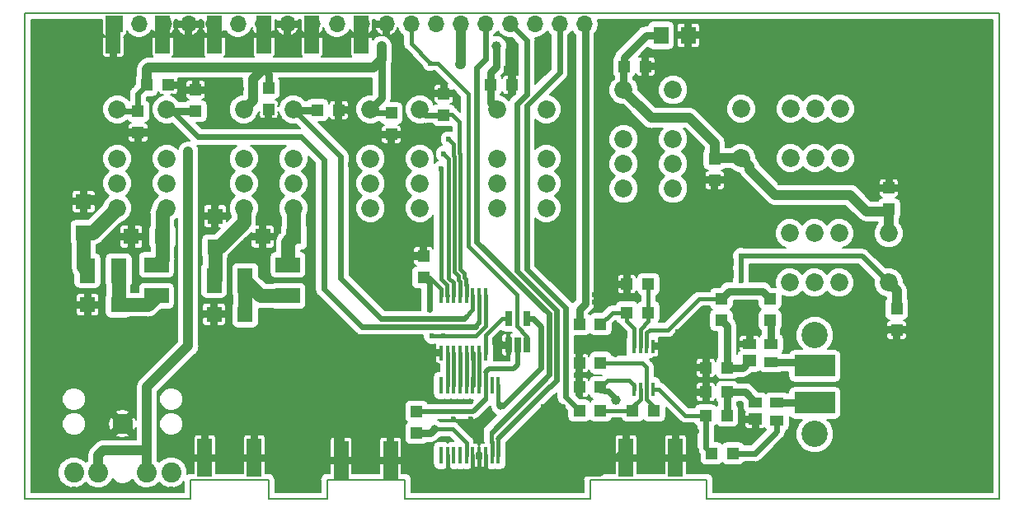
<source format=gbr>
G04 #@! TF.GenerationSoftware,KiCad,Pcbnew,(5.0.2)-1*
G04 #@! TF.CreationDate,2019-04-19T06:38:29+02:00*
G04 #@! TF.ProjectId,n2adr,6e326164-722e-46b6-9963-61645f706362,E5b8*
G04 #@! TF.SameCoordinates,PX3dfd240PY3473bc0*
G04 #@! TF.FileFunction,Copper,L4,Bot*
G04 #@! TF.FilePolarity,Positive*
%FSLAX46Y46*%
G04 Gerber Fmt 4.6, Leading zero omitted, Abs format (unit mm)*
G04 Created by KiCad (PCBNEW (5.0.2)-1) date 19/04/2019 06:38:29*
%MOMM*%
%LPD*%
G01*
G04 APERTURE LIST*
G04 #@! TA.AperFunction,NonConductor*
%ADD10C,0.150000*%
G04 #@! TD*
G04 #@! TA.AperFunction,SMDPad,CuDef*
%ADD11R,1.500000X4.000000*%
G04 #@! TD*
G04 #@! TA.AperFunction,ComponentPad*
%ADD12C,2.050000*%
G04 #@! TD*
G04 #@! TA.AperFunction,ComponentPad*
%ADD13C,2.100000*%
G04 #@! TD*
G04 #@! TA.AperFunction,SMDPad,CuDef*
%ADD14R,0.450000X1.500000*%
G04 #@! TD*
G04 #@! TA.AperFunction,SMDPad,CuDef*
%ADD15R,1.600000X1.600000*%
G04 #@! TD*
G04 #@! TA.AperFunction,ComponentPad*
%ADD16C,1.850000*%
G04 #@! TD*
G04 #@! TA.AperFunction,SMDPad,CuDef*
%ADD17R,1.250000X1.200000*%
G04 #@! TD*
G04 #@! TA.AperFunction,SMDPad,CuDef*
%ADD18R,1.200000X1.250000*%
G04 #@! TD*
G04 #@! TA.AperFunction,ComponentPad*
%ADD19C,2.700020*%
G04 #@! TD*
G04 #@! TA.AperFunction,ComponentPad*
%ADD20R,2.200000X2.200000*%
G04 #@! TD*
G04 #@! TA.AperFunction,SMDPad,CuDef*
%ADD21R,1.600000X2.500000*%
G04 #@! TD*
G04 #@! TA.AperFunction,SMDPad,CuDef*
%ADD22R,2.500000X1.600000*%
G04 #@! TD*
G04 #@! TA.AperFunction,SMDPad,CuDef*
%ADD23R,1.399540X1.198880*%
G04 #@! TD*
G04 #@! TA.AperFunction,SMDPad,CuDef*
%ADD24R,1.399540X1.000760*%
G04 #@! TD*
G04 #@! TA.AperFunction,SMDPad,CuDef*
%ADD25R,0.450000X1.450000*%
G04 #@! TD*
G04 #@! TA.AperFunction,ComponentPad*
%ADD26R,1.700000X1.700000*%
G04 #@! TD*
G04 #@! TA.AperFunction,ComponentPad*
%ADD27O,1.700000X1.700000*%
G04 #@! TD*
G04 #@! TA.AperFunction,SMDPad,CuDef*
%ADD28R,0.650000X1.560000*%
G04 #@! TD*
G04 #@! TA.AperFunction,SMDPad,CuDef*
%ADD29R,1.600000X1.800000*%
G04 #@! TD*
G04 #@! TA.AperFunction,SMDPad,CuDef*
%ADD30R,0.450000X1.750000*%
G04 #@! TD*
G04 #@! TA.AperFunction,ViaPad*
%ADD31C,0.600000*%
G04 #@! TD*
G04 #@! TA.AperFunction,ViaPad*
%ADD32C,1.000000*%
G04 #@! TD*
G04 #@! TA.AperFunction,ViaPad*
%ADD33C,0.800000*%
G04 #@! TD*
G04 #@! TA.AperFunction,Conductor*
%ADD34C,0.350000*%
G04 #@! TD*
G04 #@! TA.AperFunction,Conductor*
%ADD35C,0.400000*%
G04 #@! TD*
G04 #@! TA.AperFunction,Conductor*
%ADD36C,0.500000*%
G04 #@! TD*
G04 #@! TA.AperFunction,Conductor*
%ADD37C,0.600000*%
G04 #@! TD*
G04 #@! TA.AperFunction,Conductor*
%ADD38C,0.800000*%
G04 #@! TD*
G04 #@! TA.AperFunction,Conductor*
%ADD39C,1.400000*%
G04 #@! TD*
G04 #@! TA.AperFunction,Conductor*
%ADD40C,1.000000*%
G04 #@! TD*
G04 #@! TA.AperFunction,Conductor*
%ADD41C,0.200000*%
G04 #@! TD*
G04 APERTURE END LIST*
D10*
X39000000Y-50000000D02*
X58000000Y-50000000D01*
X39000000Y-48000000D02*
X39000000Y-50000000D01*
X31000000Y-48000000D02*
X39000000Y-48000000D01*
X31000000Y-50000000D02*
X31000000Y-48000000D01*
X25000000Y-50000000D02*
X31000000Y-50000000D01*
X25000000Y-48000000D02*
X25000000Y-50000000D01*
X17000000Y-48000000D02*
X25000000Y-48000000D01*
X17000000Y-50000000D02*
X17000000Y-48000000D01*
X0Y-50000000D02*
X17000000Y-50000000D01*
X58000000Y-48000000D02*
X58000000Y-50000000D01*
X70000000Y-48000000D02*
X58000000Y-48000000D01*
X70000000Y-50000000D02*
X70000000Y-48000000D01*
X100000000Y-50000000D02*
X70000000Y-50000000D01*
X0Y-50000000D02*
X0Y0D01*
X100000000Y0D02*
X100000000Y-50000000D01*
X0Y0D02*
X100000000Y0D01*
D11*
G04 #@! TO.P,CN6,2*
G04 #@! TO.N,GND*
X34540000Y-2200000D03*
X29460000Y-2200000D03*
G04 #@! TD*
D12*
G04 #@! TO.P,CN1,5*
G04 #@! TO.N,Net-(CN1-Pad4)*
X12500000Y-47250000D03*
G04 #@! TO.P,CN1,3*
G04 #@! TO.N,N/C*
X15000000Y-47250000D03*
G04 #@! TO.P,CN1,4*
G04 #@! TO.N,Net-(CN1-Pad4)*
X7500000Y-47250000D03*
G04 #@! TO.P,CN1,2*
G04 #@! TO.N,N/C*
X5000000Y-47250000D03*
D13*
G04 #@! TO.P,CN1,1*
G04 #@! TO.N,GND*
X10000000Y-42250000D03*
G04 #@! TD*
D14*
G04 #@! TO.P,U2,1*
G04 #@! TO.N,Net-(U2-Pad1)*
X47275000Y-34950000D03*
G04 #@! TO.P,U2,2*
G04 #@! TO.N,Net-(U1-Pad17)*
X46625000Y-34950000D03*
G04 #@! TO.P,U2,3*
G04 #@! TO.N,Net-(U1-Pad16)*
X45975000Y-34950000D03*
G04 #@! TO.P,U2,4*
G04 #@! TO.N,Net-(U1-Pad15)*
X45325000Y-34950000D03*
G04 #@! TO.P,U2,5*
G04 #@! TO.N,Net-(U1-Pad14)*
X44675000Y-34950000D03*
G04 #@! TO.P,U2,6*
G04 #@! TO.N,Net-(U1-Pad13)*
X44025000Y-34950000D03*
G04 #@! TO.P,U2,7*
G04 #@! TO.N,Net-(U1-Pad12)*
X43375000Y-34950000D03*
G04 #@! TO.P,U2,8*
G04 #@! TO.N,GND*
X42725000Y-34950000D03*
G04 #@! TO.P,U2,9*
G04 #@! TO.N,+3V3*
X42725000Y-29050000D03*
G04 #@! TO.P,U2,10*
G04 #@! TO.N,Band1*
X43375000Y-29050000D03*
G04 #@! TO.P,U2,11*
G04 #@! TO.N,Band2*
X44025000Y-29050000D03*
G04 #@! TO.P,U2,12*
G04 #@! TO.N,Band3*
X44675000Y-29050000D03*
G04 #@! TO.P,U2,13*
G04 #@! TO.N,Band4*
X45325000Y-29050000D03*
G04 #@! TO.P,U2,14*
G04 #@! TO.N,Band5*
X45975000Y-29050000D03*
G04 #@! TO.P,U2,15*
G04 #@! TO.N,Band6*
X46625000Y-29050000D03*
G04 #@! TO.P,U2,16*
G04 #@! TO.N,Band7*
X47275000Y-29050000D03*
G04 #@! TD*
D15*
G04 #@! TO.P,C44,1*
G04 #@! TO.N,GND*
X24400000Y-23000000D03*
G04 #@! TO.P,C44,2*
G04 #@! TO.N,Net-(C44-Pad2)*
X27600000Y-23000000D03*
G04 #@! TD*
D16*
G04 #@! TO.P,K3,8*
G04 #@! TO.N,Band3*
X53540000Y-9920000D03*
G04 #@! TO.P,K3,7*
G04 #@! TO.N,Net-(K3-Pad2)*
X53540000Y-15000000D03*
G04 #@! TO.P,K3,6*
G04 #@! TO.N,Net-(K2-Pad3)*
X53540000Y-17540000D03*
G04 #@! TO.P,K3,5*
G04 #@! TO.N,Net-(C40-Pad1)*
X53540000Y-20080000D03*
G04 #@! TO.P,K3,4*
G04 #@! TO.N,Net-(C32-Pad2)*
X48460000Y-20080000D03*
G04 #@! TO.P,K3,3*
G04 #@! TO.N,Net-(K3-Pad3)*
X48460000Y-17540000D03*
G04 #@! TO.P,K3,2*
G04 #@! TO.N,Net-(K3-Pad2)*
X48460000Y-15000000D03*
G04 #@! TO.P,K3,1*
G04 #@! TO.N,+3V3*
X48460000Y-9920000D03*
G04 #@! TD*
G04 #@! TO.P,K4,8*
G04 #@! TO.N,Band4*
X40540000Y-9920000D03*
G04 #@! TO.P,K4,7*
G04 #@! TO.N,Net-(K4-Pad2)*
X40540000Y-15000000D03*
G04 #@! TO.P,K4,6*
G04 #@! TO.N,Net-(K3-Pad3)*
X40540000Y-17540000D03*
G04 #@! TO.P,K4,5*
G04 #@! TO.N,Net-(C41-Pad1)*
X40540000Y-20080000D03*
G04 #@! TO.P,K4,4*
G04 #@! TO.N,Net-(C33-Pad2)*
X35460000Y-20080000D03*
G04 #@! TO.P,K4,3*
G04 #@! TO.N,Net-(K4-Pad3)*
X35460000Y-17540000D03*
G04 #@! TO.P,K4,2*
G04 #@! TO.N,Net-(K4-Pad2)*
X35460000Y-15000000D03*
G04 #@! TO.P,K4,1*
G04 #@! TO.N,+3V3*
X35460000Y-9920000D03*
G04 #@! TD*
D17*
G04 #@! TO.P,C3,1*
G04 #@! TO.N,GND*
X43000000Y-8300000D03*
G04 #@! TO.P,C3,2*
G04 #@! TO.N,Band4*
X43000000Y-10500000D03*
G04 #@! TD*
G04 #@! TO.P,C5,1*
G04 #@! TO.N,GND*
X17500000Y-7900000D03*
G04 #@! TO.P,C5,2*
G04 #@! TO.N,Band6*
X17500000Y-10100000D03*
G04 #@! TD*
D18*
G04 #@! TO.P,C6,1*
G04 #@! TO.N,GND*
X32200000Y-10000000D03*
G04 #@! TO.P,C6,2*
G04 #@! TO.N,Band5*
X30000000Y-10000000D03*
G04 #@! TD*
G04 #@! TO.P,C11,1*
G04 #@! TO.N,Net-(C11-Pad1)*
X72100000Y-39000000D03*
G04 #@! TO.P,C11,2*
G04 #@! TO.N,GND*
X69900000Y-39000000D03*
G04 #@! TD*
G04 #@! TO.P,C13,1*
G04 #@! TO.N,Net-(C13-Pad1)*
X72100000Y-36500000D03*
G04 #@! TO.P,C13,2*
G04 #@! TO.N,GND*
X69900000Y-36500000D03*
G04 #@! TD*
D17*
G04 #@! TO.P,C14,1*
G04 #@! TO.N,GND*
X40900000Y-25000000D03*
G04 #@! TO.P,C14,2*
G04 #@! TO.N,+3V3*
X40900000Y-27200000D03*
G04 #@! TD*
D19*
G04 #@! TO.P,JP1,1*
G04 #@! TO.N,Net-(CN4-Pad1)*
X81100000Y-43300000D03*
G04 #@! TO.P,JP1,2*
G04 #@! TO.N,FilterOut*
X81100000Y-33140000D03*
G04 #@! TD*
D20*
G04 #@! TO.P,L3,1*
G04 #@! TO.N,Net-(D1-Pad3)*
X80100000Y-40100000D03*
G04 #@! TO.P,L3,2*
G04 #@! TO.N,Net-(D2-Pad4)*
X82100000Y-36300000D03*
G04 #@! TO.P,L3,1*
G04 #@! TO.N,Net-(D1-Pad3)*
X82100000Y-40100000D03*
G04 #@! TO.P,L3,2*
G04 #@! TO.N,Net-(D2-Pad4)*
X80100000Y-36300000D03*
G04 #@! TD*
D18*
G04 #@! TO.P,R5,1*
G04 #@! TO.N,Net-(R4-Pad1)*
X69900000Y-41400000D03*
G04 #@! TO.P,R5,2*
G04 #@! TO.N,Net-(C11-Pad1)*
X72100000Y-41400000D03*
G04 #@! TD*
D17*
G04 #@! TO.P,R8,1*
G04 #@! TO.N,Net-(R8-Pad1)*
X71500000Y-29400000D03*
G04 #@! TO.P,R8,2*
G04 #@! TO.N,Net-(C13-Pad1)*
X71500000Y-31600000D03*
G04 #@! TD*
D15*
G04 #@! TO.P,C24,1*
G04 #@! TO.N,GND*
X6000000Y-19400000D03*
G04 #@! TO.P,C24,2*
G04 #@! TO.N,Net-(C24-Pad2)*
X6000000Y-22600000D03*
G04 #@! TD*
G04 #@! TO.P,C25,1*
G04 #@! TO.N,GND*
X6400000Y-30000000D03*
G04 #@! TO.P,C25,2*
G04 #@! TO.N,Net-(C25-Pad2)*
X9600000Y-30000000D03*
G04 #@! TD*
G04 #@! TO.P,C26,1*
G04 #@! TO.N,GND*
X10900000Y-23000000D03*
G04 #@! TO.P,C26,2*
G04 #@! TO.N,Net-(C26-Pad2)*
X14100000Y-23000000D03*
G04 #@! TD*
D21*
G04 #@! TO.P,L7,1*
G04 #@! TO.N,Net-(C24-Pad2)*
X6400000Y-26500000D03*
G04 #@! TO.P,L7,2*
G04 #@! TO.N,Net-(C25-Pad2)*
X9600000Y-26500000D03*
G04 #@! TD*
D22*
G04 #@! TO.P,L8,1*
G04 #@! TO.N,Net-(C25-Pad2)*
X13500000Y-29100000D03*
G04 #@! TO.P,L8,2*
G04 #@! TO.N,Net-(C26-Pad2)*
X13500000Y-25900000D03*
G04 #@! TD*
D17*
G04 #@! TO.P,C27,1*
G04 #@! TO.N,GND*
X37600000Y-12500000D03*
G04 #@! TO.P,C27,2*
G04 #@! TO.N,+3V3*
X37600000Y-10300000D03*
G04 #@! TD*
G04 #@! TO.P,C28,1*
G04 #@! TO.N,GND*
X25000000Y-9900000D03*
G04 #@! TO.P,C28,2*
G04 #@! TO.N,+3V3*
X25000000Y-7700000D03*
G04 #@! TD*
G04 #@! TO.P,C29,1*
G04 #@! TO.N,GND*
X70800000Y-17200000D03*
G04 #@! TO.P,C29,2*
G04 #@! TO.N,+3V3*
X70800000Y-15000000D03*
G04 #@! TD*
D18*
G04 #@! TO.P,C30,1*
G04 #@! TO.N,GND*
X63700000Y-5500000D03*
G04 #@! TO.P,C30,2*
G04 #@! TO.N,+3V3*
X61500000Y-5500000D03*
G04 #@! TD*
G04 #@! TO.P,C31,1*
G04 #@! TO.N,GND*
X50000000Y-7400000D03*
G04 #@! TO.P,C31,2*
G04 #@! TO.N,+3V3*
X47800000Y-7400000D03*
G04 #@! TD*
D15*
G04 #@! TO.P,C34,1*
G04 #@! TO.N,GND*
X19500000Y-20900000D03*
G04 #@! TO.P,C34,2*
G04 #@! TO.N,Net-(C34-Pad2)*
X19500000Y-24100000D03*
G04 #@! TD*
G04 #@! TO.P,C39,1*
G04 #@! TO.N,GND*
X19400000Y-31000000D03*
G04 #@! TO.P,C39,2*
G04 #@! TO.N,Net-(C39-Pad2)*
X22600000Y-31000000D03*
G04 #@! TD*
D21*
G04 #@! TO.P,L11,1*
G04 #@! TO.N,Net-(C34-Pad2)*
X19400000Y-27500000D03*
G04 #@! TO.P,L11,2*
G04 #@! TO.N,Net-(C39-Pad2)*
X22600000Y-27500000D03*
G04 #@! TD*
D22*
G04 #@! TO.P,L14,1*
G04 #@! TO.N,Net-(C39-Pad2)*
X27000000Y-29100000D03*
G04 #@! TO.P,L14,2*
G04 #@! TO.N,Net-(C44-Pad2)*
X27000000Y-25900000D03*
G04 #@! TD*
D17*
G04 #@! TO.P,C20,1*
G04 #@! TO.N,GND*
X11600000Y-12300000D03*
G04 #@! TO.P,C20,2*
G04 #@! TO.N,+3V3*
X11600000Y-10100000D03*
G04 #@! TD*
D23*
G04 #@! TO.P,D1,1*
G04 #@! TO.N,GND*
X75000180Y-41769620D03*
D24*
G04 #@! TO.P,D1,2*
G04 #@! TO.N,Net-(C11-Pad1)*
X75000180Y-40050040D03*
G04 #@! TO.P,D1,3*
G04 #@! TO.N,Net-(D1-Pad3)*
X77199820Y-40050040D03*
G04 #@! TO.P,D1,4*
G04 #@! TO.N,Net-(D1-Pad4)*
X77199820Y-41949960D03*
G04 #@! TD*
D23*
G04 #@! TO.P,D2,1*
G04 #@! TO.N,Net-(C13-Pad1)*
X74400180Y-35769620D03*
D24*
G04 #@! TO.P,D2,2*
G04 #@! TO.N,GND*
X74400180Y-34050040D03*
G04 #@! TO.P,D2,3*
G04 #@! TO.N,Net-(D2-Pad3)*
X76599820Y-34050040D03*
G04 #@! TO.P,D2,4*
G04 #@! TO.N,Net-(D2-Pad4)*
X76599820Y-35949960D03*
G04 #@! TD*
D18*
G04 #@! TO.P,R4,1*
G04 #@! TO.N,Net-(R4-Pad1)*
X70500000Y-45300000D03*
G04 #@! TO.P,R4,2*
G04 #@! TO.N,Net-(D1-Pad4)*
X72700000Y-45300000D03*
G04 #@! TD*
D17*
G04 #@! TO.P,R9,1*
G04 #@! TO.N,Net-(D2-Pad3)*
X76500000Y-31600000D03*
G04 #@! TO.P,R9,2*
G04 #@! TO.N,Net-(R8-Pad1)*
X76500000Y-29400000D03*
G04 #@! TD*
D18*
G04 #@! TO.P,R10,1*
G04 #@! TO.N,GND*
X61800000Y-27900000D03*
G04 #@! TO.P,R10,2*
G04 #@! TO.N,Net-(R10-Pad2)*
X64000000Y-27900000D03*
G04 #@! TD*
G04 #@! TO.P,R11,1*
G04 #@! TO.N,Net-(R10-Pad2)*
X64000000Y-30800000D03*
G04 #@! TO.P,R11,2*
G04 #@! TO.N,Net-(R11-Pad2)*
X61800000Y-30800000D03*
G04 #@! TD*
G04 #@! TO.P,R12,1*
G04 #@! TO.N,Net-(R11-Pad2)*
X59100000Y-32000000D03*
G04 #@! TO.P,R12,2*
G04 #@! TO.N,Net-(CN2-Pad20)*
X56900000Y-32000000D03*
G04 #@! TD*
G04 #@! TO.P,R13,1*
G04 #@! TO.N,GND*
X56900000Y-36000000D03*
G04 #@! TO.P,R13,2*
G04 #@! TO.N,Net-(R13-Pad2)*
X59100000Y-36000000D03*
G04 #@! TD*
G04 #@! TO.P,R14,1*
G04 #@! TO.N,Net-(R13-Pad2)*
X64600000Y-40900000D03*
G04 #@! TO.P,R14,2*
G04 #@! TO.N,Net-(R14-Pad2)*
X62400000Y-40900000D03*
G04 #@! TD*
G04 #@! TO.P,R15,1*
G04 #@! TO.N,Net-(R14-Pad2)*
X59100000Y-40900000D03*
G04 #@! TO.P,R15,2*
G04 #@! TO.N,Net-(CN2-Pad19)*
X56900000Y-40900000D03*
G04 #@! TD*
D25*
G04 #@! TO.P,U3,1*
G04 #@! TO.N,Net-(R11-Pad2)*
X62525000Y-34300000D03*
G04 #@! TO.P,U3,2*
G04 #@! TO.N,Net-(R10-Pad2)*
X63175000Y-34300000D03*
G04 #@! TO.P,U3,3*
G04 #@! TO.N,Net-(R8-Pad1)*
X63825000Y-34300000D03*
G04 #@! TO.P,U3,4*
G04 #@! TO.N,GND*
X64475000Y-34300000D03*
G04 #@! TO.P,U3,5*
G04 #@! TO.N,Net-(R4-Pad1)*
X64475000Y-38700000D03*
G04 #@! TO.P,U3,6*
G04 #@! TO.N,Net-(R13-Pad2)*
X63825000Y-38700000D03*
G04 #@! TO.P,U3,7*
G04 #@! TO.N,Net-(R14-Pad2)*
X63175000Y-38700000D03*
G04 #@! TO.P,U3,8*
G04 #@! TO.N,+3V3*
X62525000Y-38700000D03*
G04 #@! TD*
D17*
G04 #@! TO.P,C45,1*
G04 #@! TO.N,GND*
X88700000Y-18000000D03*
G04 #@! TO.P,C45,2*
G04 #@! TO.N,+3V3*
X88700000Y-20200000D03*
G04 #@! TD*
G04 #@! TO.P,C46,1*
G04 #@! TO.N,GND*
X89500000Y-32600000D03*
G04 #@! TO.P,C46,2*
G04 #@! TO.N,Band7*
X89500000Y-30400000D03*
G04 #@! TD*
D18*
G04 #@! TO.P,C7,1*
G04 #@! TO.N,GND*
X56900000Y-38500000D03*
G04 #@! TO.P,C7,2*
G04 #@! TO.N,+3V3*
X59100000Y-38500000D03*
G04 #@! TD*
D16*
G04 #@! TO.P,K1,8*
G04 #@! TO.N,Band1*
X73520000Y-9860000D03*
G04 #@! TO.P,K1,7*
G04 #@! TO.N,Net-(K1-Pad2)*
X78600000Y-9860000D03*
G04 #@! TO.P,K1,6*
G04 #@! TO.N,Net-(K1-Pad6)*
X81140000Y-9860000D03*
G04 #@! TO.P,K1,5*
G04 #@! TO.N,Net-(C23-Pad1)*
X83680000Y-9860000D03*
G04 #@! TO.P,K1,4*
G04 #@! TO.N,Net-(C21-Pad1)*
X83680000Y-14940000D03*
G04 #@! TO.P,K1,3*
G04 #@! TO.N,Net-(K1-Pad3)*
X81140000Y-14940000D03*
G04 #@! TO.P,K1,2*
G04 #@! TO.N,Net-(K1-Pad2)*
X78600000Y-14940000D03*
G04 #@! TO.P,K1,1*
G04 #@! TO.N,+3V3*
X73520000Y-14940000D03*
G04 #@! TD*
G04 #@! TO.P,K2,8*
G04 #@! TO.N,Band2*
X66540000Y-7920000D03*
G04 #@! TO.P,K2,7*
G04 #@! TO.N,Net-(K2-Pad2)*
X66540000Y-13000000D03*
G04 #@! TO.P,K2,6*
G04 #@! TO.N,Net-(K1-Pad6)*
X66540000Y-15540000D03*
G04 #@! TO.P,K2,5*
G04 #@! TO.N,Net-(C10-Pad2)*
X66540000Y-18080000D03*
G04 #@! TO.P,K2,4*
G04 #@! TO.N,Net-(C8-Pad2)*
X61460000Y-18080000D03*
G04 #@! TO.P,K2,3*
G04 #@! TO.N,Net-(K2-Pad3)*
X61460000Y-15540000D03*
G04 #@! TO.P,K2,2*
G04 #@! TO.N,Net-(K2-Pad2)*
X61460000Y-13000000D03*
G04 #@! TO.P,K2,1*
G04 #@! TO.N,+3V3*
X61460000Y-7920000D03*
G04 #@! TD*
G04 #@! TO.P,K5,8*
G04 #@! TO.N,Band5*
X27540000Y-9920000D03*
G04 #@! TO.P,K5,7*
G04 #@! TO.N,Net-(K5-Pad2)*
X27540000Y-15000000D03*
G04 #@! TO.P,K5,6*
G04 #@! TO.N,Net-(K4-Pad3)*
X27540000Y-17540000D03*
G04 #@! TO.P,K5,5*
G04 #@! TO.N,Net-(C44-Pad2)*
X27540000Y-20080000D03*
G04 #@! TO.P,K5,4*
G04 #@! TO.N,Net-(C34-Pad2)*
X22460000Y-20080000D03*
G04 #@! TO.P,K5,3*
G04 #@! TO.N,Net-(K5-Pad3)*
X22460000Y-17540000D03*
G04 #@! TO.P,K5,2*
G04 #@! TO.N,Net-(K5-Pad2)*
X22460000Y-15000000D03*
G04 #@! TO.P,K5,1*
G04 #@! TO.N,+3V3*
X22460000Y-9920000D03*
G04 #@! TD*
G04 #@! TO.P,K6,8*
G04 #@! TO.N,Band6*
X14540000Y-9920000D03*
G04 #@! TO.P,K6,7*
G04 #@! TO.N,Net-(K6-Pad2)*
X14540000Y-15000000D03*
G04 #@! TO.P,K6,6*
G04 #@! TO.N,Net-(K5-Pad3)*
X14540000Y-17540000D03*
G04 #@! TO.P,K6,5*
G04 #@! TO.N,Net-(C26-Pad2)*
X14540000Y-20080000D03*
G04 #@! TO.P,K6,4*
G04 #@! TO.N,Net-(C24-Pad2)*
X9460000Y-20080000D03*
G04 #@! TO.P,K6,3*
G04 #@! TO.N,RFInput*
X9460000Y-17540000D03*
G04 #@! TO.P,K6,2*
G04 #@! TO.N,Net-(K6-Pad2)*
X9460000Y-15000000D03*
G04 #@! TO.P,K6,1*
G04 #@! TO.N,+3V3*
X9460000Y-9920000D03*
G04 #@! TD*
G04 #@! TO.P,K7,8*
G04 #@! TO.N,Band7*
X88680000Y-27740000D03*
G04 #@! TO.P,K7,7*
G04 #@! TO.N,Net-(C49-Pad1)*
X83600000Y-27740000D03*
G04 #@! TO.P,K7,6*
G04 #@! TO.N,FilterOut*
X81060000Y-27740000D03*
G04 #@! TO.P,K7,5*
G04 #@! TO.N,Net-(K7-Pad4)*
X78520000Y-27740000D03*
G04 #@! TO.P,K7,4*
X78520000Y-22660000D03*
G04 #@! TO.P,K7,3*
G04 #@! TO.N,Net-(K1-Pad3)*
X81060000Y-22660000D03*
G04 #@! TO.P,K7,2*
G04 #@! TO.N,Net-(C47-Pad2)*
X83600000Y-22660000D03*
G04 #@! TO.P,K7,1*
G04 #@! TO.N,+3V3*
X88680000Y-22660000D03*
G04 #@! TD*
D26*
G04 #@! TO.P,CN2,1*
G04 #@! TO.N,GND*
X9168000Y-1134000D03*
D27*
G04 #@! TO.P,CN2,2*
G04 #@! TO.N,RFInput*
X11708000Y-1134000D03*
G04 #@! TO.P,CN2,3*
G04 #@! TO.N,GND*
X14248000Y-1134000D03*
G04 #@! TO.P,CN2,4*
X16788000Y-1134000D03*
G04 #@! TO.P,CN2,5*
X19328000Y-1134000D03*
G04 #@! TO.P,CN2,6*
G04 #@! TO.N,Net-(CN2-Pad6)*
X21868000Y-1134000D03*
G04 #@! TO.P,CN2,7*
G04 #@! TO.N,GND*
X24408000Y-1134000D03*
G04 #@! TO.P,CN2,8*
X26948000Y-1134000D03*
G04 #@! TO.P,CN2,9*
X29488000Y-1134000D03*
G04 #@! TO.P,CN2,10*
G04 #@! TO.N,Net-(CN2-Pad10)*
X32028000Y-1134000D03*
G04 #@! TO.P,CN2,11*
G04 #@! TO.N,GND*
X34568000Y-1134000D03*
G04 #@! TO.P,CN2,12*
X37108000Y-1134000D03*
G04 #@! TO.P,CN2,13*
G04 #@! TO.N,INTTR*
X39648000Y-1134000D03*
G04 #@! TO.P,CN2,14*
G04 #@! TO.N,N/C*
X42188000Y-1134000D03*
G04 #@! TO.P,CN2,15*
G04 #@! TO.N,Net-(CN1-Pad4)*
X44728000Y-1134000D03*
G04 #@! TO.P,CN2,16*
G04 #@! TO.N,Net-(CN2-Pad16)*
X47268000Y-1134000D03*
G04 #@! TO.P,CN2,17*
G04 #@! TO.N,Net-(CN2-Pad17)*
X49808000Y-1134000D03*
G04 #@! TO.P,CN2,18*
G04 #@! TO.N,Net-(CN2-Pad18)*
X52348000Y-1134000D03*
G04 #@! TO.P,CN2,19*
G04 #@! TO.N,Net-(CN2-Pad19)*
X54888000Y-1134000D03*
G04 #@! TO.P,CN2,20*
G04 #@! TO.N,Net-(CN2-Pad20)*
X57428000Y-1134000D03*
G04 #@! TD*
D28*
G04 #@! TO.P,U5,1*
G04 #@! TO.N,INTTR*
X51550000Y-34150000D03*
G04 #@! TO.P,U5,2*
G04 #@! TO.N,Net-(R16-Pad2)*
X50600000Y-34150000D03*
G04 #@! TO.P,U5,3*
G04 #@! TO.N,GND*
X49650000Y-34150000D03*
G04 #@! TO.P,U5,4*
G04 #@! TO.N,Net-(U2-Pad1)*
X49650000Y-31450000D03*
G04 #@! TO.P,U5,5*
G04 #@! TO.N,+3V3*
X51550000Y-31450000D03*
G04 #@! TD*
D18*
G04 #@! TO.P,C12,1*
G04 #@! TO.N,GND*
X14700000Y-7400000D03*
G04 #@! TO.P,C12,2*
G04 #@! TO.N,+3V3*
X12500000Y-7400000D03*
G04 #@! TD*
D29*
G04 #@! TO.P,C15,1*
G04 #@! TO.N,GND*
X68100000Y-2300000D03*
G04 #@! TO.P,C15,2*
G04 #@! TO.N,+3V3*
X65300000Y-2300000D03*
G04 #@! TD*
D17*
G04 #@! TO.P,R16,1*
G04 #@! TO.N,+3V3*
X40200000Y-43200000D03*
G04 #@! TO.P,R16,2*
G04 #@! TO.N,Net-(R16-Pad2)*
X40200000Y-41000000D03*
G04 #@! TD*
D11*
G04 #@! TO.P,CN4,2*
G04 #@! TO.N,GND*
X66790000Y-45750000D03*
X61710000Y-45750000D03*
G04 #@! TD*
G04 #@! TO.P,J3,2*
G04 #@! TO.N,GND*
X32460000Y-46000000D03*
X37540000Y-46000000D03*
G04 #@! TD*
G04 #@! TO.P,J4,2*
G04 #@! TO.N,GND*
X23540000Y-45750000D03*
X18460000Y-45750000D03*
G04 #@! TD*
D30*
G04 #@! TO.P,U1,1*
G04 #@! TO.N,Net-(CN2-Pad17)*
X48575000Y-45500000D03*
G04 #@! TO.P,U1,2*
G04 #@! TO.N,Net-(CN2-Pad16)*
X47925000Y-45500000D03*
G04 #@! TO.P,U1,3*
G04 #@! TO.N,GND*
X47275000Y-45500000D03*
G04 #@! TO.P,U1,4*
X46625000Y-45500000D03*
G04 #@! TO.P,U1,5*
X45975000Y-45500000D03*
G04 #@! TO.P,U1,6*
G04 #@! TO.N,+3V3*
X45325000Y-45500000D03*
G04 #@! TO.P,U1,7*
G04 #@! TO.N,N/C*
X44675000Y-45500000D03*
G04 #@! TO.P,U1,8*
X44025000Y-45500000D03*
G04 #@! TO.P,U1,9*
G04 #@! TO.N,GND*
X43375000Y-45500000D03*
G04 #@! TO.P,U1,10*
G04 #@! TO.N,N/C*
X42725000Y-45500000D03*
G04 #@! TO.P,U1,11*
X42725000Y-38300000D03*
G04 #@! TO.P,U1,12*
G04 #@! TO.N,Net-(U1-Pad12)*
X43375000Y-38300000D03*
G04 #@! TO.P,U1,13*
G04 #@! TO.N,Net-(U1-Pad13)*
X44025000Y-38300000D03*
G04 #@! TO.P,U1,14*
G04 #@! TO.N,Net-(U1-Pad14)*
X44675000Y-38300000D03*
G04 #@! TO.P,U1,15*
G04 #@! TO.N,Net-(U1-Pad15)*
X45325000Y-38300000D03*
G04 #@! TO.P,U1,16*
G04 #@! TO.N,Net-(U1-Pad16)*
X45975000Y-38300000D03*
G04 #@! TO.P,U1,17*
G04 #@! TO.N,Net-(U1-Pad17)*
X46625000Y-38300000D03*
G04 #@! TO.P,U1,18*
G04 #@! TO.N,Net-(R16-Pad2)*
X47275000Y-38300000D03*
G04 #@! TO.P,U1,19*
G04 #@! TO.N,N/C*
X47925000Y-38300000D03*
G04 #@! TO.P,U1,20*
G04 #@! TO.N,+3V3*
X48575000Y-38300000D03*
G04 #@! TD*
D11*
G04 #@! TO.P,CN7,2*
G04 #@! TO.N,GND*
X19460000Y-2200000D03*
X24540000Y-2200000D03*
G04 #@! TD*
G04 #@! TO.P,CN8,2*
G04 #@! TO.N,GND*
X9060000Y-2200000D03*
X14140000Y-2200000D03*
G04 #@! TD*
D31*
G04 #@! TO.N,GND*
X49700000Y-33500000D03*
X32000000Y-44000000D03*
X31600000Y-7800000D03*
X32800000Y-7800000D03*
X49400000Y-5700000D03*
X58000000Y-34000000D03*
X60600000Y-34000000D03*
X60600000Y-35100000D03*
X50199990Y-5566191D03*
X53300010Y-5700000D03*
X53300012Y-5700000D03*
X30400000Y-7800000D03*
X29200000Y-7800000D03*
X27800000Y-7800000D03*
X26800000Y-7800000D03*
X33800000Y-7800000D03*
X34800000Y-7800000D03*
X37800000Y-7800000D03*
X39000000Y-7800000D03*
X40200000Y-7800000D03*
X41200000Y-7800000D03*
X22200000Y-7800000D03*
X21000000Y-7800000D03*
X19800000Y-7800000D03*
X18400000Y-7800000D03*
X17000000Y-7800000D03*
X19800000Y-9000000D03*
X19800000Y-10200000D03*
X19800000Y-14200000D03*
X19800000Y-15600000D03*
X25000000Y-16800000D03*
X25000000Y-18200000D03*
X25000000Y-19600000D03*
X25000000Y-21000000D03*
X19800000Y-19000000D03*
X33400000Y-14200000D03*
X33400000Y-15600000D03*
X38000000Y-16600000D03*
X38000000Y-17800000D03*
X38000000Y-19200000D03*
X38000000Y-20600000D03*
X38000000Y-22000000D03*
X38000000Y-23400000D03*
X64000000Y-14600000D03*
X64000000Y-16000000D03*
X64000000Y-17600000D03*
X64000000Y-19400000D03*
X64000000Y-21000000D03*
X70800000Y-18600000D03*
X70800000Y-20200000D03*
X70800000Y-22000000D03*
X70800000Y-23600000D03*
X76400000Y-27200000D03*
X76400000Y-23800000D03*
X76400000Y-22000000D03*
X76400000Y-19800000D03*
X76400000Y-16000000D03*
X76400000Y-13800000D03*
X80600000Y-12400000D03*
X82400000Y-12400000D03*
X84000000Y-12400000D03*
X85800000Y-12400000D03*
X87600000Y-12400000D03*
X78600000Y-30200000D03*
X78600000Y-31800000D03*
X78600000Y-33600000D03*
X83600000Y-30000000D03*
X83600000Y-31800000D03*
X86000000Y-31800000D03*
X86000000Y-30000000D03*
X87800000Y-30000000D03*
X87800000Y-31800000D03*
X92200000Y-31500000D03*
X92200000Y-32800000D03*
X94000000Y-32800000D03*
X96000000Y-32800000D03*
X83600000Y-34600000D03*
X86000000Y-34600000D03*
X87800000Y-34600000D03*
X87800000Y-38200000D03*
X86000000Y-38200000D03*
X83600000Y-38200000D03*
X78600000Y-38200000D03*
X76800000Y-38200000D03*
X83600000Y-42200000D03*
X86000000Y-42200000D03*
X87800000Y-42200000D03*
X90400000Y-42200000D03*
X90400000Y-38200000D03*
X28000000Y-49000000D03*
X28000000Y-47000000D03*
X28000000Y-45000000D03*
X28000000Y-43000000D03*
X26000000Y-41000000D03*
X24000000Y-39000000D03*
X24000000Y-37000000D03*
X24000000Y-35000000D03*
X17000000Y-45000000D03*
X17000000Y-43000000D03*
X17000000Y-41000000D03*
X17000000Y-39000000D03*
X17000000Y-37000000D03*
X18000000Y-35000000D03*
X18000000Y-33000000D03*
X20000000Y-33000000D03*
X12000000Y-37000000D03*
X10000000Y-37000000D03*
X8000000Y-37000000D03*
X6000000Y-37000000D03*
X4000000Y-37000000D03*
X12000000Y-17000000D03*
X12000000Y-19000000D03*
X12000000Y-21000000D03*
X8000000Y-5000000D03*
X7000000Y-6000000D03*
X6000000Y-7000000D03*
X5000000Y-8000000D03*
X4000000Y-9000000D03*
X4000000Y-10000000D03*
X4000000Y-11000000D03*
X4000000Y-12000000D03*
X4000000Y-13000000D03*
X4000000Y-14000000D03*
X4000000Y-15000000D03*
X4000000Y-16000000D03*
X5000000Y-17000000D03*
X6000000Y-18000000D03*
X7000000Y-19000000D03*
X8000000Y-14000000D03*
X8000000Y-13000000D03*
X8000000Y-12000000D03*
X8000000Y-11000000D03*
X10000000Y-8000000D03*
X11000000Y-7000000D03*
X51000000Y-45000000D03*
X53000000Y-45000000D03*
X55000000Y-45000000D03*
X57000000Y-45000000D03*
X59000000Y-45000000D03*
X59000000Y-44000000D03*
X59000000Y-43000000D03*
X61000000Y-43000000D03*
X67000000Y-43000000D03*
X69000000Y-43000000D03*
X69000000Y-45000000D03*
X69000000Y-47000000D03*
X71000000Y-47000000D03*
X80000000Y-48000000D03*
X80000000Y-46000000D03*
X82000000Y-46000000D03*
X82000000Y-48000000D03*
X1000000Y-1000000D03*
X3000000Y-1000000D03*
X1000000Y-3000000D03*
X3000000Y-3000000D03*
X1000000Y-5000000D03*
X3000000Y-5000000D03*
X1000000Y-7000000D03*
X3000000Y-7000000D03*
X1000000Y-9000000D03*
X3000000Y-9000000D03*
X1000000Y-11000000D03*
X3000000Y-11000000D03*
X1000000Y-13000000D03*
X3000000Y-13000000D03*
X1000000Y-15000000D03*
X3000000Y-15000000D03*
X1000000Y-17000000D03*
X3000000Y-17000000D03*
X1000000Y-19000000D03*
X3000000Y-19000000D03*
X1000000Y-21000000D03*
X3000000Y-21000000D03*
X1000000Y-23000000D03*
X3000000Y-23000000D03*
X1000000Y-25000000D03*
X3000000Y-25000000D03*
X1000000Y-27000000D03*
X3000000Y-27000000D03*
X1000000Y-29000000D03*
X3000000Y-29000000D03*
X1000000Y-31000000D03*
X3000000Y-31000000D03*
X1000000Y-33000000D03*
X3000000Y-33000000D03*
X1000000Y-35000000D03*
X3000000Y-35000000D03*
X1000000Y-37000000D03*
X3000000Y-37000000D03*
X1000000Y-39000000D03*
X3000000Y-39000000D03*
X1000000Y-41000000D03*
X3000000Y-41000000D03*
X1000000Y-43000000D03*
X3000000Y-43000000D03*
X1000000Y-45000000D03*
X3000000Y-45000000D03*
X1000000Y-47000000D03*
X3000000Y-47000000D03*
X1000000Y-49000000D03*
X3000000Y-49000000D03*
X97000000Y-1000000D03*
X99000000Y-1000000D03*
X97000000Y-3000000D03*
X99000000Y-3000000D03*
X97000000Y-5000000D03*
X99000000Y-5000000D03*
X97000000Y-7000000D03*
X99000000Y-7000000D03*
X97000000Y-9000000D03*
X99000000Y-9000000D03*
X97000000Y-11000000D03*
X99000000Y-11000000D03*
X97000000Y-13000000D03*
X99000000Y-13000000D03*
X97000000Y-15000000D03*
X99000000Y-15000000D03*
X97000000Y-17000000D03*
X99000000Y-17000000D03*
X97000000Y-19000000D03*
X99000000Y-19000000D03*
X97000000Y-21000000D03*
X99000000Y-21000000D03*
X97000000Y-23000000D03*
X99000000Y-23000000D03*
X97000000Y-25000000D03*
X99000000Y-25000000D03*
X97000000Y-27000000D03*
X99000000Y-27000000D03*
X97000000Y-29000000D03*
X99000000Y-29000000D03*
X97000000Y-31000000D03*
X99000000Y-31000000D03*
X97000000Y-33000000D03*
X99000000Y-33000000D03*
X97000000Y-35000000D03*
X99000000Y-35000000D03*
X97000000Y-37000000D03*
X99000000Y-37000000D03*
X97000000Y-39000000D03*
X99000000Y-39000000D03*
X97000000Y-41000000D03*
X99000000Y-41000000D03*
X97000000Y-43000000D03*
X99000000Y-43000000D03*
X97000000Y-45000000D03*
X99000000Y-45000000D03*
X97000000Y-47000000D03*
X99000000Y-47000000D03*
X97000000Y-49000000D03*
X99000000Y-49000000D03*
X60000000Y-1000000D03*
X62000000Y-1000000D03*
X70000000Y-1000000D03*
X72000000Y-1000000D03*
X74000000Y-1000000D03*
X76000000Y-1000000D03*
X78000000Y-1000000D03*
X80000000Y-1000000D03*
X82000000Y-1000000D03*
X84000000Y-1000000D03*
X86000000Y-1000000D03*
X5000000Y-1000000D03*
X7000000Y-1000000D03*
X5000000Y-49000000D03*
X7000000Y-49000000D03*
X9000000Y-49000000D03*
X11000000Y-49000000D03*
X13000000Y-49000000D03*
X15000000Y-49000000D03*
X26000000Y-49000000D03*
X30000000Y-49000000D03*
X40000000Y-49000000D03*
X42000000Y-49000000D03*
X44000000Y-49000000D03*
X46000000Y-49000000D03*
X48000000Y-49000000D03*
X50000000Y-49000000D03*
X52000000Y-49000000D03*
X54000000Y-49000000D03*
X56000000Y-49000000D03*
X37000000Y-43000000D03*
X36000000Y-42000000D03*
X35000000Y-41000000D03*
X34000000Y-40000000D03*
X33000000Y-39000000D03*
X32000000Y-38000000D03*
X31000000Y-43000000D03*
X30000000Y-42000000D03*
X29000000Y-41000000D03*
X28000000Y-40000000D03*
X27000000Y-39000000D03*
X26000000Y-38000000D03*
X25000000Y-37000000D03*
X31000000Y-37000000D03*
X30000000Y-36000000D03*
X29500000Y-34500000D03*
X29500000Y-33000000D03*
X29500000Y-31000000D03*
X29500000Y-29000000D03*
X29500000Y-27000000D03*
X29500000Y-25500000D03*
X29500000Y-23500000D03*
X29500000Y-21500000D03*
X29500000Y-19500000D03*
X59250000Y-17000000D03*
X59250000Y-18500000D03*
X58700000Y-9100000D03*
X58700000Y-7600000D03*
X58700000Y-6000000D03*
X58700000Y-4600000D03*
X58700000Y-3000000D03*
X70800000Y-11200000D03*
X70800000Y-7700000D03*
X70800000Y-6000000D03*
X70800000Y-4500000D03*
X70800000Y-2900000D03*
X76400000Y-6000000D03*
X76400000Y-4500000D03*
X76400000Y-2900000D03*
X87000000Y-17500000D03*
X85000000Y-17500000D03*
X83000000Y-17500000D03*
X79500000Y-17500000D03*
X77500000Y-17500000D03*
X66000000Y-34000000D03*
X67000000Y-35500000D03*
X67000000Y-34000000D03*
X67000000Y-32750000D03*
X66000000Y-35500000D03*
X67000000Y-28000000D03*
X67000000Y-26500000D03*
X38500000Y-39500000D03*
X37000000Y-39500000D03*
X35500000Y-39500000D03*
X94000000Y-19000000D03*
X92000000Y-19000000D03*
X95500000Y-18500000D03*
X95000000Y-49000000D03*
X93000000Y-49000000D03*
X91000000Y-49000000D03*
X89000000Y-49000000D03*
X87000000Y-49000000D03*
X85000000Y-49000000D03*
X83000000Y-49000000D03*
X81000000Y-49000000D03*
X79000000Y-49000000D03*
X77000000Y-49000000D03*
X75000000Y-49000000D03*
X73000000Y-49000000D03*
X71000000Y-49000000D03*
X44000000Y-41750000D03*
X45750000Y-41750000D03*
X45750000Y-40000000D03*
X44000000Y-40000000D03*
X67250000Y-39250000D03*
X68500000Y-39250000D03*
X73500000Y-31800000D03*
X75000000Y-43400000D03*
X73000000Y-43400000D03*
X71000000Y-43400000D03*
X77750000Y-38250000D03*
X73500000Y-30750000D03*
X53250000Y-40500000D03*
X54250000Y-40500000D03*
X55250000Y-40500000D03*
X55250000Y-41500000D03*
X54250000Y-41500000D03*
X53250000Y-41500000D03*
X59250000Y-14000000D03*
X56000000Y-29000000D03*
X58500000Y-29750000D03*
X58500000Y-29000000D03*
X49700000Y-35000000D03*
X58800000Y-34000000D03*
X54300000Y-22200000D03*
X54300000Y-23300000D03*
X54300000Y-24500000D03*
X26100000Y-10800000D03*
X23900000Y-10800000D03*
G04 #@! TO.N,Band1*
X42699979Y-16000000D03*
G04 #@! TO.N,Band2*
X43000000Y-14500001D03*
G04 #@! TO.N,Band3*
X43500000Y-13000000D03*
G04 #@! TO.N,Band7*
X73500000Y-25000000D03*
X73500000Y-26250000D03*
X73500000Y-27500000D03*
X41749982Y-33250000D03*
X43000000Y-33250000D03*
G04 #@! TO.N,INTTR*
X41648000Y-5148000D03*
D32*
G04 #@! TO.N,+3V3*
X60700000Y-39800000D03*
D33*
X48800000Y-40400000D03*
X42000000Y-42800000D03*
D32*
X36600000Y-3400000D03*
X48400000Y-3400000D03*
D31*
X41500000Y-30500000D03*
D33*
G04 #@! TO.N,Net-(CN1-Pad4)*
X16750000Y-14250000D03*
D32*
X44700006Y-5300000D03*
G04 #@! TD*
D34*
G04 #@! TO.N,GND*
X42725000Y-34950000D02*
X42725000Y-35025000D01*
D35*
X47275000Y-46775000D02*
X46650000Y-47400000D01*
X47275000Y-45500000D02*
X47275000Y-46775000D01*
X43375000Y-46775000D02*
X43375000Y-45500000D01*
X44000000Y-47400000D02*
X43375000Y-46775000D01*
X46650000Y-46800000D02*
X46650000Y-47400000D01*
X46625000Y-46775000D02*
X46650000Y-46800000D01*
X46625000Y-45500000D02*
X46625000Y-46775000D01*
X45975000Y-47275000D02*
X46100000Y-47400000D01*
X45975000Y-45500000D02*
X45975000Y-47275000D01*
X46650000Y-47400000D02*
X46100000Y-47400000D01*
X46100000Y-47400000D02*
X44000000Y-47400000D01*
D36*
X59060000Y-47400000D02*
X61460000Y-45000000D01*
X46650000Y-47400000D02*
X59060000Y-47400000D01*
D37*
X50000000Y-6300000D02*
X49400000Y-5700000D01*
X50000000Y-7400000D02*
X50000000Y-6300000D01*
X56900000Y-38500000D02*
X56900000Y-36000000D01*
X59400000Y-34000000D02*
X60600000Y-34000000D01*
X60600000Y-34000000D02*
X60600000Y-35100000D01*
D38*
X74400180Y-32700180D02*
X73500000Y-31800000D01*
X74400180Y-34050040D02*
X74400180Y-32700180D01*
D35*
X75000180Y-43399820D02*
X75000000Y-43400000D01*
X75000180Y-41769620D02*
X75000180Y-43399820D01*
D37*
X56900000Y-36000000D02*
X56900000Y-35100000D01*
X56900000Y-35100000D02*
X58000000Y-34000000D01*
D38*
X73500000Y-31800000D02*
X73500000Y-30750000D01*
D37*
X58800000Y-34000000D02*
X59400000Y-34000000D01*
X58000000Y-34000000D02*
X58800000Y-34000000D01*
D35*
G04 #@! TO.N,Band1*
X43350001Y-29025001D02*
X43350001Y-27979999D01*
X42699979Y-27329977D02*
X42699979Y-16424264D01*
X42699979Y-16424264D02*
X42699979Y-16000000D01*
X43375000Y-29050000D02*
X43350001Y-29025001D01*
X43350001Y-27979999D02*
X42699979Y-27329977D01*
G04 #@! TO.N,Band2*
X43950012Y-27731467D02*
X43500000Y-27281456D01*
X44025000Y-29050000D02*
X44000001Y-29025001D01*
X44000000Y-27979999D02*
X43950012Y-27930011D01*
X43299999Y-14800000D02*
X43000000Y-14500001D01*
X43499999Y-15000001D02*
X43299999Y-14800000D01*
X43500000Y-27281456D02*
X43499999Y-15000001D01*
X43950012Y-27930011D02*
X43950012Y-27731467D01*
X44000001Y-29025001D02*
X44000000Y-27979999D01*
G04 #@! TO.N,Band3*
X44675000Y-29050000D02*
X44650001Y-29025001D01*
X44675000Y-27900000D02*
X44675000Y-29050000D01*
X44500000Y-27432913D02*
X44675000Y-27607913D01*
X44000000Y-13500000D02*
X44000000Y-14651459D01*
X44675000Y-27607913D02*
X44675000Y-27900000D01*
X44000000Y-14651459D02*
X44100010Y-14751469D01*
X43500000Y-13000000D02*
X44000000Y-13500000D01*
X44100010Y-14751469D02*
X44100010Y-26600010D01*
X44100010Y-26600010D02*
X44500000Y-27000000D01*
X44500000Y-27000000D02*
X44500000Y-27432913D01*
D37*
G04 #@! TO.N,Band4*
X41120000Y-10500000D02*
X40540000Y-9920000D01*
X43000000Y-10500000D02*
X41120000Y-10500000D01*
D35*
X43800000Y-10400000D02*
X42800000Y-10400000D01*
X44600010Y-11200010D02*
X43800000Y-10400000D01*
X44600010Y-14402927D02*
X44600010Y-11200010D01*
X45100009Y-26751467D02*
X44700020Y-26351478D01*
X45325000Y-29050000D02*
X45300001Y-29025001D01*
X44700020Y-26351478D02*
X44700020Y-14502937D01*
X45300001Y-27979999D02*
X45275010Y-27955008D01*
X44700020Y-14502937D02*
X44600010Y-14402927D01*
X45275010Y-27955008D02*
X45275009Y-27359380D01*
X45275009Y-27359380D02*
X45100010Y-27184381D01*
X45300001Y-29025001D02*
X45300001Y-27979999D01*
X45100010Y-27184381D02*
X45100009Y-26751467D01*
D37*
G04 #@! TO.N,Band5*
X27700000Y-9760000D02*
X27540000Y-9920000D01*
D38*
X27620000Y-10000000D02*
X27540000Y-9920000D01*
X30000000Y-10000000D02*
X27620000Y-10000000D01*
D35*
X45975000Y-30525000D02*
X45250000Y-31250000D01*
X45975000Y-29050000D02*
X45975000Y-30525000D01*
D37*
X32400000Y-27300000D02*
X32400000Y-14780000D01*
X36549989Y-31449989D02*
X32400000Y-27300000D01*
X45050011Y-31449989D02*
X36549989Y-31449989D01*
X45250000Y-31250000D02*
X45050011Y-31449989D01*
X32400000Y-14780000D02*
X28464999Y-10844999D01*
X28464999Y-10844999D02*
X27540000Y-9920000D01*
D35*
G04 #@! TO.N,Net-(U1-Pad12)*
X43375000Y-38300000D02*
X43375000Y-34950000D01*
G04 #@! TO.N,Net-(U1-Pad13)*
X44025000Y-38300000D02*
X44025000Y-34950000D01*
G04 #@! TO.N,Net-(U1-Pad14)*
X44675000Y-38300000D02*
X44675000Y-34950000D01*
G04 #@! TO.N,Net-(U1-Pad15)*
X45325000Y-38300000D02*
X45325000Y-34950000D01*
D36*
G04 #@! TO.N,Net-(K3-Pad3)*
X40100000Y-17700000D02*
X40600000Y-17200000D01*
D39*
G04 #@! TO.N,Net-(C24-Pad2)*
X6940000Y-22600000D02*
X9460000Y-20080000D01*
X6000000Y-22600000D02*
X6940000Y-22600000D01*
X6000000Y-26100000D02*
X6400000Y-26500000D01*
X6000000Y-22600000D02*
X6000000Y-26100000D01*
G04 #@! TO.N,Net-(C25-Pad2)*
X12600000Y-30000000D02*
X13500000Y-29100000D01*
X9600000Y-30000000D02*
X12600000Y-30000000D01*
X9600000Y-26500000D02*
X9600000Y-30000000D01*
G04 #@! TO.N,Net-(C26-Pad2)*
X14500000Y-20120000D02*
X14540000Y-20080000D01*
X14100000Y-20520000D02*
X14540000Y-20080000D01*
X14100000Y-23000000D02*
X14100000Y-20520000D01*
X14100000Y-25300000D02*
X13500000Y-25900000D01*
X14100000Y-23000000D02*
X14100000Y-25300000D01*
G04 #@! TO.N,Net-(C34-Pad2)*
X22460000Y-21540000D02*
X22460000Y-20080000D01*
X19500000Y-24100000D02*
X19900000Y-24100000D01*
X19900000Y-24100000D02*
X22460000Y-21540000D01*
X19500000Y-27400000D02*
X19400000Y-27500000D01*
X19500000Y-24100000D02*
X19500000Y-27400000D01*
G04 #@! TO.N,Net-(C39-Pad2)*
X22600000Y-27500000D02*
X22600000Y-31000000D01*
X24200000Y-29100000D02*
X22600000Y-27500000D01*
X27000000Y-29100000D02*
X24200000Y-29100000D01*
G04 #@! TO.N,Net-(C44-Pad2)*
X27000000Y-23600000D02*
X27600000Y-23000000D01*
X27000000Y-25900000D02*
X27000000Y-23600000D01*
X27600000Y-20140000D02*
X27540000Y-20080000D01*
X27600000Y-23000000D02*
X27600000Y-20140000D01*
D35*
G04 #@! TO.N,Band6*
X46625000Y-29050000D02*
X46625000Y-31875000D01*
D38*
X14720000Y-10100000D02*
X14540000Y-9920000D01*
X17500000Y-10100000D02*
X14720000Y-10100000D01*
D36*
X46625000Y-31875000D02*
X46250000Y-32250000D01*
D37*
X17750000Y-12750000D02*
X14920000Y-9920000D01*
X34550000Y-32250000D02*
X30700000Y-28400000D01*
X28350000Y-12750000D02*
X17750000Y-12750000D01*
X30700000Y-15100000D02*
X28350000Y-12750000D01*
X30700000Y-28400000D02*
X30700000Y-15100000D01*
X46250000Y-32250000D02*
X34550000Y-32250000D01*
X14920000Y-9920000D02*
X14540000Y-9920000D01*
D35*
G04 #@! TO.N,Net-(U1-Pad16)*
X45999999Y-38275001D02*
X45975000Y-38300000D01*
X45999999Y-34974999D02*
X45999999Y-36020001D01*
X45975000Y-34950000D02*
X45999999Y-34974999D01*
X45999999Y-36020001D02*
X46024990Y-36044992D01*
X46024990Y-36044992D02*
X46024990Y-37080008D01*
X46024990Y-37080008D02*
X45999999Y-37104999D01*
X45999999Y-37104999D02*
X45999999Y-38275001D01*
G04 #@! TO.N,Net-(U1-Pad17)*
X46625000Y-38300000D02*
X46625000Y-34950000D01*
D36*
G04 #@! TO.N,Net-(C11-Pad1)*
X72100000Y-39000000D02*
X72100000Y-39300000D01*
D38*
X73950140Y-39000000D02*
X75000180Y-40050040D01*
X72100000Y-39000000D02*
X73950140Y-39000000D01*
X72100000Y-41400000D02*
X72100000Y-39000000D01*
G04 #@! TO.N,Net-(C13-Pad1)*
X73669800Y-36500000D02*
X74400180Y-35769620D01*
X72100000Y-36500000D02*
X73669800Y-36500000D01*
X72100000Y-32200000D02*
X71500000Y-31600000D01*
X72100000Y-36500000D02*
X72100000Y-32200000D01*
G04 #@! TO.N,Net-(D1-Pad3)*
X80100000Y-40100000D02*
X82100000Y-40100000D01*
X80050040Y-40050040D02*
X80100000Y-40100000D01*
X77199820Y-40050040D02*
X80050040Y-40050040D01*
D37*
G04 #@! TO.N,Net-(D1-Pad4)*
X73900000Y-45300000D02*
X72700000Y-45300000D01*
X74950160Y-45300000D02*
X73900000Y-45300000D01*
X77199820Y-43050340D02*
X74950160Y-45300000D01*
X77199820Y-41949960D02*
X77199820Y-43050340D01*
D38*
G04 #@! TO.N,Net-(D2-Pad3)*
X76599820Y-34050040D02*
X76599820Y-31699820D01*
X76599820Y-31699820D02*
X76500000Y-31600000D01*
G04 #@! TO.N,Net-(D2-Pad4)*
X80100000Y-36300000D02*
X82100000Y-36300000D01*
X76599820Y-35949960D02*
X79749960Y-35949960D01*
X79749960Y-35949960D02*
X80100000Y-36300000D01*
D35*
G04 #@! TO.N,Net-(R10-Pad2)*
X64000000Y-27900000D02*
X64000000Y-30800000D01*
X63175000Y-34300000D02*
X63175000Y-32525000D01*
X64000000Y-31700000D02*
X64000000Y-30800000D01*
X63175000Y-32525000D02*
X64000000Y-31700000D01*
G04 #@! TO.N,Net-(R11-Pad2)*
X61800000Y-30800000D02*
X60300000Y-30800000D01*
X60300000Y-30800000D02*
X59100000Y-32000000D01*
X62525000Y-34300000D02*
X62525000Y-32425000D01*
X61800000Y-31700000D02*
X61800000Y-30800000D01*
X62525000Y-32425000D02*
X61800000Y-31700000D01*
G04 #@! TO.N,Net-(R13-Pad2)*
X63825000Y-38700000D02*
X63825000Y-39725000D01*
X63825000Y-39725000D02*
X64600000Y-40500000D01*
X64600000Y-40500000D02*
X64600000Y-40900000D01*
X59100000Y-36000000D02*
X63400000Y-36000000D01*
X63825000Y-36425000D02*
X63825000Y-38700000D01*
X63400000Y-36000000D02*
X63825000Y-36425000D01*
G04 #@! TO.N,Net-(R14-Pad2)*
X59100000Y-40900000D02*
X62400000Y-40900000D01*
X63175000Y-38700000D02*
X63175000Y-39725000D01*
X63175000Y-39725000D02*
X62400000Y-40500000D01*
X62400000Y-40500000D02*
X62400000Y-40900000D01*
G04 #@! TO.N,Net-(R4-Pad1)*
X68900000Y-41400000D02*
X69900000Y-41400000D01*
X67800000Y-41400000D02*
X68900000Y-41400000D01*
X65100000Y-38700000D02*
X67800000Y-41400000D01*
X64475000Y-38700000D02*
X65100000Y-38700000D01*
D37*
X69900000Y-44700000D02*
X70500000Y-45300000D01*
X69900000Y-41400000D02*
X69900000Y-44700000D01*
D35*
G04 #@! TO.N,Net-(R8-Pad1)*
X63825000Y-34300000D02*
X63825000Y-32875000D01*
X69200000Y-29400000D02*
X71500000Y-29400000D01*
X66000000Y-32600000D02*
X69200000Y-29400000D01*
X64100000Y-32600000D02*
X66000000Y-32600000D01*
X63825000Y-32875000D02*
X64100000Y-32600000D01*
D38*
X75700000Y-28600000D02*
X76500000Y-29400000D01*
X71500000Y-29400000D02*
X72300000Y-28600000D01*
X72300000Y-28600000D02*
X75700000Y-28600000D01*
D35*
G04 #@! TO.N,Net-(U2-Pad1)*
X48950000Y-31450000D02*
X49650000Y-31450000D01*
X47275000Y-34950000D02*
X47275000Y-33125000D01*
X47275000Y-33125000D02*
X48950000Y-31450000D01*
D40*
G04 #@! TO.N,Band7*
X89500000Y-28560000D02*
X88680000Y-27740000D01*
X89500000Y-30400000D02*
X89500000Y-28560000D01*
D36*
X73500000Y-25000000D02*
X73500000Y-27500000D01*
X85940000Y-25000000D02*
X73500000Y-25000000D01*
X88680000Y-27740000D02*
X85940000Y-25000000D01*
D35*
X47275000Y-29050000D02*
X47275000Y-32214963D01*
X42174246Y-33250000D02*
X41749982Y-33250000D01*
X46239963Y-33250000D02*
X42174246Y-33250000D01*
X47275000Y-32214963D02*
X46239963Y-33250000D01*
G04 #@! TO.N,INTTR*
X51550000Y-33275002D02*
X51550000Y-34150000D01*
X42348000Y-5148000D02*
X45500000Y-8300000D01*
X45500000Y-8300000D02*
X45500000Y-24000000D01*
X45500000Y-24000000D02*
X50500000Y-29000000D01*
X50500000Y-29000000D02*
X50500000Y-32225002D01*
X50500000Y-32225002D02*
X51550000Y-33275002D01*
X41648000Y-5148000D02*
X42348000Y-5148000D01*
X39648000Y-3148000D02*
X41648000Y-5148000D01*
X39648000Y-1134000D02*
X39648000Y-3148000D01*
D37*
G04 #@! TO.N,+3V3*
X60700000Y-39700000D02*
X59900000Y-38900000D01*
X59900000Y-38900000D02*
X59500000Y-38900000D01*
X60700000Y-39800000D02*
X60700000Y-39700000D01*
X59500000Y-38900000D02*
X59100000Y-38500000D01*
D35*
X62525000Y-38700000D02*
X62525000Y-38325000D01*
X62525000Y-38325000D02*
X62000000Y-37800000D01*
X62000000Y-37800000D02*
X59800000Y-37800000D01*
X59800000Y-37800000D02*
X59100000Y-38500000D01*
D37*
X59400000Y-38800000D02*
X59100000Y-38500000D01*
D38*
X88300000Y-22280000D02*
X88680000Y-22660000D01*
D35*
X48575000Y-38300000D02*
X48575000Y-40175000D01*
X48575000Y-40175000D02*
X48800000Y-40400000D01*
D37*
X59100000Y-38800000D02*
X59400000Y-38800000D01*
D38*
X47800000Y-6100000D02*
X47800000Y-7400000D01*
X48400000Y-5500000D02*
X47800000Y-6100000D01*
X47800000Y-7400000D02*
X47800000Y-9260000D01*
X47800000Y-9260000D02*
X48460000Y-9920000D01*
D40*
X73520000Y-14940000D02*
X70860000Y-14940000D01*
X70860000Y-14940000D02*
X70800000Y-15000000D01*
D38*
X48300000Y-9760000D02*
X48460000Y-9920000D01*
D35*
X42725000Y-29050000D02*
X42725000Y-28425000D01*
X42725000Y-28425000D02*
X41500000Y-27200000D01*
X41500000Y-27200000D02*
X40900000Y-27200000D01*
D38*
X41625000Y-43200000D02*
X42025000Y-42800000D01*
X40200000Y-43200000D02*
X41625000Y-43200000D01*
D35*
X42565685Y-42800000D02*
X42000000Y-42800000D01*
X43900000Y-42800000D02*
X42565685Y-42800000D01*
X45325000Y-44225000D02*
X43900000Y-42800000D01*
X45325000Y-45500000D02*
X45325000Y-44225000D01*
D38*
X61460000Y-5540000D02*
X61500000Y-5500000D01*
X61460000Y-7920000D02*
X61460000Y-5540000D01*
X61500000Y-4600000D02*
X62700000Y-3400000D01*
X61500000Y-5500000D02*
X61500000Y-4600000D01*
X48400000Y-3400000D02*
X48400000Y-5500000D01*
D40*
X70800000Y-13400000D02*
X70800000Y-15000000D01*
X68200000Y-10800000D02*
X70800000Y-13400000D01*
X64300000Y-10800000D02*
X68200000Y-10800000D01*
X61460000Y-7920000D02*
X61460000Y-7960000D01*
X61460000Y-7960000D02*
X64300000Y-10800000D01*
D38*
X63800000Y-2300000D02*
X62700000Y-3400000D01*
X65300000Y-2300000D02*
X63800000Y-2300000D01*
D37*
X41500000Y-27800000D02*
X40900000Y-27200000D01*
X41500000Y-30500000D02*
X41500000Y-27800000D01*
X9640000Y-10100000D02*
X9460000Y-9920000D01*
X11600000Y-10100000D02*
X9640000Y-10100000D01*
X35840000Y-10300000D02*
X35460000Y-9920000D01*
X37600000Y-10300000D02*
X35840000Y-10300000D01*
D38*
X36600000Y-8780000D02*
X35460000Y-9920000D01*
X36600000Y-3400000D02*
X36600000Y-8780000D01*
D37*
X11600000Y-8300000D02*
X12500000Y-7400000D01*
X11600000Y-10100000D02*
X11600000Y-8300000D01*
D40*
X12500000Y-5775000D02*
X12500000Y-7400000D01*
X12675000Y-5600000D02*
X12500000Y-5775000D01*
X36600000Y-4800000D02*
X35800000Y-5600000D01*
X36600000Y-3400000D02*
X36600000Y-4800000D01*
X23384999Y-6815001D02*
X24600000Y-5600000D01*
X23384999Y-8995001D02*
X23384999Y-6815001D01*
X22460000Y-9920000D02*
X23384999Y-8995001D01*
X35800000Y-5600000D02*
X24600000Y-5600000D01*
X24600000Y-5600000D02*
X12675000Y-5600000D01*
D38*
X24600000Y-5900000D02*
X24600000Y-5600000D01*
X25000000Y-6300000D02*
X24600000Y-5900000D01*
X25000000Y-7700000D02*
X25000000Y-6300000D01*
D40*
X88700000Y-22640000D02*
X88680000Y-22660000D01*
X88700000Y-20200000D02*
X88700000Y-22640000D01*
X74380000Y-15800000D02*
X73520000Y-14940000D01*
X88700000Y-20200000D02*
X88500000Y-20400000D01*
X86400000Y-20400000D02*
X84700000Y-18700000D01*
X84700000Y-18700000D02*
X77000000Y-18700000D01*
X77000000Y-18700000D02*
X74380000Y-16080000D01*
X88500000Y-20400000D02*
X86400000Y-20400000D01*
X74380000Y-16080000D02*
X74380000Y-15800000D01*
D37*
X49100000Y-40400000D02*
X48800000Y-40400000D01*
X53000000Y-36500000D02*
X49100000Y-40400000D01*
X53000000Y-32250000D02*
X53000000Y-36500000D01*
X51550000Y-31450000D02*
X52200000Y-31450000D01*
X52200000Y-31450000D02*
X53000000Y-32250000D01*
D36*
G04 #@! TO.N,Net-(R16-Pad2)*
X40200000Y-41000000D02*
X42400000Y-41000000D01*
X47275000Y-39725000D02*
X46000000Y-41000000D01*
X46000000Y-41000000D02*
X42400000Y-41000000D01*
D35*
X47275000Y-39725000D02*
X47275000Y-38300000D01*
X47275000Y-38300000D02*
X47275000Y-36925000D01*
D36*
X50600000Y-36200000D02*
X50600000Y-34150000D01*
X50200000Y-36600000D02*
X50600000Y-36200000D01*
X47600000Y-36600000D02*
X50200000Y-36600000D01*
X47275000Y-36925000D02*
X47600000Y-36600000D01*
D38*
G04 #@! TO.N,Net-(CN2-Pad6)*
X21800000Y-1202000D02*
X21868000Y-1134000D01*
D40*
X21800000Y-1202000D02*
X21868000Y-1134000D01*
D35*
G04 #@! TO.N,Net-(CN2-Pad16)*
X47874990Y-44114954D02*
X47925000Y-44164964D01*
X47925000Y-44164964D02*
X47925000Y-44225000D01*
X47925000Y-43075000D02*
X47874990Y-43125010D01*
X47874990Y-43125010D02*
X47874990Y-44114954D01*
X47925000Y-44225000D02*
X47925000Y-45500000D01*
D37*
X46400000Y-5600000D02*
X47268000Y-4732000D01*
X47925000Y-43075000D02*
X53800011Y-37199989D01*
X53800011Y-37199989D02*
X53800011Y-30935590D01*
X46400000Y-23535579D02*
X46400000Y-5600000D01*
X47268000Y-4732000D02*
X47268000Y-2336081D01*
X53800011Y-30935590D02*
X46400000Y-23535579D01*
X47268000Y-2336081D02*
X47268000Y-1134000D01*
D35*
G04 #@! TO.N,Net-(CN2-Pad17)*
X48575000Y-43825000D02*
X48575000Y-45500000D01*
D36*
X48575000Y-43825000D02*
X53999990Y-38400010D01*
D37*
X54600021Y-37799979D02*
X54600021Y-30604214D01*
X50657999Y-1983999D02*
X49808000Y-1134000D01*
X54600021Y-30604214D02*
X50500000Y-26504193D01*
X50500000Y-9368614D02*
X51500000Y-8368614D01*
X50500000Y-26504193D02*
X50500000Y-9368614D01*
X51500000Y-8368614D02*
X51500000Y-2826000D01*
X53999990Y-38400010D02*
X54600021Y-37799979D01*
X51500000Y-2826000D02*
X50657999Y-1983999D01*
G04 #@! TO.N,Net-(CN2-Pad19)*
X54900000Y-1146000D02*
X54888000Y-1134000D01*
X54888000Y-2336081D02*
X54888000Y-1134000D01*
X56900000Y-40875000D02*
X55500000Y-39475000D01*
X56900000Y-40900000D02*
X56900000Y-40875000D01*
X55500000Y-39475000D02*
X55500000Y-30372807D01*
X55500000Y-30372807D02*
X51500000Y-26372807D01*
X51500000Y-26372807D02*
X51500000Y-9500000D01*
X54888000Y-6112000D02*
X54888000Y-2336081D01*
X51500000Y-9500000D02*
X54888000Y-6112000D01*
D38*
G04 #@! TO.N,Net-(CN2-Pad20)*
X57440000Y-1146000D02*
X57428000Y-1134000D01*
X57500000Y-1206000D02*
X57428000Y-1134000D01*
X57500000Y-29900000D02*
X57500000Y-1206000D01*
X56900000Y-32000000D02*
X56900000Y-30500000D01*
X56900000Y-30500000D02*
X57500000Y-29900000D01*
D40*
G04 #@! TO.N,Net-(CN1-Pad4)*
X44728000Y-5272006D02*
X44700006Y-5300000D01*
X44728000Y-1134000D02*
X44728000Y-5272006D01*
X7500000Y-47250000D02*
X7500000Y-45500000D01*
X8000000Y-45000000D02*
X12500000Y-45000000D01*
X7500000Y-45500000D02*
X8000000Y-45000000D01*
X12500000Y-45000000D02*
X12500000Y-47250000D01*
X12500000Y-38500000D02*
X12500000Y-45000000D01*
X16750000Y-14250000D02*
X16750000Y-34250000D01*
X16750000Y-34250000D02*
X12500000Y-38500000D01*
G04 #@! TD*
D41*
G04 #@! TO.N,GND*
G36*
X99325001Y-49325000D02*
X70675000Y-49325000D01*
X70675000Y-48066481D01*
X70688224Y-48000000D01*
X70635836Y-47736628D01*
X70486648Y-47513352D01*
X70263372Y-47364164D01*
X70066481Y-47325000D01*
X70000000Y-47311776D01*
X69933519Y-47325000D01*
X67940000Y-47325000D01*
X67940000Y-46150000D01*
X67840000Y-46050000D01*
X67090000Y-46050000D01*
X67090000Y-46070000D01*
X66490000Y-46070000D01*
X66490000Y-46050000D01*
X65740000Y-46050000D01*
X65640000Y-46150000D01*
X65640000Y-47325000D01*
X62860000Y-47325000D01*
X62860000Y-46150000D01*
X62760000Y-46050000D01*
X62010000Y-46050000D01*
X62010000Y-46070000D01*
X61410000Y-46070000D01*
X61410000Y-46050000D01*
X60660000Y-46050000D01*
X60560000Y-46150000D01*
X60560000Y-47325000D01*
X58066481Y-47325000D01*
X58000000Y-47311776D01*
X57933519Y-47325000D01*
X57736628Y-47364164D01*
X57513352Y-47513352D01*
X57364164Y-47736628D01*
X57311776Y-48000000D01*
X57325000Y-48066482D01*
X57325001Y-49325000D01*
X39675000Y-49325000D01*
X39675000Y-48066481D01*
X39688224Y-48000000D01*
X39635836Y-47736628D01*
X39486648Y-47513352D01*
X39263372Y-47364164D01*
X39066481Y-47325000D01*
X39000000Y-47311776D01*
X38933519Y-47325000D01*
X38690000Y-47325000D01*
X38690000Y-46400000D01*
X38590000Y-46300000D01*
X37840000Y-46300000D01*
X37840000Y-46320000D01*
X37240000Y-46320000D01*
X37240000Y-46300000D01*
X36490000Y-46300000D01*
X36390000Y-46400000D01*
X36390000Y-47325000D01*
X33610000Y-47325000D01*
X33610000Y-46400000D01*
X33510000Y-46300000D01*
X32760000Y-46300000D01*
X32760000Y-46320000D01*
X32160000Y-46320000D01*
X32160000Y-46300000D01*
X31410000Y-46300000D01*
X31310000Y-46400000D01*
X31310000Y-47325000D01*
X31066481Y-47325000D01*
X31000000Y-47311776D01*
X30933519Y-47325000D01*
X30736628Y-47364164D01*
X30513352Y-47513352D01*
X30364164Y-47736628D01*
X30311776Y-48000000D01*
X30325001Y-48066486D01*
X30325000Y-49325000D01*
X25675000Y-49325000D01*
X25675000Y-48066481D01*
X25688224Y-48000000D01*
X25635836Y-47736628D01*
X25486648Y-47513352D01*
X25263372Y-47364164D01*
X25066481Y-47325000D01*
X25000000Y-47311776D01*
X24933519Y-47325000D01*
X24690000Y-47325000D01*
X24690000Y-46150000D01*
X24590000Y-46050000D01*
X23840000Y-46050000D01*
X23840000Y-46070000D01*
X23240000Y-46070000D01*
X23240000Y-46050000D01*
X22490000Y-46050000D01*
X22390000Y-46150000D01*
X22390000Y-47325000D01*
X19610000Y-47325000D01*
X19610000Y-46150000D01*
X19510000Y-46050000D01*
X18760000Y-46050000D01*
X18760000Y-46070000D01*
X18160000Y-46070000D01*
X18160000Y-46050000D01*
X17410000Y-46050000D01*
X17310000Y-46150000D01*
X17310000Y-47325000D01*
X17066481Y-47325000D01*
X17000000Y-47311776D01*
X16933519Y-47325000D01*
X16736628Y-47364164D01*
X16625000Y-47438751D01*
X16625000Y-46926767D01*
X16377609Y-46329511D01*
X15920489Y-45872391D01*
X15323233Y-45625000D01*
X14676767Y-45625000D01*
X14079511Y-45872391D01*
X13750000Y-46201902D01*
X13600000Y-46051902D01*
X13600000Y-45108339D01*
X13621550Y-45000000D01*
X13600000Y-44891661D01*
X13600000Y-43670435D01*
X17310000Y-43670435D01*
X17310000Y-45350000D01*
X17410000Y-45450000D01*
X18160000Y-45450000D01*
X18160000Y-43450000D01*
X18760000Y-43450000D01*
X18760000Y-45450000D01*
X19510000Y-45450000D01*
X19610000Y-45350000D01*
X19610000Y-43670435D01*
X22390000Y-43670435D01*
X22390000Y-45350000D01*
X22490000Y-45450000D01*
X23240000Y-45450000D01*
X23240000Y-43450000D01*
X23840000Y-43450000D01*
X23840000Y-45450000D01*
X24590000Y-45450000D01*
X24690000Y-45350000D01*
X24690000Y-43920435D01*
X31310000Y-43920435D01*
X31310000Y-45600000D01*
X31410000Y-45700000D01*
X32160000Y-45700000D01*
X32160000Y-43700000D01*
X32760000Y-43700000D01*
X32760000Y-45700000D01*
X33510000Y-45700000D01*
X33610000Y-45600000D01*
X33610000Y-43920435D01*
X36390000Y-43920435D01*
X36390000Y-45600000D01*
X36490000Y-45700000D01*
X37240000Y-45700000D01*
X37240000Y-43700000D01*
X37840000Y-43700000D01*
X37840000Y-45700000D01*
X38590000Y-45700000D01*
X38690000Y-45600000D01*
X38690000Y-43920435D01*
X38629104Y-43773418D01*
X38516582Y-43660896D01*
X38369565Y-43600000D01*
X37940000Y-43600000D01*
X37840000Y-43700000D01*
X37240000Y-43700000D01*
X37140000Y-43600000D01*
X36710435Y-43600000D01*
X36563418Y-43660896D01*
X36450896Y-43773418D01*
X36390000Y-43920435D01*
X33610000Y-43920435D01*
X33549104Y-43773418D01*
X33436582Y-43660896D01*
X33289565Y-43600000D01*
X32860000Y-43600000D01*
X32760000Y-43700000D01*
X32160000Y-43700000D01*
X32060000Y-43600000D01*
X31630435Y-43600000D01*
X31483418Y-43660896D01*
X31370896Y-43773418D01*
X31310000Y-43920435D01*
X24690000Y-43920435D01*
X24690000Y-43670435D01*
X24629104Y-43523418D01*
X24516582Y-43410896D01*
X24369565Y-43350000D01*
X23940000Y-43350000D01*
X23840000Y-43450000D01*
X23240000Y-43450000D01*
X23140000Y-43350000D01*
X22710435Y-43350000D01*
X22563418Y-43410896D01*
X22450896Y-43523418D01*
X22390000Y-43670435D01*
X19610000Y-43670435D01*
X19549104Y-43523418D01*
X19436582Y-43410896D01*
X19289565Y-43350000D01*
X18860000Y-43350000D01*
X18760000Y-43450000D01*
X18160000Y-43450000D01*
X18060000Y-43350000D01*
X17630435Y-43350000D01*
X17483418Y-43410896D01*
X17370896Y-43523418D01*
X17310000Y-43670435D01*
X13600000Y-43670435D01*
X13600000Y-42011305D01*
X13800000Y-42011305D01*
X13800000Y-42488695D01*
X13982689Y-42929745D01*
X14320255Y-43267311D01*
X14761305Y-43450000D01*
X15238695Y-43450000D01*
X15679745Y-43267311D01*
X16017311Y-42929745D01*
X16200000Y-42488695D01*
X16200000Y-42011305D01*
X16017311Y-41570255D01*
X15679745Y-41232689D01*
X15238695Y-41050000D01*
X14761305Y-41050000D01*
X14320255Y-41232689D01*
X13982689Y-41570255D01*
X13800000Y-42011305D01*
X13600000Y-42011305D01*
X13600000Y-39511305D01*
X13800000Y-39511305D01*
X13800000Y-39988695D01*
X13982689Y-40429745D01*
X14320255Y-40767311D01*
X14761305Y-40950000D01*
X15238695Y-40950000D01*
X15679745Y-40767311D01*
X16017311Y-40429745D01*
X16200000Y-39988695D01*
X16200000Y-39511305D01*
X16017311Y-39070255D01*
X15679745Y-38732689D01*
X15238695Y-38550000D01*
X14761305Y-38550000D01*
X14320255Y-38732689D01*
X13982689Y-39070255D01*
X13800000Y-39511305D01*
X13600000Y-39511305D01*
X13600000Y-38955634D01*
X17451206Y-35104428D01*
X17543056Y-35043056D01*
X17786177Y-34679199D01*
X17829352Y-34462144D01*
X17871550Y-34250000D01*
X17850000Y-34141661D01*
X17850000Y-31400000D01*
X18200000Y-31400000D01*
X18200000Y-31879565D01*
X18260896Y-32026582D01*
X18373418Y-32139104D01*
X18520435Y-32200000D01*
X19000000Y-32200000D01*
X19100000Y-32100000D01*
X19100000Y-31300000D01*
X19700000Y-31300000D01*
X19700000Y-32100000D01*
X19800000Y-32200000D01*
X20279565Y-32200000D01*
X20426582Y-32139104D01*
X20539104Y-32026582D01*
X20600000Y-31879565D01*
X20600000Y-31400000D01*
X20500000Y-31300000D01*
X19700000Y-31300000D01*
X19100000Y-31300000D01*
X18300000Y-31300000D01*
X18200000Y-31400000D01*
X17850000Y-31400000D01*
X17850000Y-30120435D01*
X18200000Y-30120435D01*
X18200000Y-30600000D01*
X18300000Y-30700000D01*
X19100000Y-30700000D01*
X19100000Y-29900000D01*
X19700000Y-29900000D01*
X19700000Y-30700000D01*
X20500000Y-30700000D01*
X20600000Y-30600000D01*
X20600000Y-30120435D01*
X20539104Y-29973418D01*
X20426582Y-29860896D01*
X20279565Y-29800000D01*
X19800000Y-29800000D01*
X19700000Y-29900000D01*
X19100000Y-29900000D01*
X19000000Y-29800000D01*
X18520435Y-29800000D01*
X18373418Y-29860896D01*
X18260896Y-29973418D01*
X18200000Y-30120435D01*
X17850000Y-30120435D01*
X17850000Y-21300000D01*
X18300000Y-21300000D01*
X18300000Y-21779565D01*
X18360896Y-21926582D01*
X18473418Y-22039104D01*
X18620435Y-22100000D01*
X19100000Y-22100000D01*
X19200000Y-22000000D01*
X19200000Y-21200000D01*
X18400000Y-21200000D01*
X18300000Y-21300000D01*
X17850000Y-21300000D01*
X17850000Y-20020435D01*
X18300000Y-20020435D01*
X18300000Y-20500000D01*
X18400000Y-20600000D01*
X19200000Y-20600000D01*
X19200000Y-19800000D01*
X19800000Y-19800000D01*
X19800000Y-20600000D01*
X20600000Y-20600000D01*
X20700000Y-20500000D01*
X20700000Y-20020435D01*
X20639104Y-19873418D01*
X20526582Y-19760896D01*
X20379565Y-19700000D01*
X19900000Y-19700000D01*
X19800000Y-19800000D01*
X19200000Y-19800000D01*
X19100000Y-19700000D01*
X18620435Y-19700000D01*
X18473418Y-19760896D01*
X18360896Y-19873418D01*
X18300000Y-20020435D01*
X17850000Y-20020435D01*
X17850000Y-14141661D01*
X17786177Y-13820801D01*
X17673690Y-13652452D01*
X17749999Y-13667631D01*
X17838637Y-13650000D01*
X21734171Y-13650000D01*
X21596157Y-13707167D01*
X21167167Y-14136157D01*
X20935000Y-14696659D01*
X20935000Y-15303341D01*
X21167167Y-15863843D01*
X21573324Y-16270000D01*
X21167167Y-16676157D01*
X20935000Y-17236659D01*
X20935000Y-17843341D01*
X21167167Y-18403843D01*
X21573324Y-18810000D01*
X21167167Y-19216157D01*
X20935000Y-19776659D01*
X20935000Y-20383341D01*
X21160000Y-20926540D01*
X21160000Y-21001523D01*
X20700000Y-21461523D01*
X20700000Y-21300000D01*
X20600000Y-21200000D01*
X19800000Y-21200000D01*
X19800000Y-22000000D01*
X19900000Y-22100000D01*
X20061524Y-22100000D01*
X19473278Y-22688246D01*
X18700000Y-22688246D01*
X18465892Y-22734813D01*
X18267425Y-22867425D01*
X18134813Y-23065892D01*
X18088246Y-23300000D01*
X18088246Y-24900000D01*
X18134813Y-25134108D01*
X18200000Y-25231667D01*
X18200001Y-25795659D01*
X18167425Y-25817425D01*
X18034813Y-26015892D01*
X17988246Y-26250000D01*
X17988246Y-28750000D01*
X18034813Y-28984108D01*
X18167425Y-29182575D01*
X18365892Y-29315187D01*
X18600000Y-29361754D01*
X20200000Y-29361754D01*
X20434108Y-29315187D01*
X20632575Y-29182575D01*
X20765187Y-28984108D01*
X20811754Y-28750000D01*
X20811754Y-27468941D01*
X20825467Y-27400001D01*
X20811754Y-27331061D01*
X20811754Y-26250000D01*
X21188246Y-26250000D01*
X21188246Y-28750000D01*
X21234813Y-28984108D01*
X21300000Y-29081667D01*
X21300001Y-29868332D01*
X21234813Y-29965892D01*
X21188246Y-30200000D01*
X21188246Y-31800000D01*
X21234813Y-32034108D01*
X21367425Y-32232575D01*
X21565892Y-32365187D01*
X21800000Y-32411754D01*
X23400000Y-32411754D01*
X23634108Y-32365187D01*
X23832575Y-32232575D01*
X23965187Y-32034108D01*
X24011754Y-31800000D01*
X24011754Y-30388024D01*
X24071963Y-30400000D01*
X24071967Y-30400000D01*
X24200000Y-30425467D01*
X24328033Y-30400000D01*
X25418333Y-30400000D01*
X25515892Y-30465187D01*
X25750000Y-30511754D01*
X28250000Y-30511754D01*
X28484108Y-30465187D01*
X28682575Y-30332575D01*
X28815187Y-30134108D01*
X28861754Y-29900000D01*
X28861754Y-28300000D01*
X28815187Y-28065892D01*
X28682575Y-27867425D01*
X28484108Y-27734813D01*
X28250000Y-27688246D01*
X25750000Y-27688246D01*
X25515892Y-27734813D01*
X25418333Y-27800000D01*
X24738477Y-27800000D01*
X24011754Y-27073278D01*
X24011754Y-26250000D01*
X23965187Y-26015892D01*
X23832575Y-25817425D01*
X23634108Y-25684813D01*
X23400000Y-25638246D01*
X21800000Y-25638246D01*
X21565892Y-25684813D01*
X21367425Y-25817425D01*
X21234813Y-26015892D01*
X21188246Y-26250000D01*
X20811754Y-26250000D01*
X20800000Y-26190909D01*
X20800000Y-25231667D01*
X20865187Y-25134108D01*
X20904464Y-24936650D01*
X20909776Y-24928700D01*
X22438476Y-23400000D01*
X23200000Y-23400000D01*
X23200000Y-23879565D01*
X23260896Y-24026582D01*
X23373418Y-24139104D01*
X23520435Y-24200000D01*
X24000000Y-24200000D01*
X24100000Y-24100000D01*
X24100000Y-23300000D01*
X24700000Y-23300000D01*
X24700000Y-24100000D01*
X24800000Y-24200000D01*
X25279565Y-24200000D01*
X25426582Y-24139104D01*
X25539104Y-24026582D01*
X25600000Y-23879565D01*
X25600000Y-23400000D01*
X25500000Y-23300000D01*
X24700000Y-23300000D01*
X24100000Y-23300000D01*
X23300000Y-23300000D01*
X23200000Y-23400000D01*
X22438476Y-23400000D01*
X23219238Y-22619238D01*
X23300000Y-22700000D01*
X24100000Y-22700000D01*
X24100000Y-21900000D01*
X24700000Y-21900000D01*
X24700000Y-22700000D01*
X25500000Y-22700000D01*
X25600000Y-22600000D01*
X25600000Y-22120435D01*
X25539104Y-21973418D01*
X25426582Y-21860896D01*
X25279565Y-21800000D01*
X24800000Y-21800000D01*
X24700000Y-21900000D01*
X24100000Y-21900000D01*
X24000000Y-21800000D01*
X23733751Y-21800000D01*
X23760000Y-21668037D01*
X23760000Y-21668033D01*
X23785467Y-21540000D01*
X23760000Y-21411967D01*
X23760000Y-20926540D01*
X23985000Y-20383341D01*
X23985000Y-19776659D01*
X23752833Y-19216157D01*
X23346676Y-18810000D01*
X23752833Y-18403843D01*
X23985000Y-17843341D01*
X23985000Y-17236659D01*
X23752833Y-16676157D01*
X23346676Y-16270000D01*
X23752833Y-15863843D01*
X23985000Y-15303341D01*
X23985000Y-14696659D01*
X23752833Y-14136157D01*
X23323843Y-13707167D01*
X23185829Y-13650000D01*
X26814171Y-13650000D01*
X26676157Y-13707167D01*
X26247167Y-14136157D01*
X26015000Y-14696659D01*
X26015000Y-15303341D01*
X26247167Y-15863843D01*
X26653324Y-16270000D01*
X26247167Y-16676157D01*
X26015000Y-17236659D01*
X26015000Y-17843341D01*
X26247167Y-18403843D01*
X26653324Y-18810000D01*
X26247167Y-19216157D01*
X26015000Y-19776659D01*
X26015000Y-20383341D01*
X26247167Y-20943843D01*
X26300001Y-20996677D01*
X26300000Y-21868333D01*
X26234813Y-21965892D01*
X26188246Y-22200000D01*
X26188246Y-22573278D01*
X26171298Y-22590226D01*
X26062754Y-22662753D01*
X25990227Y-22771297D01*
X25990226Y-22771298D01*
X25775427Y-23092766D01*
X25674533Y-23600000D01*
X25700001Y-23728037D01*
X25700001Y-24498192D01*
X25515892Y-24534813D01*
X25317425Y-24667425D01*
X25184813Y-24865892D01*
X25138246Y-25100000D01*
X25138246Y-26700000D01*
X25184813Y-26934108D01*
X25317425Y-27132575D01*
X25515892Y-27265187D01*
X25750000Y-27311754D01*
X28250000Y-27311754D01*
X28484108Y-27265187D01*
X28682575Y-27132575D01*
X28815187Y-26934108D01*
X28861754Y-26700000D01*
X28861754Y-25100000D01*
X28815187Y-24865892D01*
X28682575Y-24667425D01*
X28484108Y-24534813D01*
X28300000Y-24498192D01*
X28300000Y-24411754D01*
X28400000Y-24411754D01*
X28634108Y-24365187D01*
X28832575Y-24232575D01*
X28965187Y-24034108D01*
X29011754Y-23800000D01*
X29011754Y-22200000D01*
X28965187Y-21965892D01*
X28900000Y-21868333D01*
X28900000Y-20781687D01*
X29065000Y-20383341D01*
X29065000Y-19776659D01*
X28832833Y-19216157D01*
X28426676Y-18810000D01*
X28832833Y-18403843D01*
X29065000Y-17843341D01*
X29065000Y-17236659D01*
X28832833Y-16676157D01*
X28426676Y-16270000D01*
X28832833Y-15863843D01*
X29065000Y-15303341D01*
X29065000Y-14737792D01*
X29800001Y-15472793D01*
X29800000Y-28311359D01*
X29782368Y-28400000D01*
X29800000Y-28488641D01*
X29852219Y-28751162D01*
X30051136Y-29048864D01*
X30126287Y-29099078D01*
X33850923Y-32823715D01*
X33901136Y-32898864D01*
X34157260Y-33070000D01*
X34198837Y-33097781D01*
X34549999Y-33167632D01*
X34638640Y-33150000D01*
X40849982Y-33150000D01*
X40849982Y-33429021D01*
X40986999Y-33759809D01*
X41240173Y-34012983D01*
X41570961Y-34150000D01*
X41929003Y-34150000D01*
X42120632Y-34070625D01*
X42100000Y-34120435D01*
X42100000Y-34550000D01*
X42200000Y-34650000D01*
X42538246Y-34650000D01*
X42538246Y-35250000D01*
X42200000Y-35250000D01*
X42100000Y-35350000D01*
X42100000Y-35779565D01*
X42160896Y-35926582D01*
X42273418Y-36039104D01*
X42420435Y-36100000D01*
X42575001Y-36100000D01*
X42575000Y-36813246D01*
X42500000Y-36813246D01*
X42265892Y-36859813D01*
X42067425Y-36992425D01*
X41934813Y-37190892D01*
X41888246Y-37425000D01*
X41888246Y-39175000D01*
X41934813Y-39409108D01*
X42067425Y-39607575D01*
X42265892Y-39740187D01*
X42500000Y-39786754D01*
X42950000Y-39786754D01*
X43050000Y-39766863D01*
X43150000Y-39786754D01*
X43600000Y-39786754D01*
X43700000Y-39766863D01*
X43800000Y-39786754D01*
X44250000Y-39786754D01*
X44350000Y-39766863D01*
X44450000Y-39786754D01*
X44900000Y-39786754D01*
X45000000Y-39766863D01*
X45100000Y-39786754D01*
X45550000Y-39786754D01*
X45650000Y-39766863D01*
X45750000Y-39786754D01*
X46011165Y-39786754D01*
X45647919Y-40150000D01*
X41379568Y-40150000D01*
X41257575Y-39967425D01*
X41059108Y-39834813D01*
X40825000Y-39788246D01*
X39575000Y-39788246D01*
X39340892Y-39834813D01*
X39142425Y-39967425D01*
X39009813Y-40165892D01*
X38963246Y-40400000D01*
X38963246Y-41600000D01*
X39009813Y-41834108D01*
X39142425Y-42032575D01*
X39243333Y-42100000D01*
X39142425Y-42167425D01*
X39009813Y-42365892D01*
X38963246Y-42600000D01*
X38963246Y-43800000D01*
X39009813Y-44034108D01*
X39142425Y-44232575D01*
X39340892Y-44365187D01*
X39575000Y-44411754D01*
X40825000Y-44411754D01*
X41059108Y-44365187D01*
X41257575Y-44232575D01*
X41279341Y-44200000D01*
X41526510Y-44200000D01*
X41625000Y-44219591D01*
X41723490Y-44200000D01*
X42015181Y-44141979D01*
X42345960Y-43920960D01*
X42401754Y-43837458D01*
X42639213Y-43600000D01*
X43568630Y-43600000D01*
X43981876Y-44013246D01*
X43800000Y-44013246D01*
X43565892Y-44059813D01*
X43375000Y-44187364D01*
X43184108Y-44059813D01*
X42950000Y-44013246D01*
X42500000Y-44013246D01*
X42265892Y-44059813D01*
X42067425Y-44192425D01*
X41934813Y-44390892D01*
X41888246Y-44625000D01*
X41888246Y-46375000D01*
X41934813Y-46609108D01*
X42067425Y-46807575D01*
X42265892Y-46940187D01*
X42500000Y-46986754D01*
X42950000Y-46986754D01*
X43184108Y-46940187D01*
X43375000Y-46812636D01*
X43565892Y-46940187D01*
X43800000Y-46986754D01*
X44250000Y-46986754D01*
X44350000Y-46966863D01*
X44450000Y-46986754D01*
X44900000Y-46986754D01*
X45000000Y-46966863D01*
X45100000Y-46986754D01*
X45550000Y-46986754D01*
X45784108Y-46940187D01*
X45982575Y-46807575D01*
X46004341Y-46775000D01*
X46279565Y-46775000D01*
X46300000Y-46766536D01*
X46320435Y-46775000D01*
X46412500Y-46775000D01*
X46512500Y-46675000D01*
X46512500Y-46628186D01*
X46539104Y-46601582D01*
X46600000Y-46454565D01*
X46600000Y-45900000D01*
X46512500Y-45812500D01*
X46512500Y-45800000D01*
X46400000Y-45800000D01*
X46400000Y-45200000D01*
X46512500Y-45200000D01*
X46512500Y-45187500D01*
X46600000Y-45100000D01*
X46600000Y-44545435D01*
X46539104Y-44398418D01*
X46512500Y-44371814D01*
X46512500Y-44325000D01*
X46412500Y-44225000D01*
X46320435Y-44225000D01*
X46300000Y-44233464D01*
X46279565Y-44225000D01*
X46140671Y-44225000D01*
X46140671Y-44224999D01*
X46125000Y-44146215D01*
X46125000Y-44146211D01*
X46078583Y-43912856D01*
X45901767Y-43648233D01*
X45834974Y-43603603D01*
X44521398Y-42290028D01*
X44476767Y-42223233D01*
X44212144Y-42046417D01*
X43978789Y-42000000D01*
X43978784Y-42000000D01*
X43900000Y-41984329D01*
X43821216Y-42000000D01*
X42627666Y-42000000D01*
X42587124Y-41972911D01*
X42566454Y-41952241D01*
X42539448Y-41941055D01*
X42415179Y-41858021D01*
X42374855Y-41850000D01*
X45916286Y-41850000D01*
X46000000Y-41866652D01*
X46083714Y-41850000D01*
X46083715Y-41850000D01*
X46331653Y-41800682D01*
X46612816Y-41612816D01*
X46660239Y-41541842D01*
X47800000Y-40402082D01*
X47800000Y-40598912D01*
X47952241Y-40966454D01*
X48233546Y-41247759D01*
X48407426Y-41319783D01*
X47225925Y-42501284D01*
X47077219Y-42723839D01*
X47007368Y-43075000D01*
X47074990Y-43414957D01*
X47074991Y-44036166D01*
X47059319Y-44114954D01*
X47081209Y-44225000D01*
X46970435Y-44225000D01*
X46950000Y-44233464D01*
X46929565Y-44225000D01*
X46837500Y-44225000D01*
X46737500Y-44325000D01*
X46737500Y-44371814D01*
X46710896Y-44398418D01*
X46650000Y-44545435D01*
X46650000Y-45100000D01*
X46737500Y-45187500D01*
X46737500Y-45200000D01*
X46850000Y-45200000D01*
X46850000Y-45800000D01*
X46737500Y-45800000D01*
X46737500Y-45812500D01*
X46650000Y-45900000D01*
X46650000Y-46454565D01*
X46710896Y-46601582D01*
X46737500Y-46628186D01*
X46737500Y-46675000D01*
X46837500Y-46775000D01*
X46929565Y-46775000D01*
X46950000Y-46766536D01*
X46970435Y-46775000D01*
X47245659Y-46775000D01*
X47267425Y-46807575D01*
X47465892Y-46940187D01*
X47700000Y-46986754D01*
X48150000Y-46986754D01*
X48250000Y-46966863D01*
X48350000Y-46986754D01*
X48800000Y-46986754D01*
X49034108Y-46940187D01*
X49232575Y-46807575D01*
X49365187Y-46609108D01*
X49411754Y-46375000D01*
X49411754Y-44625000D01*
X49375000Y-44440225D01*
X49375000Y-44227081D01*
X49931646Y-43670435D01*
X60560000Y-43670435D01*
X60560000Y-45350000D01*
X60660000Y-45450000D01*
X61410000Y-45450000D01*
X61410000Y-43450000D01*
X62010000Y-43450000D01*
X62010000Y-45450000D01*
X62760000Y-45450000D01*
X62860000Y-45350000D01*
X62860000Y-43670435D01*
X65640000Y-43670435D01*
X65640000Y-45350000D01*
X65740000Y-45450000D01*
X66490000Y-45450000D01*
X66490000Y-43450000D01*
X67090000Y-43450000D01*
X67090000Y-45450000D01*
X67840000Y-45450000D01*
X67940000Y-45350000D01*
X67940000Y-43670435D01*
X67879104Y-43523418D01*
X67766582Y-43410896D01*
X67619565Y-43350000D01*
X67190000Y-43350000D01*
X67090000Y-43450000D01*
X66490000Y-43450000D01*
X66390000Y-43350000D01*
X65960435Y-43350000D01*
X65813418Y-43410896D01*
X65700896Y-43523418D01*
X65640000Y-43670435D01*
X62860000Y-43670435D01*
X62799104Y-43523418D01*
X62686582Y-43410896D01*
X62539565Y-43350000D01*
X62110000Y-43350000D01*
X62010000Y-43450000D01*
X61410000Y-43450000D01*
X61310000Y-43350000D01*
X60880435Y-43350000D01*
X60733418Y-43410896D01*
X60620896Y-43523418D01*
X60560000Y-43670435D01*
X49931646Y-43670435D01*
X54360611Y-39241470D01*
X54573706Y-39099085D01*
X54600000Y-39072791D01*
X54600000Y-39386359D01*
X54582368Y-39475000D01*
X54600000Y-39563641D01*
X54652219Y-39826162D01*
X54851136Y-40123864D01*
X54926287Y-40174078D01*
X55688246Y-40936038D01*
X55688246Y-41525000D01*
X55734813Y-41759108D01*
X55867425Y-41957575D01*
X56065892Y-42090187D01*
X56300000Y-42136754D01*
X57500000Y-42136754D01*
X57734108Y-42090187D01*
X57932575Y-41957575D01*
X58000000Y-41856667D01*
X58067425Y-41957575D01*
X58265892Y-42090187D01*
X58500000Y-42136754D01*
X59700000Y-42136754D01*
X59934108Y-42090187D01*
X60132575Y-41957575D01*
X60265187Y-41759108D01*
X60276944Y-41700000D01*
X61223056Y-41700000D01*
X61234813Y-41759108D01*
X61367425Y-41957575D01*
X61565892Y-42090187D01*
X61800000Y-42136754D01*
X63000000Y-42136754D01*
X63234108Y-42090187D01*
X63432575Y-41957575D01*
X63500000Y-41856667D01*
X63567425Y-41957575D01*
X63765892Y-42090187D01*
X64000000Y-42136754D01*
X65200000Y-42136754D01*
X65434108Y-42090187D01*
X65632575Y-41957575D01*
X65765187Y-41759108D01*
X65811754Y-41525000D01*
X65811754Y-40543124D01*
X67178602Y-41909972D01*
X67223233Y-41976767D01*
X67327473Y-42046418D01*
X67487855Y-42153583D01*
X67537950Y-42163547D01*
X67721211Y-42200000D01*
X67721215Y-42200000D01*
X67800000Y-42215671D01*
X67878785Y-42200000D01*
X68723056Y-42200000D01*
X68734813Y-42259108D01*
X68867425Y-42457575D01*
X69000000Y-42546159D01*
X69000001Y-44611354D01*
X68982368Y-44700000D01*
X69052219Y-45051161D01*
X69052220Y-45051162D01*
X69052220Y-45051163D01*
X69251137Y-45348864D01*
X69288246Y-45373659D01*
X69288246Y-45925000D01*
X69334813Y-46159108D01*
X69467425Y-46357575D01*
X69665892Y-46490187D01*
X69900000Y-46536754D01*
X71100000Y-46536754D01*
X71334108Y-46490187D01*
X71532575Y-46357575D01*
X71600000Y-46256667D01*
X71667425Y-46357575D01*
X71865892Y-46490187D01*
X72100000Y-46536754D01*
X73300000Y-46536754D01*
X73534108Y-46490187D01*
X73732575Y-46357575D01*
X73837864Y-46200000D01*
X74861519Y-46200000D01*
X74950160Y-46217632D01*
X75038801Y-46200000D01*
X75038802Y-46200000D01*
X75301323Y-46147781D01*
X75599024Y-45948864D01*
X75649238Y-45873713D01*
X77773535Y-43749417D01*
X77848684Y-43699204D01*
X78047601Y-43401503D01*
X78099820Y-43138982D01*
X78099820Y-43138981D01*
X78117452Y-43050340D01*
X78111409Y-43019961D01*
X78133698Y-43015527D01*
X78332165Y-42882915D01*
X78464777Y-42684448D01*
X78511344Y-42450340D01*
X78511344Y-41548644D01*
X78567425Y-41632575D01*
X78765892Y-41765187D01*
X79000000Y-41811754D01*
X79830515Y-41811754D01*
X79446861Y-42195408D01*
X79149990Y-42912119D01*
X79149990Y-43687881D01*
X79446861Y-44404592D01*
X79995408Y-44953139D01*
X80712119Y-45250010D01*
X81487881Y-45250010D01*
X82204592Y-44953139D01*
X82753139Y-44404592D01*
X83050010Y-43687881D01*
X83050010Y-42912119D01*
X82753139Y-42195408D01*
X82369485Y-41811754D01*
X83200000Y-41811754D01*
X83434108Y-41765187D01*
X83632575Y-41632575D01*
X83765187Y-41434108D01*
X83811754Y-41200000D01*
X83811754Y-39000000D01*
X83765187Y-38765892D01*
X83632575Y-38567425D01*
X83434108Y-38434813D01*
X83200000Y-38388246D01*
X79000000Y-38388246D01*
X78765892Y-38434813D01*
X78567425Y-38567425D01*
X78434813Y-38765892D01*
X78388246Y-39000000D01*
X78388246Y-39050040D01*
X78231826Y-39050040D01*
X78133698Y-38984473D01*
X77899590Y-38937906D01*
X76500050Y-38937906D01*
X76265942Y-38984473D01*
X76100000Y-39095352D01*
X75934058Y-38984473D01*
X75699950Y-38937906D01*
X75302259Y-38937906D01*
X74726894Y-38362542D01*
X74671100Y-38279040D01*
X74340321Y-38058021D01*
X74048630Y-38000000D01*
X73950140Y-37980409D01*
X73851650Y-38000000D01*
X73171046Y-38000000D01*
X73132575Y-37942425D01*
X72934108Y-37809813D01*
X72700000Y-37763246D01*
X71500000Y-37763246D01*
X71265892Y-37809813D01*
X71067425Y-37942425D01*
X70934813Y-38140892D01*
X70900000Y-38315909D01*
X70900000Y-38295435D01*
X70839104Y-38148418D01*
X70726582Y-38035896D01*
X70579565Y-37975000D01*
X70300000Y-37975000D01*
X70200000Y-38075000D01*
X70200000Y-38700000D01*
X70220000Y-38700000D01*
X70220000Y-39300000D01*
X70200000Y-39300000D01*
X70200000Y-39925000D01*
X70300000Y-40025000D01*
X70579565Y-40025000D01*
X70726582Y-39964104D01*
X70839104Y-39851582D01*
X70900000Y-39704565D01*
X70900000Y-39684091D01*
X70934813Y-39859108D01*
X71067425Y-40057575D01*
X71100001Y-40079341D01*
X71100000Y-40320659D01*
X71067425Y-40342425D01*
X71000000Y-40443333D01*
X70932575Y-40342425D01*
X70734108Y-40209813D01*
X70500000Y-40163246D01*
X69300000Y-40163246D01*
X69065892Y-40209813D01*
X68867425Y-40342425D01*
X68734813Y-40540892D01*
X68723056Y-40600000D01*
X68131370Y-40600000D01*
X66931370Y-39400000D01*
X68900000Y-39400000D01*
X68900000Y-39704565D01*
X68960896Y-39851582D01*
X69073418Y-39964104D01*
X69220435Y-40025000D01*
X69500000Y-40025000D01*
X69600000Y-39925000D01*
X69600000Y-39300000D01*
X69000000Y-39300000D01*
X68900000Y-39400000D01*
X66931370Y-39400000D01*
X65826805Y-38295435D01*
X68900000Y-38295435D01*
X68900000Y-38600000D01*
X69000000Y-38700000D01*
X69600000Y-38700000D01*
X69600000Y-38075000D01*
X69500000Y-37975000D01*
X69220435Y-37975000D01*
X69073418Y-38035896D01*
X68960896Y-38148418D01*
X68900000Y-38295435D01*
X65826805Y-38295435D01*
X65721398Y-38190028D01*
X65676767Y-38123233D01*
X65412144Y-37946417D01*
X65301699Y-37924448D01*
X65265187Y-37740892D01*
X65132575Y-37542425D01*
X64934108Y-37409813D01*
X64700000Y-37363246D01*
X64625000Y-37363246D01*
X64625000Y-36900000D01*
X68900000Y-36900000D01*
X68900000Y-37204565D01*
X68960896Y-37351582D01*
X69073418Y-37464104D01*
X69220435Y-37525000D01*
X69500000Y-37525000D01*
X69600000Y-37425000D01*
X69600000Y-36800000D01*
X69000000Y-36800000D01*
X68900000Y-36900000D01*
X64625000Y-36900000D01*
X64625000Y-36503784D01*
X64640671Y-36425000D01*
X64625000Y-36346216D01*
X64625000Y-36346211D01*
X64578583Y-36112856D01*
X64401767Y-35848233D01*
X64334972Y-35803602D01*
X64326805Y-35795435D01*
X68900000Y-35795435D01*
X68900000Y-36100000D01*
X69000000Y-36200000D01*
X69600000Y-36200000D01*
X69600000Y-35575000D01*
X69500000Y-35475000D01*
X69220435Y-35475000D01*
X69073418Y-35535896D01*
X68960896Y-35648418D01*
X68900000Y-35795435D01*
X64326805Y-35795435D01*
X64148526Y-35617156D01*
X64284108Y-35590187D01*
X64482575Y-35457575D01*
X64504341Y-35425000D01*
X64779565Y-35425000D01*
X64926582Y-35364104D01*
X65039104Y-35251582D01*
X65100000Y-35104565D01*
X65100000Y-34700000D01*
X65000000Y-34600000D01*
X64661754Y-34600000D01*
X64661754Y-34000000D01*
X65000000Y-34000000D01*
X65100000Y-33900000D01*
X65100000Y-33495435D01*
X65060470Y-33400000D01*
X65921216Y-33400000D01*
X66000000Y-33415671D01*
X66078784Y-33400000D01*
X66078789Y-33400000D01*
X66312144Y-33353583D01*
X66576767Y-33176767D01*
X66621398Y-33109972D01*
X69531371Y-30200000D01*
X70303028Y-30200000D01*
X70309813Y-30234108D01*
X70442425Y-30432575D01*
X70543333Y-30500000D01*
X70442425Y-30567425D01*
X70309813Y-30765892D01*
X70263246Y-31000000D01*
X70263246Y-32200000D01*
X70309813Y-32434108D01*
X70442425Y-32632575D01*
X70640892Y-32765187D01*
X70875000Y-32811754D01*
X71100001Y-32811754D01*
X71100000Y-35420659D01*
X71067425Y-35442425D01*
X70934813Y-35640892D01*
X70900000Y-35815909D01*
X70900000Y-35795435D01*
X70839104Y-35648418D01*
X70726582Y-35535896D01*
X70579565Y-35475000D01*
X70300000Y-35475000D01*
X70200000Y-35575000D01*
X70200000Y-36200000D01*
X70220000Y-36200000D01*
X70220000Y-36800000D01*
X70200000Y-36800000D01*
X70200000Y-37425000D01*
X70300000Y-37525000D01*
X70579565Y-37525000D01*
X70726582Y-37464104D01*
X70839104Y-37351582D01*
X70900000Y-37204565D01*
X70900000Y-37184091D01*
X70934813Y-37359108D01*
X71067425Y-37557575D01*
X71265892Y-37690187D01*
X71500000Y-37736754D01*
X72700000Y-37736754D01*
X72934108Y-37690187D01*
X73132575Y-37557575D01*
X73171046Y-37500000D01*
X73571310Y-37500000D01*
X73669800Y-37519591D01*
X73768290Y-37500000D01*
X74059981Y-37441979D01*
X74390760Y-37220960D01*
X74446554Y-37137459D01*
X74603199Y-36980814D01*
X75099950Y-36980814D01*
X75334058Y-36934247D01*
X75450007Y-36856772D01*
X75467475Y-36882915D01*
X75665942Y-37015527D01*
X75900050Y-37062094D01*
X77299590Y-37062094D01*
X77533698Y-37015527D01*
X77631826Y-36949960D01*
X78388246Y-36949960D01*
X78388246Y-37400000D01*
X78434813Y-37634108D01*
X78567425Y-37832575D01*
X78765892Y-37965187D01*
X79000000Y-38011754D01*
X83200000Y-38011754D01*
X83434108Y-37965187D01*
X83632575Y-37832575D01*
X83765187Y-37634108D01*
X83811754Y-37400000D01*
X83811754Y-35200000D01*
X83765187Y-34965892D01*
X83632575Y-34767425D01*
X83434108Y-34634813D01*
X83200000Y-34588246D01*
X82409485Y-34588246D01*
X82753139Y-34244592D01*
X83050010Y-33527881D01*
X83050010Y-33000000D01*
X88475000Y-33000000D01*
X88475000Y-33279565D01*
X88535896Y-33426582D01*
X88648418Y-33539104D01*
X88795435Y-33600000D01*
X89100000Y-33600000D01*
X89200000Y-33500000D01*
X89200000Y-32900000D01*
X89800000Y-32900000D01*
X89800000Y-33500000D01*
X89900000Y-33600000D01*
X90204565Y-33600000D01*
X90351582Y-33539104D01*
X90464104Y-33426582D01*
X90525000Y-33279565D01*
X90525000Y-33000000D01*
X90425000Y-32900000D01*
X89800000Y-32900000D01*
X89200000Y-32900000D01*
X88575000Y-32900000D01*
X88475000Y-33000000D01*
X83050010Y-33000000D01*
X83050010Y-32752119D01*
X82753139Y-32035408D01*
X82204592Y-31486861D01*
X81487881Y-31189990D01*
X80712119Y-31189990D01*
X79995408Y-31486861D01*
X79446861Y-32035408D01*
X79149990Y-32752119D01*
X79149990Y-33527881D01*
X79446861Y-34244592D01*
X79790515Y-34588246D01*
X79000000Y-34588246D01*
X78765892Y-34634813D01*
X78567425Y-34767425D01*
X78445458Y-34949960D01*
X77754238Y-34949960D01*
X77864777Y-34784528D01*
X77911344Y-34550420D01*
X77911344Y-33549660D01*
X77864777Y-33315552D01*
X77732165Y-33117085D01*
X77599820Y-33028655D01*
X77599820Y-32569351D01*
X77690187Y-32434108D01*
X77736754Y-32200000D01*
X77736754Y-31000000D01*
X77690187Y-30765892D01*
X77557575Y-30567425D01*
X77456667Y-30500000D01*
X77557575Y-30432575D01*
X77690187Y-30234108D01*
X77736754Y-30000000D01*
X77736754Y-29066217D01*
X78216659Y-29265000D01*
X78823341Y-29265000D01*
X79383843Y-29032833D01*
X79790000Y-28626676D01*
X80196157Y-29032833D01*
X80756659Y-29265000D01*
X81363341Y-29265000D01*
X81923843Y-29032833D01*
X82330000Y-28626676D01*
X82736157Y-29032833D01*
X83296659Y-29265000D01*
X83903341Y-29265000D01*
X84463843Y-29032833D01*
X84892833Y-28603843D01*
X85125000Y-28043341D01*
X85125000Y-27436659D01*
X84892833Y-26876157D01*
X84463843Y-26447167D01*
X83903341Y-26215000D01*
X83296659Y-26215000D01*
X82736157Y-26447167D01*
X82330000Y-26853324D01*
X81923843Y-26447167D01*
X81363341Y-26215000D01*
X80756659Y-26215000D01*
X80196157Y-26447167D01*
X79790000Y-26853324D01*
X79383843Y-26447167D01*
X78823341Y-26215000D01*
X78216659Y-26215000D01*
X77656157Y-26447167D01*
X77227167Y-26876157D01*
X76995000Y-27436659D01*
X76995000Y-28043341D01*
X77055021Y-28188246D01*
X76702458Y-28188246D01*
X76476754Y-27962542D01*
X76420960Y-27879040D01*
X76090181Y-27658021D01*
X75798490Y-27600000D01*
X75700000Y-27580409D01*
X75601510Y-27600000D01*
X74400000Y-27600000D01*
X74400000Y-27320979D01*
X74350000Y-27200268D01*
X74350000Y-26549732D01*
X74400000Y-26429021D01*
X74400000Y-26070979D01*
X74350000Y-25950268D01*
X74350000Y-25850000D01*
X85587919Y-25850000D01*
X87160734Y-27422816D01*
X87155000Y-27436659D01*
X87155000Y-28043341D01*
X87387167Y-28603843D01*
X87816157Y-29032833D01*
X88376659Y-29265000D01*
X88400001Y-29265000D01*
X88400001Y-29430917D01*
X88309813Y-29565892D01*
X88263246Y-29800000D01*
X88263246Y-31000000D01*
X88309813Y-31234108D01*
X88442425Y-31432575D01*
X88640892Y-31565187D01*
X88815909Y-31600000D01*
X88795435Y-31600000D01*
X88648418Y-31660896D01*
X88535896Y-31773418D01*
X88475000Y-31920435D01*
X88475000Y-32200000D01*
X88575000Y-32300000D01*
X89200000Y-32300000D01*
X89200000Y-32280000D01*
X89800000Y-32280000D01*
X89800000Y-32300000D01*
X90425000Y-32300000D01*
X90525000Y-32200000D01*
X90525000Y-31920435D01*
X90464104Y-31773418D01*
X90351582Y-31660896D01*
X90204565Y-31600000D01*
X90184091Y-31600000D01*
X90359108Y-31565187D01*
X90557575Y-31432575D01*
X90690187Y-31234108D01*
X90736754Y-31000000D01*
X90736754Y-29800000D01*
X90690187Y-29565892D01*
X90600000Y-29430918D01*
X90600000Y-28668338D01*
X90621550Y-28559999D01*
X90536177Y-28130801D01*
X90504612Y-28083560D01*
X90293056Y-27766944D01*
X90205000Y-27708107D01*
X90205000Y-27436659D01*
X89972833Y-26876157D01*
X89543843Y-26447167D01*
X88983341Y-26215000D01*
X88376659Y-26215000D01*
X88362816Y-26220734D01*
X86600239Y-24458158D01*
X86552816Y-24387184D01*
X86271653Y-24199318D01*
X86023715Y-24150000D01*
X86023714Y-24150000D01*
X85940000Y-24133348D01*
X85856286Y-24150000D01*
X83987839Y-24150000D01*
X84463843Y-23952833D01*
X84892833Y-23523843D01*
X85125000Y-22963341D01*
X85125000Y-22356659D01*
X84892833Y-21796157D01*
X84463843Y-21367167D01*
X83903341Y-21135000D01*
X83296659Y-21135000D01*
X82736157Y-21367167D01*
X82330000Y-21773324D01*
X81923843Y-21367167D01*
X81363341Y-21135000D01*
X80756659Y-21135000D01*
X80196157Y-21367167D01*
X79790000Y-21773324D01*
X79383843Y-21367167D01*
X78823341Y-21135000D01*
X78216659Y-21135000D01*
X77656157Y-21367167D01*
X77227167Y-21796157D01*
X76995000Y-22356659D01*
X76995000Y-22963341D01*
X77227167Y-23523843D01*
X77656157Y-23952833D01*
X78132161Y-24150000D01*
X73799732Y-24150000D01*
X73679021Y-24100000D01*
X73320979Y-24100000D01*
X72990191Y-24237017D01*
X72737017Y-24490191D01*
X72600000Y-24820979D01*
X72600000Y-25179021D01*
X72650000Y-25299732D01*
X72650000Y-25950267D01*
X72600000Y-26070979D01*
X72600000Y-26429021D01*
X72650001Y-26549733D01*
X72650001Y-27200266D01*
X72600000Y-27320979D01*
X72600000Y-27600000D01*
X72398490Y-27600000D01*
X72300000Y-27580409D01*
X71944301Y-27651162D01*
X71909819Y-27658021D01*
X71579040Y-27879040D01*
X71523247Y-27962540D01*
X71297541Y-28188246D01*
X70875000Y-28188246D01*
X70640892Y-28234813D01*
X70442425Y-28367425D01*
X70309813Y-28565892D01*
X70303028Y-28600000D01*
X69278783Y-28600000D01*
X69199999Y-28584329D01*
X69121215Y-28600000D01*
X69121211Y-28600000D01*
X68887856Y-28646417D01*
X68825837Y-28687857D01*
X68694780Y-28775427D01*
X68623233Y-28823233D01*
X68578604Y-28890025D01*
X65668630Y-31800000D01*
X65071046Y-31800000D01*
X65165187Y-31659108D01*
X65211754Y-31425000D01*
X65211754Y-30175000D01*
X65165187Y-29940892D01*
X65032575Y-29742425D01*
X64834108Y-29609813D01*
X64800000Y-29603028D01*
X64800000Y-29096972D01*
X64834108Y-29090187D01*
X65032575Y-28957575D01*
X65165187Y-28759108D01*
X65211754Y-28525000D01*
X65211754Y-27275000D01*
X65165187Y-27040892D01*
X65032575Y-26842425D01*
X64834108Y-26709813D01*
X64600000Y-26663246D01*
X63400000Y-26663246D01*
X63165892Y-26709813D01*
X62967425Y-26842425D01*
X62834813Y-27040892D01*
X62800000Y-27215909D01*
X62800000Y-27195435D01*
X62739104Y-27048418D01*
X62626582Y-26935896D01*
X62479565Y-26875000D01*
X62200000Y-26875000D01*
X62100000Y-26975000D01*
X62100000Y-27600000D01*
X62120000Y-27600000D01*
X62120000Y-28200000D01*
X62100000Y-28200000D01*
X62100000Y-28825000D01*
X62200000Y-28925000D01*
X62479565Y-28925000D01*
X62626582Y-28864104D01*
X62739104Y-28751582D01*
X62800000Y-28604565D01*
X62800000Y-28584091D01*
X62834813Y-28759108D01*
X62967425Y-28957575D01*
X63165892Y-29090187D01*
X63200000Y-29096972D01*
X63200001Y-29603028D01*
X63165892Y-29609813D01*
X62967425Y-29742425D01*
X62900000Y-29843333D01*
X62832575Y-29742425D01*
X62634108Y-29609813D01*
X62400000Y-29563246D01*
X61200000Y-29563246D01*
X60965892Y-29609813D01*
X60767425Y-29742425D01*
X60634813Y-29940892D01*
X60623056Y-30000000D01*
X60378783Y-30000000D01*
X60299999Y-29984329D01*
X60221215Y-30000000D01*
X60221211Y-30000000D01*
X59987856Y-30046417D01*
X59893036Y-30109774D01*
X59795419Y-30175000D01*
X59723233Y-30223233D01*
X59678603Y-30290026D01*
X59205383Y-30763246D01*
X58500000Y-30763246D01*
X58265892Y-30809813D01*
X58067425Y-30942425D01*
X58000000Y-31043333D01*
X57932575Y-30942425D01*
X57900000Y-30920659D01*
X57900000Y-30914212D01*
X58137458Y-30676754D01*
X58220960Y-30620960D01*
X58441979Y-30290181D01*
X58473024Y-30134108D01*
X58519591Y-29900001D01*
X58500000Y-29801511D01*
X58500000Y-28300000D01*
X60800000Y-28300000D01*
X60800000Y-28604565D01*
X60860896Y-28751582D01*
X60973418Y-28864104D01*
X61120435Y-28925000D01*
X61400000Y-28925000D01*
X61500000Y-28825000D01*
X61500000Y-28200000D01*
X60900000Y-28200000D01*
X60800000Y-28300000D01*
X58500000Y-28300000D01*
X58500000Y-27195435D01*
X60800000Y-27195435D01*
X60800000Y-27500000D01*
X60900000Y-27600000D01*
X61500000Y-27600000D01*
X61500000Y-26975000D01*
X61400000Y-26875000D01*
X61120435Y-26875000D01*
X60973418Y-26935896D01*
X60860896Y-27048418D01*
X60800000Y-27195435D01*
X58500000Y-27195435D01*
X58500000Y-12696659D01*
X59935000Y-12696659D01*
X59935000Y-13303341D01*
X60167167Y-13863843D01*
X60573324Y-14270000D01*
X60167167Y-14676157D01*
X59935000Y-15236659D01*
X59935000Y-15843341D01*
X60167167Y-16403843D01*
X60573324Y-16810000D01*
X60167167Y-17216157D01*
X59935000Y-17776659D01*
X59935000Y-18383341D01*
X60167167Y-18943843D01*
X60596157Y-19372833D01*
X61156659Y-19605000D01*
X61763341Y-19605000D01*
X62323843Y-19372833D01*
X62752833Y-18943843D01*
X62985000Y-18383341D01*
X62985000Y-17776659D01*
X62752833Y-17216157D01*
X62346676Y-16810000D01*
X62752833Y-16403843D01*
X62985000Y-15843341D01*
X62985000Y-15236659D01*
X62752833Y-14676157D01*
X62346676Y-14270000D01*
X62752833Y-13863843D01*
X62985000Y-13303341D01*
X62985000Y-12696659D01*
X62752833Y-12136157D01*
X62323843Y-11707167D01*
X61763341Y-11475000D01*
X61156659Y-11475000D01*
X60596157Y-11707167D01*
X60167167Y-12136157D01*
X59935000Y-12696659D01*
X58500000Y-12696659D01*
X58500000Y-7616659D01*
X59935000Y-7616659D01*
X59935000Y-8223341D01*
X60167167Y-8783843D01*
X60596157Y-9212833D01*
X61156659Y-9445000D01*
X61389366Y-9445000D01*
X63445574Y-11501209D01*
X63506944Y-11593056D01*
X63870801Y-11836177D01*
X64191661Y-11900000D01*
X64300000Y-11921550D01*
X64408339Y-11900000D01*
X65483324Y-11900000D01*
X65247167Y-12136157D01*
X65015000Y-12696659D01*
X65015000Y-13303341D01*
X65247167Y-13863843D01*
X65653324Y-14270000D01*
X65247167Y-14676157D01*
X65015000Y-15236659D01*
X65015000Y-15843341D01*
X65247167Y-16403843D01*
X65653324Y-16810000D01*
X65247167Y-17216157D01*
X65015000Y-17776659D01*
X65015000Y-18383341D01*
X65247167Y-18943843D01*
X65676157Y-19372833D01*
X66236659Y-19605000D01*
X66843341Y-19605000D01*
X67403843Y-19372833D01*
X67832833Y-18943843D01*
X68065000Y-18383341D01*
X68065000Y-17776659D01*
X67991826Y-17600000D01*
X69775000Y-17600000D01*
X69775000Y-17879565D01*
X69835896Y-18026582D01*
X69948418Y-18139104D01*
X70095435Y-18200000D01*
X70400000Y-18200000D01*
X70500000Y-18100000D01*
X70500000Y-17500000D01*
X71100000Y-17500000D01*
X71100000Y-18100000D01*
X71200000Y-18200000D01*
X71504565Y-18200000D01*
X71651582Y-18139104D01*
X71764104Y-18026582D01*
X71825000Y-17879565D01*
X71825000Y-17600000D01*
X71725000Y-17500000D01*
X71100000Y-17500000D01*
X70500000Y-17500000D01*
X69875000Y-17500000D01*
X69775000Y-17600000D01*
X67991826Y-17600000D01*
X67832833Y-17216157D01*
X67426676Y-16810000D01*
X67832833Y-16403843D01*
X68065000Y-15843341D01*
X68065000Y-15236659D01*
X67832833Y-14676157D01*
X67426676Y-14270000D01*
X67832833Y-13863843D01*
X68065000Y-13303341D01*
X68065000Y-12696659D01*
X67832833Y-12136157D01*
X67596676Y-11900000D01*
X67744366Y-11900000D01*
X69700000Y-13855635D01*
X69700000Y-14030918D01*
X69609813Y-14165892D01*
X69563246Y-14400000D01*
X69563246Y-15600000D01*
X69609813Y-15834108D01*
X69742425Y-16032575D01*
X69940892Y-16165187D01*
X70115909Y-16200000D01*
X70095435Y-16200000D01*
X69948418Y-16260896D01*
X69835896Y-16373418D01*
X69775000Y-16520435D01*
X69775000Y-16800000D01*
X69875000Y-16900000D01*
X70500000Y-16900000D01*
X70500000Y-16880000D01*
X71100000Y-16880000D01*
X71100000Y-16900000D01*
X71725000Y-16900000D01*
X71825000Y-16800000D01*
X71825000Y-16520435D01*
X71764104Y-16373418D01*
X71651582Y-16260896D01*
X71504565Y-16200000D01*
X71484091Y-16200000D01*
X71659108Y-16165187D01*
X71846463Y-16040000D01*
X72463324Y-16040000D01*
X72656157Y-16232833D01*
X73216659Y-16465000D01*
X73335031Y-16465000D01*
X73343823Y-16509198D01*
X73586944Y-16873056D01*
X73678794Y-16934428D01*
X76145574Y-19401209D01*
X76206944Y-19493056D01*
X76570801Y-19736177D01*
X76891661Y-19800000D01*
X77000000Y-19821550D01*
X77108339Y-19800000D01*
X84244366Y-19800000D01*
X85545574Y-21101208D01*
X85606944Y-21193056D01*
X85876000Y-21372833D01*
X85970801Y-21436177D01*
X86399999Y-21521550D01*
X86508338Y-21500000D01*
X87600001Y-21500000D01*
X87600001Y-21545036D01*
X87579041Y-21559041D01*
X87487938Y-21695386D01*
X87387167Y-21796157D01*
X87155000Y-22356659D01*
X87155000Y-22963341D01*
X87387167Y-23523843D01*
X87816157Y-23952833D01*
X88376659Y-24185000D01*
X88983341Y-24185000D01*
X89543843Y-23952833D01*
X89972833Y-23523843D01*
X90205000Y-22963341D01*
X90205000Y-22356659D01*
X89972833Y-21796157D01*
X89800000Y-21623324D01*
X89800000Y-21169082D01*
X89890187Y-21034108D01*
X89936754Y-20800000D01*
X89936754Y-19600000D01*
X89890187Y-19365892D01*
X89757575Y-19167425D01*
X89559108Y-19034813D01*
X89384091Y-19000000D01*
X89404565Y-19000000D01*
X89551582Y-18939104D01*
X89664104Y-18826582D01*
X89725000Y-18679565D01*
X89725000Y-18400000D01*
X89625000Y-18300000D01*
X89000000Y-18300000D01*
X89000000Y-18320000D01*
X88400000Y-18320000D01*
X88400000Y-18300000D01*
X87775000Y-18300000D01*
X87675000Y-18400000D01*
X87675000Y-18679565D01*
X87735896Y-18826582D01*
X87848418Y-18939104D01*
X87995435Y-19000000D01*
X88015909Y-19000000D01*
X87840892Y-19034813D01*
X87642425Y-19167425D01*
X87553841Y-19300000D01*
X86855635Y-19300000D01*
X85554428Y-17998794D01*
X85493056Y-17906944D01*
X85129199Y-17663823D01*
X84808339Y-17600000D01*
X84700000Y-17578450D01*
X84591661Y-17600000D01*
X77455635Y-17600000D01*
X77176070Y-17320435D01*
X87675000Y-17320435D01*
X87675000Y-17600000D01*
X87775000Y-17700000D01*
X88400000Y-17700000D01*
X88400000Y-17100000D01*
X89000000Y-17100000D01*
X89000000Y-17700000D01*
X89625000Y-17700000D01*
X89725000Y-17600000D01*
X89725000Y-17320435D01*
X89664104Y-17173418D01*
X89551582Y-17060896D01*
X89404565Y-17000000D01*
X89100000Y-17000000D01*
X89000000Y-17100000D01*
X88400000Y-17100000D01*
X88300000Y-17000000D01*
X87995435Y-17000000D01*
X87848418Y-17060896D01*
X87735896Y-17173418D01*
X87675000Y-17320435D01*
X77176070Y-17320435D01*
X75463290Y-15607656D01*
X75416177Y-15370801D01*
X75333066Y-15246417D01*
X75173056Y-15006944D01*
X75081206Y-14945572D01*
X75045000Y-14909366D01*
X75045000Y-14636659D01*
X77075000Y-14636659D01*
X77075000Y-15243341D01*
X77307167Y-15803843D01*
X77736157Y-16232833D01*
X78296659Y-16465000D01*
X78903341Y-16465000D01*
X79463843Y-16232833D01*
X79870000Y-15826676D01*
X80276157Y-16232833D01*
X80836659Y-16465000D01*
X81443341Y-16465000D01*
X82003843Y-16232833D01*
X82410000Y-15826676D01*
X82816157Y-16232833D01*
X83376659Y-16465000D01*
X83983341Y-16465000D01*
X84543843Y-16232833D01*
X84972833Y-15803843D01*
X85205000Y-15243341D01*
X85205000Y-14636659D01*
X84972833Y-14076157D01*
X84543843Y-13647167D01*
X83983341Y-13415000D01*
X83376659Y-13415000D01*
X82816157Y-13647167D01*
X82410000Y-14053324D01*
X82003843Y-13647167D01*
X81443341Y-13415000D01*
X80836659Y-13415000D01*
X80276157Y-13647167D01*
X79870000Y-14053324D01*
X79463843Y-13647167D01*
X78903341Y-13415000D01*
X78296659Y-13415000D01*
X77736157Y-13647167D01*
X77307167Y-14076157D01*
X77075000Y-14636659D01*
X75045000Y-14636659D01*
X74812833Y-14076157D01*
X74383843Y-13647167D01*
X73823341Y-13415000D01*
X73216659Y-13415000D01*
X72656157Y-13647167D01*
X72463324Y-13840000D01*
X71900000Y-13840000D01*
X71900000Y-13508338D01*
X71921550Y-13399999D01*
X71836177Y-12970801D01*
X71736069Y-12820979D01*
X71593056Y-12606944D01*
X71501209Y-12545574D01*
X69054428Y-10098794D01*
X68993056Y-10006944D01*
X68629199Y-9763823D01*
X68308339Y-9700000D01*
X68200000Y-9678450D01*
X68091661Y-9700000D01*
X64755635Y-9700000D01*
X64612294Y-9556659D01*
X71995000Y-9556659D01*
X71995000Y-10163341D01*
X72227167Y-10723843D01*
X72656157Y-11152833D01*
X73216659Y-11385000D01*
X73823341Y-11385000D01*
X74383843Y-11152833D01*
X74812833Y-10723843D01*
X75045000Y-10163341D01*
X75045000Y-9556659D01*
X77075000Y-9556659D01*
X77075000Y-10163341D01*
X77307167Y-10723843D01*
X77736157Y-11152833D01*
X78296659Y-11385000D01*
X78903341Y-11385000D01*
X79463843Y-11152833D01*
X79870000Y-10746676D01*
X80276157Y-11152833D01*
X80836659Y-11385000D01*
X81443341Y-11385000D01*
X82003843Y-11152833D01*
X82410000Y-10746676D01*
X82816157Y-11152833D01*
X83376659Y-11385000D01*
X83983341Y-11385000D01*
X84543843Y-11152833D01*
X84972833Y-10723843D01*
X85205000Y-10163341D01*
X85205000Y-9556659D01*
X84972833Y-8996157D01*
X84543843Y-8567167D01*
X83983341Y-8335000D01*
X83376659Y-8335000D01*
X82816157Y-8567167D01*
X82410000Y-8973324D01*
X82003843Y-8567167D01*
X81443341Y-8335000D01*
X80836659Y-8335000D01*
X80276157Y-8567167D01*
X79870000Y-8973324D01*
X79463843Y-8567167D01*
X78903341Y-8335000D01*
X78296659Y-8335000D01*
X77736157Y-8567167D01*
X77307167Y-8996157D01*
X77075000Y-9556659D01*
X75045000Y-9556659D01*
X74812833Y-8996157D01*
X74383843Y-8567167D01*
X73823341Y-8335000D01*
X73216659Y-8335000D01*
X72656157Y-8567167D01*
X72227167Y-8996157D01*
X71995000Y-9556659D01*
X64612294Y-9556659D01*
X62985000Y-7929366D01*
X62985000Y-7616659D01*
X65015000Y-7616659D01*
X65015000Y-8223341D01*
X65247167Y-8783843D01*
X65676157Y-9212833D01*
X66236659Y-9445000D01*
X66843341Y-9445000D01*
X67403843Y-9212833D01*
X67832833Y-8783843D01*
X68065000Y-8223341D01*
X68065000Y-7616659D01*
X67832833Y-7056157D01*
X67403843Y-6627167D01*
X66843341Y-6395000D01*
X66236659Y-6395000D01*
X65676157Y-6627167D01*
X65247167Y-7056157D01*
X65015000Y-7616659D01*
X62985000Y-7616659D01*
X62752833Y-7056157D01*
X62460000Y-6763324D01*
X62460000Y-6606068D01*
X62532575Y-6557575D01*
X62665187Y-6359108D01*
X62700000Y-6184091D01*
X62700000Y-6204565D01*
X62760896Y-6351582D01*
X62873418Y-6464104D01*
X63020435Y-6525000D01*
X63300000Y-6525000D01*
X63400000Y-6425000D01*
X63400000Y-5800000D01*
X64000000Y-5800000D01*
X64000000Y-6425000D01*
X64100000Y-6525000D01*
X64379565Y-6525000D01*
X64526582Y-6464104D01*
X64639104Y-6351582D01*
X64700000Y-6204565D01*
X64700000Y-5900000D01*
X64600000Y-5800000D01*
X64000000Y-5800000D01*
X63400000Y-5800000D01*
X63380000Y-5800000D01*
X63380000Y-5200000D01*
X63400000Y-5200000D01*
X63400000Y-4575000D01*
X64000000Y-4575000D01*
X64000000Y-5200000D01*
X64600000Y-5200000D01*
X64700000Y-5100000D01*
X64700000Y-4795435D01*
X64639104Y-4648418D01*
X64526582Y-4535896D01*
X64379565Y-4475000D01*
X64100000Y-4475000D01*
X64000000Y-4575000D01*
X63400000Y-4575000D01*
X63300000Y-4475000D01*
X63039213Y-4475000D01*
X63476749Y-4037465D01*
X63476753Y-4037459D01*
X63993009Y-3521204D01*
X64067425Y-3632575D01*
X64265892Y-3765187D01*
X64500000Y-3811754D01*
X66100000Y-3811754D01*
X66334108Y-3765187D01*
X66532575Y-3632575D01*
X66665187Y-3434108D01*
X66711754Y-3200000D01*
X66711754Y-2700000D01*
X66900000Y-2700000D01*
X66900000Y-3279565D01*
X66960896Y-3426582D01*
X67073418Y-3539104D01*
X67220435Y-3600000D01*
X67700000Y-3600000D01*
X67800000Y-3500000D01*
X67800000Y-2600000D01*
X68400000Y-2600000D01*
X68400000Y-3500000D01*
X68500000Y-3600000D01*
X68979565Y-3600000D01*
X69126582Y-3539104D01*
X69239104Y-3426582D01*
X69300000Y-3279565D01*
X69300000Y-2700000D01*
X69200000Y-2600000D01*
X68400000Y-2600000D01*
X67800000Y-2600000D01*
X67000000Y-2600000D01*
X66900000Y-2700000D01*
X66711754Y-2700000D01*
X66711754Y-1400000D01*
X66695928Y-1320435D01*
X66900000Y-1320435D01*
X66900000Y-1900000D01*
X67000000Y-2000000D01*
X67800000Y-2000000D01*
X67800000Y-1100000D01*
X68400000Y-1100000D01*
X68400000Y-2000000D01*
X69200000Y-2000000D01*
X69300000Y-1900000D01*
X69300000Y-1320435D01*
X69239104Y-1173418D01*
X69126582Y-1060896D01*
X68979565Y-1000000D01*
X68500000Y-1000000D01*
X68400000Y-1100000D01*
X67800000Y-1100000D01*
X67700000Y-1000000D01*
X67220435Y-1000000D01*
X67073418Y-1060896D01*
X66960896Y-1173418D01*
X66900000Y-1320435D01*
X66695928Y-1320435D01*
X66665187Y-1165892D01*
X66532575Y-967425D01*
X66334108Y-834813D01*
X66100000Y-788246D01*
X64500000Y-788246D01*
X64265892Y-834813D01*
X64067425Y-967425D01*
X63934813Y-1165892D01*
X63908137Y-1300000D01*
X63898490Y-1300000D01*
X63800000Y-1280409D01*
X63409819Y-1358021D01*
X63079040Y-1579040D01*
X63023247Y-1662540D01*
X62062541Y-2623247D01*
X62062535Y-2623251D01*
X60862540Y-3823248D01*
X60779041Y-3879040D01*
X60676219Y-4032925D01*
X60558021Y-4209820D01*
X60518547Y-4408266D01*
X60467425Y-4442425D01*
X60334813Y-4640892D01*
X60288246Y-4875000D01*
X60288246Y-6125000D01*
X60334813Y-6359108D01*
X60460001Y-6546464D01*
X60460000Y-6763324D01*
X60167167Y-7056157D01*
X59935000Y-7616659D01*
X58500000Y-7616659D01*
X58500000Y-2139570D01*
X58793870Y-1699762D01*
X58906407Y-1134000D01*
X58815106Y-675000D01*
X99325000Y-675000D01*
X99325001Y-49325000D01*
X99325001Y-49325000D01*
G37*
X99325001Y-49325000D02*
X70675000Y-49325000D01*
X70675000Y-48066481D01*
X70688224Y-48000000D01*
X70635836Y-47736628D01*
X70486648Y-47513352D01*
X70263372Y-47364164D01*
X70066481Y-47325000D01*
X70000000Y-47311776D01*
X69933519Y-47325000D01*
X67940000Y-47325000D01*
X67940000Y-46150000D01*
X67840000Y-46050000D01*
X67090000Y-46050000D01*
X67090000Y-46070000D01*
X66490000Y-46070000D01*
X66490000Y-46050000D01*
X65740000Y-46050000D01*
X65640000Y-46150000D01*
X65640000Y-47325000D01*
X62860000Y-47325000D01*
X62860000Y-46150000D01*
X62760000Y-46050000D01*
X62010000Y-46050000D01*
X62010000Y-46070000D01*
X61410000Y-46070000D01*
X61410000Y-46050000D01*
X60660000Y-46050000D01*
X60560000Y-46150000D01*
X60560000Y-47325000D01*
X58066481Y-47325000D01*
X58000000Y-47311776D01*
X57933519Y-47325000D01*
X57736628Y-47364164D01*
X57513352Y-47513352D01*
X57364164Y-47736628D01*
X57311776Y-48000000D01*
X57325000Y-48066482D01*
X57325001Y-49325000D01*
X39675000Y-49325000D01*
X39675000Y-48066481D01*
X39688224Y-48000000D01*
X39635836Y-47736628D01*
X39486648Y-47513352D01*
X39263372Y-47364164D01*
X39066481Y-47325000D01*
X39000000Y-47311776D01*
X38933519Y-47325000D01*
X38690000Y-47325000D01*
X38690000Y-46400000D01*
X38590000Y-46300000D01*
X37840000Y-46300000D01*
X37840000Y-46320000D01*
X37240000Y-46320000D01*
X37240000Y-46300000D01*
X36490000Y-46300000D01*
X36390000Y-46400000D01*
X36390000Y-47325000D01*
X33610000Y-47325000D01*
X33610000Y-46400000D01*
X33510000Y-46300000D01*
X32760000Y-46300000D01*
X32760000Y-46320000D01*
X32160000Y-46320000D01*
X32160000Y-46300000D01*
X31410000Y-46300000D01*
X31310000Y-46400000D01*
X31310000Y-47325000D01*
X31066481Y-47325000D01*
X31000000Y-47311776D01*
X30933519Y-47325000D01*
X30736628Y-47364164D01*
X30513352Y-47513352D01*
X30364164Y-47736628D01*
X30311776Y-48000000D01*
X30325001Y-48066486D01*
X30325000Y-49325000D01*
X25675000Y-49325000D01*
X25675000Y-48066481D01*
X25688224Y-48000000D01*
X25635836Y-47736628D01*
X25486648Y-47513352D01*
X25263372Y-47364164D01*
X25066481Y-47325000D01*
X25000000Y-47311776D01*
X24933519Y-47325000D01*
X24690000Y-47325000D01*
X24690000Y-46150000D01*
X24590000Y-46050000D01*
X23840000Y-46050000D01*
X23840000Y-46070000D01*
X23240000Y-46070000D01*
X23240000Y-46050000D01*
X22490000Y-46050000D01*
X22390000Y-46150000D01*
X22390000Y-47325000D01*
X19610000Y-47325000D01*
X19610000Y-46150000D01*
X19510000Y-46050000D01*
X18760000Y-46050000D01*
X18760000Y-46070000D01*
X18160000Y-46070000D01*
X18160000Y-46050000D01*
X17410000Y-46050000D01*
X17310000Y-46150000D01*
X17310000Y-47325000D01*
X17066481Y-47325000D01*
X17000000Y-47311776D01*
X16933519Y-47325000D01*
X16736628Y-47364164D01*
X16625000Y-47438751D01*
X16625000Y-46926767D01*
X16377609Y-46329511D01*
X15920489Y-45872391D01*
X15323233Y-45625000D01*
X14676767Y-45625000D01*
X14079511Y-45872391D01*
X13750000Y-46201902D01*
X13600000Y-46051902D01*
X13600000Y-45108339D01*
X13621550Y-45000000D01*
X13600000Y-44891661D01*
X13600000Y-43670435D01*
X17310000Y-43670435D01*
X17310000Y-45350000D01*
X17410000Y-45450000D01*
X18160000Y-45450000D01*
X18160000Y-43450000D01*
X18760000Y-43450000D01*
X18760000Y-45450000D01*
X19510000Y-45450000D01*
X19610000Y-45350000D01*
X19610000Y-43670435D01*
X22390000Y-43670435D01*
X22390000Y-45350000D01*
X22490000Y-45450000D01*
X23240000Y-45450000D01*
X23240000Y-43450000D01*
X23840000Y-43450000D01*
X23840000Y-45450000D01*
X24590000Y-45450000D01*
X24690000Y-45350000D01*
X24690000Y-43920435D01*
X31310000Y-43920435D01*
X31310000Y-45600000D01*
X31410000Y-45700000D01*
X32160000Y-45700000D01*
X32160000Y-43700000D01*
X32760000Y-43700000D01*
X32760000Y-45700000D01*
X33510000Y-45700000D01*
X33610000Y-45600000D01*
X33610000Y-43920435D01*
X36390000Y-43920435D01*
X36390000Y-45600000D01*
X36490000Y-45700000D01*
X37240000Y-45700000D01*
X37240000Y-43700000D01*
X37840000Y-43700000D01*
X37840000Y-45700000D01*
X38590000Y-45700000D01*
X38690000Y-45600000D01*
X38690000Y-43920435D01*
X38629104Y-43773418D01*
X38516582Y-43660896D01*
X38369565Y-43600000D01*
X37940000Y-43600000D01*
X37840000Y-43700000D01*
X37240000Y-43700000D01*
X37140000Y-43600000D01*
X36710435Y-43600000D01*
X36563418Y-43660896D01*
X36450896Y-43773418D01*
X36390000Y-43920435D01*
X33610000Y-43920435D01*
X33549104Y-43773418D01*
X33436582Y-43660896D01*
X33289565Y-43600000D01*
X32860000Y-43600000D01*
X32760000Y-43700000D01*
X32160000Y-43700000D01*
X32060000Y-43600000D01*
X31630435Y-43600000D01*
X31483418Y-43660896D01*
X31370896Y-43773418D01*
X31310000Y-43920435D01*
X24690000Y-43920435D01*
X24690000Y-43670435D01*
X24629104Y-43523418D01*
X24516582Y-43410896D01*
X24369565Y-43350000D01*
X23940000Y-43350000D01*
X23840000Y-43450000D01*
X23240000Y-43450000D01*
X23140000Y-43350000D01*
X22710435Y-43350000D01*
X22563418Y-43410896D01*
X22450896Y-43523418D01*
X22390000Y-43670435D01*
X19610000Y-43670435D01*
X19549104Y-43523418D01*
X19436582Y-43410896D01*
X19289565Y-43350000D01*
X18860000Y-43350000D01*
X18760000Y-43450000D01*
X18160000Y-43450000D01*
X18060000Y-43350000D01*
X17630435Y-43350000D01*
X17483418Y-43410896D01*
X17370896Y-43523418D01*
X17310000Y-43670435D01*
X13600000Y-43670435D01*
X13600000Y-42011305D01*
X13800000Y-42011305D01*
X13800000Y-42488695D01*
X13982689Y-42929745D01*
X14320255Y-43267311D01*
X14761305Y-43450000D01*
X15238695Y-43450000D01*
X15679745Y-43267311D01*
X16017311Y-42929745D01*
X16200000Y-42488695D01*
X16200000Y-42011305D01*
X16017311Y-41570255D01*
X15679745Y-41232689D01*
X15238695Y-41050000D01*
X14761305Y-41050000D01*
X14320255Y-41232689D01*
X13982689Y-41570255D01*
X13800000Y-42011305D01*
X13600000Y-42011305D01*
X13600000Y-39511305D01*
X13800000Y-39511305D01*
X13800000Y-39988695D01*
X13982689Y-40429745D01*
X14320255Y-40767311D01*
X14761305Y-40950000D01*
X15238695Y-40950000D01*
X15679745Y-40767311D01*
X16017311Y-40429745D01*
X16200000Y-39988695D01*
X16200000Y-39511305D01*
X16017311Y-39070255D01*
X15679745Y-38732689D01*
X15238695Y-38550000D01*
X14761305Y-38550000D01*
X14320255Y-38732689D01*
X13982689Y-39070255D01*
X13800000Y-39511305D01*
X13600000Y-39511305D01*
X13600000Y-38955634D01*
X17451206Y-35104428D01*
X17543056Y-35043056D01*
X17786177Y-34679199D01*
X17829352Y-34462144D01*
X17871550Y-34250000D01*
X17850000Y-34141661D01*
X17850000Y-31400000D01*
X18200000Y-31400000D01*
X18200000Y-31879565D01*
X18260896Y-32026582D01*
X18373418Y-32139104D01*
X18520435Y-32200000D01*
X19000000Y-32200000D01*
X19100000Y-32100000D01*
X19100000Y-31300000D01*
X19700000Y-31300000D01*
X19700000Y-32100000D01*
X19800000Y-32200000D01*
X20279565Y-32200000D01*
X20426582Y-32139104D01*
X20539104Y-32026582D01*
X20600000Y-31879565D01*
X20600000Y-31400000D01*
X20500000Y-31300000D01*
X19700000Y-31300000D01*
X19100000Y-31300000D01*
X18300000Y-31300000D01*
X18200000Y-31400000D01*
X17850000Y-31400000D01*
X17850000Y-30120435D01*
X18200000Y-30120435D01*
X18200000Y-30600000D01*
X18300000Y-30700000D01*
X19100000Y-30700000D01*
X19100000Y-29900000D01*
X19700000Y-29900000D01*
X19700000Y-30700000D01*
X20500000Y-30700000D01*
X20600000Y-30600000D01*
X20600000Y-30120435D01*
X20539104Y-29973418D01*
X20426582Y-29860896D01*
X20279565Y-29800000D01*
X19800000Y-29800000D01*
X19700000Y-29900000D01*
X19100000Y-29900000D01*
X19000000Y-29800000D01*
X18520435Y-29800000D01*
X18373418Y-29860896D01*
X18260896Y-29973418D01*
X18200000Y-30120435D01*
X17850000Y-30120435D01*
X17850000Y-21300000D01*
X18300000Y-21300000D01*
X18300000Y-21779565D01*
X18360896Y-21926582D01*
X18473418Y-22039104D01*
X18620435Y-22100000D01*
X19100000Y-22100000D01*
X19200000Y-22000000D01*
X19200000Y-21200000D01*
X18400000Y-21200000D01*
X18300000Y-21300000D01*
X17850000Y-21300000D01*
X17850000Y-20020435D01*
X18300000Y-20020435D01*
X18300000Y-20500000D01*
X18400000Y-20600000D01*
X19200000Y-20600000D01*
X19200000Y-19800000D01*
X19800000Y-19800000D01*
X19800000Y-20600000D01*
X20600000Y-20600000D01*
X20700000Y-20500000D01*
X20700000Y-20020435D01*
X20639104Y-19873418D01*
X20526582Y-19760896D01*
X20379565Y-19700000D01*
X19900000Y-19700000D01*
X19800000Y-19800000D01*
X19200000Y-19800000D01*
X19100000Y-19700000D01*
X18620435Y-19700000D01*
X18473418Y-19760896D01*
X18360896Y-19873418D01*
X18300000Y-20020435D01*
X17850000Y-20020435D01*
X17850000Y-14141661D01*
X17786177Y-13820801D01*
X17673690Y-13652452D01*
X17749999Y-13667631D01*
X17838637Y-13650000D01*
X21734171Y-13650000D01*
X21596157Y-13707167D01*
X21167167Y-14136157D01*
X20935000Y-14696659D01*
X20935000Y-15303341D01*
X21167167Y-15863843D01*
X21573324Y-16270000D01*
X21167167Y-16676157D01*
X20935000Y-17236659D01*
X20935000Y-17843341D01*
X21167167Y-18403843D01*
X21573324Y-18810000D01*
X21167167Y-19216157D01*
X20935000Y-19776659D01*
X20935000Y-20383341D01*
X21160000Y-20926540D01*
X21160000Y-21001523D01*
X20700000Y-21461523D01*
X20700000Y-21300000D01*
X20600000Y-21200000D01*
X19800000Y-21200000D01*
X19800000Y-22000000D01*
X19900000Y-22100000D01*
X20061524Y-22100000D01*
X19473278Y-22688246D01*
X18700000Y-22688246D01*
X18465892Y-22734813D01*
X18267425Y-22867425D01*
X18134813Y-23065892D01*
X18088246Y-23300000D01*
X18088246Y-24900000D01*
X18134813Y-25134108D01*
X18200000Y-25231667D01*
X18200001Y-25795659D01*
X18167425Y-25817425D01*
X18034813Y-26015892D01*
X17988246Y-26250000D01*
X17988246Y-28750000D01*
X18034813Y-28984108D01*
X18167425Y-29182575D01*
X18365892Y-29315187D01*
X18600000Y-29361754D01*
X20200000Y-29361754D01*
X20434108Y-29315187D01*
X20632575Y-29182575D01*
X20765187Y-28984108D01*
X20811754Y-28750000D01*
X20811754Y-27468941D01*
X20825467Y-27400001D01*
X20811754Y-27331061D01*
X20811754Y-26250000D01*
X21188246Y-26250000D01*
X21188246Y-28750000D01*
X21234813Y-28984108D01*
X21300000Y-29081667D01*
X21300001Y-29868332D01*
X21234813Y-29965892D01*
X21188246Y-30200000D01*
X21188246Y-31800000D01*
X21234813Y-32034108D01*
X21367425Y-32232575D01*
X21565892Y-32365187D01*
X21800000Y-32411754D01*
X23400000Y-32411754D01*
X23634108Y-32365187D01*
X23832575Y-32232575D01*
X23965187Y-32034108D01*
X24011754Y-31800000D01*
X24011754Y-30388024D01*
X24071963Y-30400000D01*
X24071967Y-30400000D01*
X24200000Y-30425467D01*
X24328033Y-30400000D01*
X25418333Y-30400000D01*
X25515892Y-30465187D01*
X25750000Y-30511754D01*
X28250000Y-30511754D01*
X28484108Y-30465187D01*
X28682575Y-30332575D01*
X28815187Y-30134108D01*
X28861754Y-29900000D01*
X28861754Y-28300000D01*
X28815187Y-28065892D01*
X28682575Y-27867425D01*
X28484108Y-27734813D01*
X28250000Y-27688246D01*
X25750000Y-27688246D01*
X25515892Y-27734813D01*
X25418333Y-27800000D01*
X24738477Y-27800000D01*
X24011754Y-27073278D01*
X24011754Y-26250000D01*
X23965187Y-26015892D01*
X23832575Y-25817425D01*
X23634108Y-25684813D01*
X23400000Y-25638246D01*
X21800000Y-25638246D01*
X21565892Y-25684813D01*
X21367425Y-25817425D01*
X21234813Y-26015892D01*
X21188246Y-26250000D01*
X20811754Y-26250000D01*
X20800000Y-26190909D01*
X20800000Y-25231667D01*
X20865187Y-25134108D01*
X20904464Y-24936650D01*
X20909776Y-24928700D01*
X22438476Y-23400000D01*
X23200000Y-23400000D01*
X23200000Y-23879565D01*
X23260896Y-24026582D01*
X23373418Y-24139104D01*
X23520435Y-24200000D01*
X24000000Y-24200000D01*
X24100000Y-24100000D01*
X24100000Y-23300000D01*
X24700000Y-23300000D01*
X24700000Y-24100000D01*
X24800000Y-24200000D01*
X25279565Y-24200000D01*
X25426582Y-24139104D01*
X25539104Y-24026582D01*
X25600000Y-23879565D01*
X25600000Y-23400000D01*
X25500000Y-23300000D01*
X24700000Y-23300000D01*
X24100000Y-23300000D01*
X23300000Y-23300000D01*
X23200000Y-23400000D01*
X22438476Y-23400000D01*
X23219238Y-22619238D01*
X23300000Y-22700000D01*
X24100000Y-22700000D01*
X24100000Y-21900000D01*
X24700000Y-21900000D01*
X24700000Y-22700000D01*
X25500000Y-22700000D01*
X25600000Y-22600000D01*
X25600000Y-22120435D01*
X25539104Y-21973418D01*
X25426582Y-21860896D01*
X25279565Y-21800000D01*
X24800000Y-21800000D01*
X24700000Y-21900000D01*
X24100000Y-21900000D01*
X24000000Y-21800000D01*
X23733751Y-21800000D01*
X23760000Y-21668037D01*
X23760000Y-21668033D01*
X23785467Y-21540000D01*
X23760000Y-21411967D01*
X23760000Y-20926540D01*
X23985000Y-20383341D01*
X23985000Y-19776659D01*
X23752833Y-19216157D01*
X23346676Y-18810000D01*
X23752833Y-18403843D01*
X23985000Y-17843341D01*
X23985000Y-17236659D01*
X23752833Y-16676157D01*
X23346676Y-16270000D01*
X23752833Y-15863843D01*
X23985000Y-15303341D01*
X23985000Y-14696659D01*
X23752833Y-14136157D01*
X23323843Y-13707167D01*
X23185829Y-13650000D01*
X26814171Y-13650000D01*
X26676157Y-13707167D01*
X26247167Y-14136157D01*
X26015000Y-14696659D01*
X26015000Y-15303341D01*
X26247167Y-15863843D01*
X26653324Y-16270000D01*
X26247167Y-16676157D01*
X26015000Y-17236659D01*
X26015000Y-17843341D01*
X26247167Y-18403843D01*
X26653324Y-18810000D01*
X26247167Y-19216157D01*
X26015000Y-19776659D01*
X26015000Y-20383341D01*
X26247167Y-20943843D01*
X26300001Y-20996677D01*
X26300000Y-21868333D01*
X26234813Y-21965892D01*
X26188246Y-22200000D01*
X26188246Y-22573278D01*
X26171298Y-22590226D01*
X26062754Y-22662753D01*
X25990227Y-22771297D01*
X25990226Y-22771298D01*
X25775427Y-23092766D01*
X25674533Y-23600000D01*
X25700001Y-23728037D01*
X25700001Y-24498192D01*
X25515892Y-24534813D01*
X25317425Y-24667425D01*
X25184813Y-24865892D01*
X25138246Y-25100000D01*
X25138246Y-26700000D01*
X25184813Y-26934108D01*
X25317425Y-27132575D01*
X25515892Y-27265187D01*
X25750000Y-27311754D01*
X28250000Y-27311754D01*
X28484108Y-27265187D01*
X28682575Y-27132575D01*
X28815187Y-26934108D01*
X28861754Y-26700000D01*
X28861754Y-25100000D01*
X28815187Y-24865892D01*
X28682575Y-24667425D01*
X28484108Y-24534813D01*
X28300000Y-24498192D01*
X28300000Y-24411754D01*
X28400000Y-24411754D01*
X28634108Y-24365187D01*
X28832575Y-24232575D01*
X28965187Y-24034108D01*
X29011754Y-23800000D01*
X29011754Y-22200000D01*
X28965187Y-21965892D01*
X28900000Y-21868333D01*
X28900000Y-20781687D01*
X29065000Y-20383341D01*
X29065000Y-19776659D01*
X28832833Y-19216157D01*
X28426676Y-18810000D01*
X28832833Y-18403843D01*
X29065000Y-17843341D01*
X29065000Y-17236659D01*
X28832833Y-16676157D01*
X28426676Y-16270000D01*
X28832833Y-15863843D01*
X29065000Y-15303341D01*
X29065000Y-14737792D01*
X29800001Y-15472793D01*
X29800000Y-28311359D01*
X29782368Y-28400000D01*
X29800000Y-28488641D01*
X29852219Y-28751162D01*
X30051136Y-29048864D01*
X30126287Y-29099078D01*
X33850923Y-32823715D01*
X33901136Y-32898864D01*
X34157260Y-33070000D01*
X34198837Y-33097781D01*
X34549999Y-33167632D01*
X34638640Y-33150000D01*
X40849982Y-33150000D01*
X40849982Y-33429021D01*
X40986999Y-33759809D01*
X41240173Y-34012983D01*
X41570961Y-34150000D01*
X41929003Y-34150000D01*
X42120632Y-34070625D01*
X42100000Y-34120435D01*
X42100000Y-34550000D01*
X42200000Y-34650000D01*
X42538246Y-34650000D01*
X42538246Y-35250000D01*
X42200000Y-35250000D01*
X42100000Y-35350000D01*
X42100000Y-35779565D01*
X42160896Y-35926582D01*
X42273418Y-36039104D01*
X42420435Y-36100000D01*
X42575001Y-36100000D01*
X42575000Y-36813246D01*
X42500000Y-36813246D01*
X42265892Y-36859813D01*
X42067425Y-36992425D01*
X41934813Y-37190892D01*
X41888246Y-37425000D01*
X41888246Y-39175000D01*
X41934813Y-39409108D01*
X42067425Y-39607575D01*
X42265892Y-39740187D01*
X42500000Y-39786754D01*
X42950000Y-39786754D01*
X43050000Y-39766863D01*
X43150000Y-39786754D01*
X43600000Y-39786754D01*
X43700000Y-39766863D01*
X43800000Y-39786754D01*
X44250000Y-39786754D01*
X44350000Y-39766863D01*
X44450000Y-39786754D01*
X44900000Y-39786754D01*
X45000000Y-39766863D01*
X45100000Y-39786754D01*
X45550000Y-39786754D01*
X45650000Y-39766863D01*
X45750000Y-39786754D01*
X46011165Y-39786754D01*
X45647919Y-40150000D01*
X41379568Y-40150000D01*
X41257575Y-39967425D01*
X41059108Y-39834813D01*
X40825000Y-39788246D01*
X39575000Y-39788246D01*
X39340892Y-39834813D01*
X39142425Y-39967425D01*
X39009813Y-40165892D01*
X38963246Y-40400000D01*
X38963246Y-41600000D01*
X39009813Y-41834108D01*
X39142425Y-42032575D01*
X39243333Y-42100000D01*
X39142425Y-42167425D01*
X39009813Y-42365892D01*
X38963246Y-42600000D01*
X38963246Y-43800000D01*
X39009813Y-44034108D01*
X39142425Y-44232575D01*
X39340892Y-44365187D01*
X39575000Y-44411754D01*
X40825000Y-44411754D01*
X41059108Y-44365187D01*
X41257575Y-44232575D01*
X41279341Y-44200000D01*
X41526510Y-44200000D01*
X41625000Y-44219591D01*
X41723490Y-44200000D01*
X42015181Y-44141979D01*
X42345960Y-43920960D01*
X42401754Y-43837458D01*
X42639213Y-43600000D01*
X43568630Y-43600000D01*
X43981876Y-44013246D01*
X43800000Y-44013246D01*
X43565892Y-44059813D01*
X43375000Y-44187364D01*
X43184108Y-44059813D01*
X42950000Y-44013246D01*
X42500000Y-44013246D01*
X42265892Y-44059813D01*
X42067425Y-44192425D01*
X41934813Y-44390892D01*
X41888246Y-44625000D01*
X41888246Y-46375000D01*
X41934813Y-46609108D01*
X42067425Y-46807575D01*
X42265892Y-46940187D01*
X42500000Y-46986754D01*
X42950000Y-46986754D01*
X43184108Y-46940187D01*
X43375000Y-46812636D01*
X43565892Y-46940187D01*
X43800000Y-46986754D01*
X44250000Y-46986754D01*
X44350000Y-46966863D01*
X44450000Y-46986754D01*
X44900000Y-46986754D01*
X45000000Y-46966863D01*
X45100000Y-46986754D01*
X45550000Y-46986754D01*
X45784108Y-46940187D01*
X45982575Y-46807575D01*
X46004341Y-46775000D01*
X46279565Y-46775000D01*
X46300000Y-46766536D01*
X46320435Y-46775000D01*
X46412500Y-46775000D01*
X46512500Y-46675000D01*
X46512500Y-46628186D01*
X46539104Y-46601582D01*
X46600000Y-46454565D01*
X46600000Y-45900000D01*
X46512500Y-45812500D01*
X46512500Y-45800000D01*
X46400000Y-45800000D01*
X46400000Y-45200000D01*
X46512500Y-45200000D01*
X46512500Y-45187500D01*
X46600000Y-45100000D01*
X46600000Y-44545435D01*
X46539104Y-44398418D01*
X46512500Y-44371814D01*
X46512500Y-44325000D01*
X46412500Y-44225000D01*
X46320435Y-44225000D01*
X46300000Y-44233464D01*
X46279565Y-44225000D01*
X46140671Y-44225000D01*
X46140671Y-44224999D01*
X46125000Y-44146215D01*
X46125000Y-44146211D01*
X46078583Y-43912856D01*
X45901767Y-43648233D01*
X45834974Y-43603603D01*
X44521398Y-42290028D01*
X44476767Y-42223233D01*
X44212144Y-42046417D01*
X43978789Y-42000000D01*
X43978784Y-42000000D01*
X43900000Y-41984329D01*
X43821216Y-42000000D01*
X42627666Y-42000000D01*
X42587124Y-41972911D01*
X42566454Y-41952241D01*
X42539448Y-41941055D01*
X42415179Y-41858021D01*
X42374855Y-41850000D01*
X45916286Y-41850000D01*
X46000000Y-41866652D01*
X46083714Y-41850000D01*
X46083715Y-41850000D01*
X46331653Y-41800682D01*
X46612816Y-41612816D01*
X46660239Y-41541842D01*
X47800000Y-40402082D01*
X47800000Y-40598912D01*
X47952241Y-40966454D01*
X48233546Y-41247759D01*
X48407426Y-41319783D01*
X47225925Y-42501284D01*
X47077219Y-42723839D01*
X47007368Y-43075000D01*
X47074990Y-43414957D01*
X47074991Y-44036166D01*
X47059319Y-44114954D01*
X47081209Y-44225000D01*
X46970435Y-44225000D01*
X46950000Y-44233464D01*
X46929565Y-44225000D01*
X46837500Y-44225000D01*
X46737500Y-44325000D01*
X46737500Y-44371814D01*
X46710896Y-44398418D01*
X46650000Y-44545435D01*
X46650000Y-45100000D01*
X46737500Y-45187500D01*
X46737500Y-45200000D01*
X46850000Y-45200000D01*
X46850000Y-45800000D01*
X46737500Y-45800000D01*
X46737500Y-45812500D01*
X46650000Y-45900000D01*
X46650000Y-46454565D01*
X46710896Y-46601582D01*
X46737500Y-46628186D01*
X46737500Y-46675000D01*
X46837500Y-46775000D01*
X46929565Y-46775000D01*
X46950000Y-46766536D01*
X46970435Y-46775000D01*
X47245659Y-46775000D01*
X47267425Y-46807575D01*
X47465892Y-46940187D01*
X47700000Y-46986754D01*
X48150000Y-46986754D01*
X48250000Y-46966863D01*
X48350000Y-46986754D01*
X48800000Y-46986754D01*
X49034108Y-46940187D01*
X49232575Y-46807575D01*
X49365187Y-46609108D01*
X49411754Y-46375000D01*
X49411754Y-44625000D01*
X49375000Y-44440225D01*
X49375000Y-44227081D01*
X49931646Y-43670435D01*
X60560000Y-43670435D01*
X60560000Y-45350000D01*
X60660000Y-45450000D01*
X61410000Y-45450000D01*
X61410000Y-43450000D01*
X62010000Y-43450000D01*
X62010000Y-45450000D01*
X62760000Y-45450000D01*
X62860000Y-45350000D01*
X62860000Y-43670435D01*
X65640000Y-43670435D01*
X65640000Y-45350000D01*
X65740000Y-45450000D01*
X66490000Y-45450000D01*
X66490000Y-43450000D01*
X67090000Y-43450000D01*
X67090000Y-45450000D01*
X67840000Y-45450000D01*
X67940000Y-45350000D01*
X67940000Y-43670435D01*
X67879104Y-43523418D01*
X67766582Y-43410896D01*
X67619565Y-43350000D01*
X67190000Y-43350000D01*
X67090000Y-43450000D01*
X66490000Y-43450000D01*
X66390000Y-43350000D01*
X65960435Y-43350000D01*
X65813418Y-43410896D01*
X65700896Y-43523418D01*
X65640000Y-43670435D01*
X62860000Y-43670435D01*
X62799104Y-43523418D01*
X62686582Y-43410896D01*
X62539565Y-43350000D01*
X62110000Y-43350000D01*
X62010000Y-43450000D01*
X61410000Y-43450000D01*
X61310000Y-43350000D01*
X60880435Y-43350000D01*
X60733418Y-43410896D01*
X60620896Y-43523418D01*
X60560000Y-43670435D01*
X49931646Y-43670435D01*
X54360611Y-39241470D01*
X54573706Y-39099085D01*
X54600000Y-39072791D01*
X54600000Y-39386359D01*
X54582368Y-39475000D01*
X54600000Y-39563641D01*
X54652219Y-39826162D01*
X54851136Y-40123864D01*
X54926287Y-40174078D01*
X55688246Y-40936038D01*
X55688246Y-41525000D01*
X55734813Y-41759108D01*
X55867425Y-41957575D01*
X56065892Y-42090187D01*
X56300000Y-42136754D01*
X57500000Y-42136754D01*
X57734108Y-42090187D01*
X57932575Y-41957575D01*
X58000000Y-41856667D01*
X58067425Y-41957575D01*
X58265892Y-42090187D01*
X58500000Y-42136754D01*
X59700000Y-42136754D01*
X59934108Y-42090187D01*
X60132575Y-41957575D01*
X60265187Y-41759108D01*
X60276944Y-41700000D01*
X61223056Y-41700000D01*
X61234813Y-41759108D01*
X61367425Y-41957575D01*
X61565892Y-42090187D01*
X61800000Y-42136754D01*
X63000000Y-42136754D01*
X63234108Y-42090187D01*
X63432575Y-41957575D01*
X63500000Y-41856667D01*
X63567425Y-41957575D01*
X63765892Y-42090187D01*
X64000000Y-42136754D01*
X65200000Y-42136754D01*
X65434108Y-42090187D01*
X65632575Y-41957575D01*
X65765187Y-41759108D01*
X65811754Y-41525000D01*
X65811754Y-40543124D01*
X67178602Y-41909972D01*
X67223233Y-41976767D01*
X67327473Y-42046418D01*
X67487855Y-42153583D01*
X67537950Y-42163547D01*
X67721211Y-42200000D01*
X67721215Y-42200000D01*
X67800000Y-42215671D01*
X67878785Y-42200000D01*
X68723056Y-42200000D01*
X68734813Y-42259108D01*
X68867425Y-42457575D01*
X69000000Y-42546159D01*
X69000001Y-44611354D01*
X68982368Y-44700000D01*
X69052219Y-45051161D01*
X69052220Y-45051162D01*
X69052220Y-45051163D01*
X69251137Y-45348864D01*
X69288246Y-45373659D01*
X69288246Y-45925000D01*
X69334813Y-46159108D01*
X69467425Y-46357575D01*
X69665892Y-46490187D01*
X69900000Y-46536754D01*
X71100000Y-46536754D01*
X71334108Y-46490187D01*
X71532575Y-46357575D01*
X71600000Y-46256667D01*
X71667425Y-46357575D01*
X71865892Y-46490187D01*
X72100000Y-46536754D01*
X73300000Y-46536754D01*
X73534108Y-46490187D01*
X73732575Y-46357575D01*
X73837864Y-46200000D01*
X74861519Y-46200000D01*
X74950160Y-46217632D01*
X75038801Y-46200000D01*
X75038802Y-46200000D01*
X75301323Y-46147781D01*
X75599024Y-45948864D01*
X75649238Y-45873713D01*
X77773535Y-43749417D01*
X77848684Y-43699204D01*
X78047601Y-43401503D01*
X78099820Y-43138982D01*
X78099820Y-43138981D01*
X78117452Y-43050340D01*
X78111409Y-43019961D01*
X78133698Y-43015527D01*
X78332165Y-42882915D01*
X78464777Y-42684448D01*
X78511344Y-42450340D01*
X78511344Y-41548644D01*
X78567425Y-41632575D01*
X78765892Y-41765187D01*
X79000000Y-41811754D01*
X79830515Y-41811754D01*
X79446861Y-42195408D01*
X79149990Y-42912119D01*
X79149990Y-43687881D01*
X79446861Y-44404592D01*
X79995408Y-44953139D01*
X80712119Y-45250010D01*
X81487881Y-45250010D01*
X82204592Y-44953139D01*
X82753139Y-44404592D01*
X83050010Y-43687881D01*
X83050010Y-42912119D01*
X82753139Y-42195408D01*
X82369485Y-41811754D01*
X83200000Y-41811754D01*
X83434108Y-41765187D01*
X83632575Y-41632575D01*
X83765187Y-41434108D01*
X83811754Y-41200000D01*
X83811754Y-39000000D01*
X83765187Y-38765892D01*
X83632575Y-38567425D01*
X83434108Y-38434813D01*
X83200000Y-38388246D01*
X79000000Y-38388246D01*
X78765892Y-38434813D01*
X78567425Y-38567425D01*
X78434813Y-38765892D01*
X78388246Y-39000000D01*
X78388246Y-39050040D01*
X78231826Y-39050040D01*
X78133698Y-38984473D01*
X77899590Y-38937906D01*
X76500050Y-38937906D01*
X76265942Y-38984473D01*
X76100000Y-39095352D01*
X75934058Y-38984473D01*
X75699950Y-38937906D01*
X75302259Y-38937906D01*
X74726894Y-38362542D01*
X74671100Y-38279040D01*
X74340321Y-38058021D01*
X74048630Y-38000000D01*
X73950140Y-37980409D01*
X73851650Y-38000000D01*
X73171046Y-38000000D01*
X73132575Y-37942425D01*
X72934108Y-37809813D01*
X72700000Y-37763246D01*
X71500000Y-37763246D01*
X71265892Y-37809813D01*
X71067425Y-37942425D01*
X70934813Y-38140892D01*
X70900000Y-38315909D01*
X70900000Y-38295435D01*
X70839104Y-38148418D01*
X70726582Y-38035896D01*
X70579565Y-37975000D01*
X70300000Y-37975000D01*
X70200000Y-38075000D01*
X70200000Y-38700000D01*
X70220000Y-38700000D01*
X70220000Y-39300000D01*
X70200000Y-39300000D01*
X70200000Y-39925000D01*
X70300000Y-40025000D01*
X70579565Y-40025000D01*
X70726582Y-39964104D01*
X70839104Y-39851582D01*
X70900000Y-39704565D01*
X70900000Y-39684091D01*
X70934813Y-39859108D01*
X71067425Y-40057575D01*
X71100001Y-40079341D01*
X71100000Y-40320659D01*
X71067425Y-40342425D01*
X71000000Y-40443333D01*
X70932575Y-40342425D01*
X70734108Y-40209813D01*
X70500000Y-40163246D01*
X69300000Y-40163246D01*
X69065892Y-40209813D01*
X68867425Y-40342425D01*
X68734813Y-40540892D01*
X68723056Y-40600000D01*
X68131370Y-40600000D01*
X66931370Y-39400000D01*
X68900000Y-39400000D01*
X68900000Y-39704565D01*
X68960896Y-39851582D01*
X69073418Y-39964104D01*
X69220435Y-40025000D01*
X69500000Y-40025000D01*
X69600000Y-39925000D01*
X69600000Y-39300000D01*
X69000000Y-39300000D01*
X68900000Y-39400000D01*
X66931370Y-39400000D01*
X65826805Y-38295435D01*
X68900000Y-38295435D01*
X68900000Y-38600000D01*
X69000000Y-38700000D01*
X69600000Y-38700000D01*
X69600000Y-38075000D01*
X69500000Y-37975000D01*
X69220435Y-37975000D01*
X69073418Y-38035896D01*
X68960896Y-38148418D01*
X68900000Y-38295435D01*
X65826805Y-38295435D01*
X65721398Y-38190028D01*
X65676767Y-38123233D01*
X65412144Y-37946417D01*
X65301699Y-37924448D01*
X65265187Y-37740892D01*
X65132575Y-37542425D01*
X64934108Y-37409813D01*
X64700000Y-37363246D01*
X64625000Y-37363246D01*
X64625000Y-36900000D01*
X68900000Y-36900000D01*
X68900000Y-37204565D01*
X68960896Y-37351582D01*
X69073418Y-37464104D01*
X69220435Y-37525000D01*
X69500000Y-37525000D01*
X69600000Y-37425000D01*
X69600000Y-36800000D01*
X69000000Y-36800000D01*
X68900000Y-36900000D01*
X64625000Y-36900000D01*
X64625000Y-36503784D01*
X64640671Y-36425000D01*
X64625000Y-36346216D01*
X64625000Y-36346211D01*
X64578583Y-36112856D01*
X64401767Y-35848233D01*
X64334972Y-35803602D01*
X64326805Y-35795435D01*
X68900000Y-35795435D01*
X68900000Y-36100000D01*
X69000000Y-36200000D01*
X69600000Y-36200000D01*
X69600000Y-35575000D01*
X69500000Y-35475000D01*
X69220435Y-35475000D01*
X69073418Y-35535896D01*
X68960896Y-35648418D01*
X68900000Y-35795435D01*
X64326805Y-35795435D01*
X64148526Y-35617156D01*
X64284108Y-35590187D01*
X64482575Y-35457575D01*
X64504341Y-35425000D01*
X64779565Y-35425000D01*
X64926582Y-35364104D01*
X65039104Y-35251582D01*
X65100000Y-35104565D01*
X65100000Y-34700000D01*
X65000000Y-34600000D01*
X64661754Y-34600000D01*
X64661754Y-34000000D01*
X65000000Y-34000000D01*
X65100000Y-33900000D01*
X65100000Y-33495435D01*
X65060470Y-33400000D01*
X65921216Y-33400000D01*
X66000000Y-33415671D01*
X66078784Y-33400000D01*
X66078789Y-33400000D01*
X66312144Y-33353583D01*
X66576767Y-33176767D01*
X66621398Y-33109972D01*
X69531371Y-30200000D01*
X70303028Y-30200000D01*
X70309813Y-30234108D01*
X70442425Y-30432575D01*
X70543333Y-30500000D01*
X70442425Y-30567425D01*
X70309813Y-30765892D01*
X70263246Y-31000000D01*
X70263246Y-32200000D01*
X70309813Y-32434108D01*
X70442425Y-32632575D01*
X70640892Y-32765187D01*
X70875000Y-32811754D01*
X71100001Y-32811754D01*
X71100000Y-35420659D01*
X71067425Y-35442425D01*
X70934813Y-35640892D01*
X70900000Y-35815909D01*
X70900000Y-35795435D01*
X70839104Y-35648418D01*
X70726582Y-35535896D01*
X70579565Y-35475000D01*
X70300000Y-35475000D01*
X70200000Y-35575000D01*
X70200000Y-36200000D01*
X70220000Y-36200000D01*
X70220000Y-36800000D01*
X70200000Y-36800000D01*
X70200000Y-37425000D01*
X70300000Y-37525000D01*
X70579565Y-37525000D01*
X70726582Y-37464104D01*
X70839104Y-37351582D01*
X70900000Y-37204565D01*
X70900000Y-37184091D01*
X70934813Y-37359108D01*
X71067425Y-37557575D01*
X71265892Y-37690187D01*
X71500000Y-37736754D01*
X72700000Y-37736754D01*
X72934108Y-37690187D01*
X73132575Y-37557575D01*
X73171046Y-37500000D01*
X73571310Y-37500000D01*
X73669800Y-37519591D01*
X73768290Y-37500000D01*
X74059981Y-37441979D01*
X74390760Y-37220960D01*
X74446554Y-37137459D01*
X74603199Y-36980814D01*
X75099950Y-36980814D01*
X75334058Y-36934247D01*
X75450007Y-36856772D01*
X75467475Y-36882915D01*
X75665942Y-37015527D01*
X75900050Y-37062094D01*
X77299590Y-37062094D01*
X77533698Y-37015527D01*
X77631826Y-36949960D01*
X78388246Y-36949960D01*
X78388246Y-37400000D01*
X78434813Y-37634108D01*
X78567425Y-37832575D01*
X78765892Y-37965187D01*
X79000000Y-38011754D01*
X83200000Y-38011754D01*
X83434108Y-37965187D01*
X83632575Y-37832575D01*
X83765187Y-37634108D01*
X83811754Y-37400000D01*
X83811754Y-35200000D01*
X83765187Y-34965892D01*
X83632575Y-34767425D01*
X83434108Y-34634813D01*
X83200000Y-34588246D01*
X82409485Y-34588246D01*
X82753139Y-34244592D01*
X83050010Y-33527881D01*
X83050010Y-33000000D01*
X88475000Y-33000000D01*
X88475000Y-33279565D01*
X88535896Y-33426582D01*
X88648418Y-33539104D01*
X88795435Y-33600000D01*
X89100000Y-33600000D01*
X89200000Y-33500000D01*
X89200000Y-32900000D01*
X89800000Y-32900000D01*
X89800000Y-33500000D01*
X89900000Y-33600000D01*
X90204565Y-33600000D01*
X90351582Y-33539104D01*
X90464104Y-33426582D01*
X90525000Y-33279565D01*
X90525000Y-33000000D01*
X90425000Y-32900000D01*
X89800000Y-32900000D01*
X89200000Y-32900000D01*
X88575000Y-32900000D01*
X88475000Y-33000000D01*
X83050010Y-33000000D01*
X83050010Y-32752119D01*
X82753139Y-32035408D01*
X82204592Y-31486861D01*
X81487881Y-31189990D01*
X80712119Y-31189990D01*
X79995408Y-31486861D01*
X79446861Y-32035408D01*
X79149990Y-32752119D01*
X79149990Y-33527881D01*
X79446861Y-34244592D01*
X79790515Y-34588246D01*
X79000000Y-34588246D01*
X78765892Y-34634813D01*
X78567425Y-34767425D01*
X78445458Y-34949960D01*
X77754238Y-34949960D01*
X77864777Y-34784528D01*
X77911344Y-34550420D01*
X77911344Y-33549660D01*
X77864777Y-33315552D01*
X77732165Y-33117085D01*
X77599820Y-33028655D01*
X77599820Y-32569351D01*
X77690187Y-32434108D01*
X77736754Y-32200000D01*
X77736754Y-31000000D01*
X77690187Y-30765892D01*
X77557575Y-30567425D01*
X77456667Y-30500000D01*
X77557575Y-30432575D01*
X77690187Y-30234108D01*
X77736754Y-30000000D01*
X77736754Y-29066217D01*
X78216659Y-29265000D01*
X78823341Y-29265000D01*
X79383843Y-29032833D01*
X79790000Y-28626676D01*
X80196157Y-29032833D01*
X80756659Y-29265000D01*
X81363341Y-29265000D01*
X81923843Y-29032833D01*
X82330000Y-28626676D01*
X82736157Y-29032833D01*
X83296659Y-29265000D01*
X83903341Y-29265000D01*
X84463843Y-29032833D01*
X84892833Y-28603843D01*
X85125000Y-28043341D01*
X85125000Y-27436659D01*
X84892833Y-26876157D01*
X84463843Y-26447167D01*
X83903341Y-26215000D01*
X83296659Y-26215000D01*
X82736157Y-26447167D01*
X82330000Y-26853324D01*
X81923843Y-26447167D01*
X81363341Y-26215000D01*
X80756659Y-26215000D01*
X80196157Y-26447167D01*
X79790000Y-26853324D01*
X79383843Y-26447167D01*
X78823341Y-26215000D01*
X78216659Y-26215000D01*
X77656157Y-26447167D01*
X77227167Y-26876157D01*
X76995000Y-27436659D01*
X76995000Y-28043341D01*
X77055021Y-28188246D01*
X76702458Y-28188246D01*
X76476754Y-27962542D01*
X76420960Y-27879040D01*
X76090181Y-27658021D01*
X75798490Y-27600000D01*
X75700000Y-27580409D01*
X75601510Y-27600000D01*
X74400000Y-27600000D01*
X74400000Y-27320979D01*
X74350000Y-27200268D01*
X74350000Y-26549732D01*
X74400000Y-26429021D01*
X74400000Y-26070979D01*
X74350000Y-25950268D01*
X74350000Y-25850000D01*
X85587919Y-25850000D01*
X87160734Y-27422816D01*
X87155000Y-27436659D01*
X87155000Y-28043341D01*
X87387167Y-28603843D01*
X87816157Y-29032833D01*
X88376659Y-29265000D01*
X88400001Y-29265000D01*
X88400001Y-29430917D01*
X88309813Y-29565892D01*
X88263246Y-29800000D01*
X88263246Y-31000000D01*
X88309813Y-31234108D01*
X88442425Y-31432575D01*
X88640892Y-31565187D01*
X88815909Y-31600000D01*
X88795435Y-31600000D01*
X88648418Y-31660896D01*
X88535896Y-31773418D01*
X88475000Y-31920435D01*
X88475000Y-32200000D01*
X88575000Y-32300000D01*
X89200000Y-32300000D01*
X89200000Y-32280000D01*
X89800000Y-32280000D01*
X89800000Y-32300000D01*
X90425000Y-32300000D01*
X90525000Y-32200000D01*
X90525000Y-31920435D01*
X90464104Y-31773418D01*
X90351582Y-31660896D01*
X90204565Y-31600000D01*
X90184091Y-31600000D01*
X90359108Y-31565187D01*
X90557575Y-31432575D01*
X90690187Y-31234108D01*
X90736754Y-31000000D01*
X90736754Y-29800000D01*
X90690187Y-29565892D01*
X90600000Y-29430918D01*
X90600000Y-28668338D01*
X90621550Y-28559999D01*
X90536177Y-28130801D01*
X90504612Y-28083560D01*
X90293056Y-27766944D01*
X90205000Y-27708107D01*
X90205000Y-27436659D01*
X89972833Y-26876157D01*
X89543843Y-26447167D01*
X88983341Y-26215000D01*
X88376659Y-26215000D01*
X88362816Y-26220734D01*
X86600239Y-24458158D01*
X86552816Y-24387184D01*
X86271653Y-24199318D01*
X86023715Y-24150000D01*
X86023714Y-24150000D01*
X85940000Y-24133348D01*
X85856286Y-24150000D01*
X83987839Y-24150000D01*
X84463843Y-23952833D01*
X84892833Y-23523843D01*
X85125000Y-22963341D01*
X85125000Y-22356659D01*
X84892833Y-21796157D01*
X84463843Y-21367167D01*
X83903341Y-21135000D01*
X83296659Y-21135000D01*
X82736157Y-21367167D01*
X82330000Y-21773324D01*
X81923843Y-21367167D01*
X81363341Y-21135000D01*
X80756659Y-21135000D01*
X80196157Y-21367167D01*
X79790000Y-21773324D01*
X79383843Y-21367167D01*
X78823341Y-21135000D01*
X78216659Y-21135000D01*
X77656157Y-21367167D01*
X77227167Y-21796157D01*
X76995000Y-22356659D01*
X76995000Y-22963341D01*
X77227167Y-23523843D01*
X77656157Y-23952833D01*
X78132161Y-24150000D01*
X73799732Y-24150000D01*
X73679021Y-24100000D01*
X73320979Y-24100000D01*
X72990191Y-24237017D01*
X72737017Y-24490191D01*
X72600000Y-24820979D01*
X72600000Y-25179021D01*
X72650000Y-25299732D01*
X72650000Y-25950267D01*
X72600000Y-26070979D01*
X72600000Y-26429021D01*
X72650001Y-26549733D01*
X72650001Y-27200266D01*
X72600000Y-27320979D01*
X72600000Y-27600000D01*
X72398490Y-27600000D01*
X72300000Y-27580409D01*
X71944301Y-27651162D01*
X71909819Y-27658021D01*
X71579040Y-27879040D01*
X71523247Y-27962540D01*
X71297541Y-28188246D01*
X70875000Y-28188246D01*
X70640892Y-28234813D01*
X70442425Y-28367425D01*
X70309813Y-28565892D01*
X70303028Y-28600000D01*
X69278783Y-28600000D01*
X69199999Y-28584329D01*
X69121215Y-28600000D01*
X69121211Y-28600000D01*
X68887856Y-28646417D01*
X68825837Y-28687857D01*
X68694780Y-28775427D01*
X68623233Y-28823233D01*
X68578604Y-28890025D01*
X65668630Y-31800000D01*
X65071046Y-31800000D01*
X65165187Y-31659108D01*
X65211754Y-31425000D01*
X65211754Y-30175000D01*
X65165187Y-29940892D01*
X65032575Y-29742425D01*
X64834108Y-29609813D01*
X64800000Y-29603028D01*
X64800000Y-29096972D01*
X64834108Y-29090187D01*
X65032575Y-28957575D01*
X65165187Y-28759108D01*
X65211754Y-28525000D01*
X65211754Y-27275000D01*
X65165187Y-27040892D01*
X65032575Y-26842425D01*
X64834108Y-26709813D01*
X64600000Y-26663246D01*
X63400000Y-26663246D01*
X63165892Y-26709813D01*
X62967425Y-26842425D01*
X62834813Y-27040892D01*
X62800000Y-27215909D01*
X62800000Y-27195435D01*
X62739104Y-27048418D01*
X62626582Y-26935896D01*
X62479565Y-26875000D01*
X62200000Y-26875000D01*
X62100000Y-26975000D01*
X62100000Y-27600000D01*
X62120000Y-27600000D01*
X62120000Y-28200000D01*
X62100000Y-28200000D01*
X62100000Y-28825000D01*
X62200000Y-28925000D01*
X62479565Y-28925000D01*
X62626582Y-28864104D01*
X62739104Y-28751582D01*
X62800000Y-28604565D01*
X62800000Y-28584091D01*
X62834813Y-28759108D01*
X62967425Y-28957575D01*
X63165892Y-29090187D01*
X63200000Y-29096972D01*
X63200001Y-29603028D01*
X63165892Y-29609813D01*
X62967425Y-29742425D01*
X62900000Y-29843333D01*
X62832575Y-29742425D01*
X62634108Y-29609813D01*
X62400000Y-29563246D01*
X61200000Y-29563246D01*
X60965892Y-29609813D01*
X60767425Y-29742425D01*
X60634813Y-29940892D01*
X60623056Y-30000000D01*
X60378783Y-30000000D01*
X60299999Y-29984329D01*
X60221215Y-30000000D01*
X60221211Y-30000000D01*
X59987856Y-30046417D01*
X59893036Y-30109774D01*
X59795419Y-30175000D01*
X59723233Y-30223233D01*
X59678603Y-30290026D01*
X59205383Y-30763246D01*
X58500000Y-30763246D01*
X58265892Y-30809813D01*
X58067425Y-30942425D01*
X58000000Y-31043333D01*
X57932575Y-30942425D01*
X57900000Y-30920659D01*
X57900000Y-30914212D01*
X58137458Y-30676754D01*
X58220960Y-30620960D01*
X58441979Y-30290181D01*
X58473024Y-30134108D01*
X58519591Y-29900001D01*
X58500000Y-29801511D01*
X58500000Y-28300000D01*
X60800000Y-28300000D01*
X60800000Y-28604565D01*
X60860896Y-28751582D01*
X60973418Y-28864104D01*
X61120435Y-28925000D01*
X61400000Y-28925000D01*
X61500000Y-28825000D01*
X61500000Y-28200000D01*
X60900000Y-28200000D01*
X60800000Y-28300000D01*
X58500000Y-28300000D01*
X58500000Y-27195435D01*
X60800000Y-27195435D01*
X60800000Y-27500000D01*
X60900000Y-27600000D01*
X61500000Y-27600000D01*
X61500000Y-26975000D01*
X61400000Y-26875000D01*
X61120435Y-26875000D01*
X60973418Y-26935896D01*
X60860896Y-27048418D01*
X60800000Y-27195435D01*
X58500000Y-27195435D01*
X58500000Y-12696659D01*
X59935000Y-12696659D01*
X59935000Y-13303341D01*
X60167167Y-13863843D01*
X60573324Y-14270000D01*
X60167167Y-14676157D01*
X59935000Y-15236659D01*
X59935000Y-15843341D01*
X60167167Y-16403843D01*
X60573324Y-16810000D01*
X60167167Y-17216157D01*
X59935000Y-17776659D01*
X59935000Y-18383341D01*
X60167167Y-18943843D01*
X60596157Y-19372833D01*
X61156659Y-19605000D01*
X61763341Y-19605000D01*
X62323843Y-19372833D01*
X62752833Y-18943843D01*
X62985000Y-18383341D01*
X62985000Y-17776659D01*
X62752833Y-17216157D01*
X62346676Y-16810000D01*
X62752833Y-16403843D01*
X62985000Y-15843341D01*
X62985000Y-15236659D01*
X62752833Y-14676157D01*
X62346676Y-14270000D01*
X62752833Y-13863843D01*
X62985000Y-13303341D01*
X62985000Y-12696659D01*
X62752833Y-12136157D01*
X62323843Y-11707167D01*
X61763341Y-11475000D01*
X61156659Y-11475000D01*
X60596157Y-11707167D01*
X60167167Y-12136157D01*
X59935000Y-12696659D01*
X58500000Y-12696659D01*
X58500000Y-7616659D01*
X59935000Y-7616659D01*
X59935000Y-8223341D01*
X60167167Y-8783843D01*
X60596157Y-9212833D01*
X61156659Y-9445000D01*
X61389366Y-9445000D01*
X63445574Y-11501209D01*
X63506944Y-11593056D01*
X63870801Y-11836177D01*
X64191661Y-11900000D01*
X64300000Y-11921550D01*
X64408339Y-11900000D01*
X65483324Y-11900000D01*
X65247167Y-12136157D01*
X65015000Y-12696659D01*
X65015000Y-13303341D01*
X65247167Y-13863843D01*
X65653324Y-14270000D01*
X65247167Y-14676157D01*
X65015000Y-15236659D01*
X65015000Y-15843341D01*
X65247167Y-16403843D01*
X65653324Y-16810000D01*
X65247167Y-17216157D01*
X65015000Y-17776659D01*
X65015000Y-18383341D01*
X65247167Y-18943843D01*
X65676157Y-19372833D01*
X66236659Y-19605000D01*
X66843341Y-19605000D01*
X67403843Y-19372833D01*
X67832833Y-18943843D01*
X68065000Y-18383341D01*
X68065000Y-17776659D01*
X67991826Y-17600000D01*
X69775000Y-17600000D01*
X69775000Y-17879565D01*
X69835896Y-18026582D01*
X69948418Y-18139104D01*
X70095435Y-18200000D01*
X70400000Y-18200000D01*
X70500000Y-18100000D01*
X70500000Y-17500000D01*
X71100000Y-17500000D01*
X71100000Y-18100000D01*
X71200000Y-18200000D01*
X71504565Y-18200000D01*
X71651582Y-18139104D01*
X71764104Y-18026582D01*
X71825000Y-17879565D01*
X71825000Y-17600000D01*
X71725000Y-17500000D01*
X71100000Y-17500000D01*
X70500000Y-17500000D01*
X69875000Y-17500000D01*
X69775000Y-17600000D01*
X67991826Y-17600000D01*
X67832833Y-17216157D01*
X67426676Y-16810000D01*
X67832833Y-16403843D01*
X68065000Y-15843341D01*
X68065000Y-15236659D01*
X67832833Y-14676157D01*
X67426676Y-14270000D01*
X67832833Y-13863843D01*
X68065000Y-13303341D01*
X68065000Y-12696659D01*
X67832833Y-12136157D01*
X67596676Y-11900000D01*
X67744366Y-11900000D01*
X69700000Y-13855635D01*
X69700000Y-14030918D01*
X69609813Y-14165892D01*
X69563246Y-14400000D01*
X69563246Y-15600000D01*
X69609813Y-15834108D01*
X69742425Y-16032575D01*
X69940892Y-16165187D01*
X70115909Y-16200000D01*
X70095435Y-16200000D01*
X69948418Y-16260896D01*
X69835896Y-16373418D01*
X69775000Y-16520435D01*
X69775000Y-16800000D01*
X69875000Y-16900000D01*
X70500000Y-16900000D01*
X70500000Y-16880000D01*
X71100000Y-16880000D01*
X71100000Y-16900000D01*
X71725000Y-16900000D01*
X71825000Y-16800000D01*
X71825000Y-16520435D01*
X71764104Y-16373418D01*
X71651582Y-16260896D01*
X71504565Y-16200000D01*
X71484091Y-16200000D01*
X71659108Y-16165187D01*
X71846463Y-16040000D01*
X72463324Y-16040000D01*
X72656157Y-16232833D01*
X73216659Y-16465000D01*
X73335031Y-16465000D01*
X73343823Y-16509198D01*
X73586944Y-16873056D01*
X73678794Y-16934428D01*
X76145574Y-19401209D01*
X76206944Y-19493056D01*
X76570801Y-19736177D01*
X76891661Y-19800000D01*
X77000000Y-19821550D01*
X77108339Y-19800000D01*
X84244366Y-19800000D01*
X85545574Y-21101208D01*
X85606944Y-21193056D01*
X85876000Y-21372833D01*
X85970801Y-21436177D01*
X86399999Y-21521550D01*
X86508338Y-21500000D01*
X87600001Y-21500000D01*
X87600001Y-21545036D01*
X87579041Y-21559041D01*
X87487938Y-21695386D01*
X87387167Y-21796157D01*
X87155000Y-22356659D01*
X87155000Y-22963341D01*
X87387167Y-23523843D01*
X87816157Y-23952833D01*
X88376659Y-24185000D01*
X88983341Y-24185000D01*
X89543843Y-23952833D01*
X89972833Y-23523843D01*
X90205000Y-22963341D01*
X90205000Y-22356659D01*
X89972833Y-21796157D01*
X89800000Y-21623324D01*
X89800000Y-21169082D01*
X89890187Y-21034108D01*
X89936754Y-20800000D01*
X89936754Y-19600000D01*
X89890187Y-19365892D01*
X89757575Y-19167425D01*
X89559108Y-19034813D01*
X89384091Y-19000000D01*
X89404565Y-19000000D01*
X89551582Y-18939104D01*
X89664104Y-18826582D01*
X89725000Y-18679565D01*
X89725000Y-18400000D01*
X89625000Y-18300000D01*
X89000000Y-18300000D01*
X89000000Y-18320000D01*
X88400000Y-18320000D01*
X88400000Y-18300000D01*
X87775000Y-18300000D01*
X87675000Y-18400000D01*
X87675000Y-18679565D01*
X87735896Y-18826582D01*
X87848418Y-18939104D01*
X87995435Y-19000000D01*
X88015909Y-19000000D01*
X87840892Y-19034813D01*
X87642425Y-19167425D01*
X87553841Y-19300000D01*
X86855635Y-19300000D01*
X85554428Y-17998794D01*
X85493056Y-17906944D01*
X85129199Y-17663823D01*
X84808339Y-17600000D01*
X84700000Y-17578450D01*
X84591661Y-17600000D01*
X77455635Y-17600000D01*
X77176070Y-17320435D01*
X87675000Y-17320435D01*
X87675000Y-17600000D01*
X87775000Y-17700000D01*
X88400000Y-17700000D01*
X88400000Y-17100000D01*
X89000000Y-17100000D01*
X89000000Y-17700000D01*
X89625000Y-17700000D01*
X89725000Y-17600000D01*
X89725000Y-17320435D01*
X89664104Y-17173418D01*
X89551582Y-17060896D01*
X89404565Y-17000000D01*
X89100000Y-17000000D01*
X89000000Y-17100000D01*
X88400000Y-17100000D01*
X88300000Y-17000000D01*
X87995435Y-17000000D01*
X87848418Y-17060896D01*
X87735896Y-17173418D01*
X87675000Y-17320435D01*
X77176070Y-17320435D01*
X75463290Y-15607656D01*
X75416177Y-15370801D01*
X75333066Y-15246417D01*
X75173056Y-15006944D01*
X75081206Y-14945572D01*
X75045000Y-14909366D01*
X75045000Y-14636659D01*
X77075000Y-14636659D01*
X77075000Y-15243341D01*
X77307167Y-15803843D01*
X77736157Y-16232833D01*
X78296659Y-16465000D01*
X78903341Y-16465000D01*
X79463843Y-16232833D01*
X79870000Y-15826676D01*
X80276157Y-16232833D01*
X80836659Y-16465000D01*
X81443341Y-16465000D01*
X82003843Y-16232833D01*
X82410000Y-15826676D01*
X82816157Y-16232833D01*
X83376659Y-16465000D01*
X83983341Y-16465000D01*
X84543843Y-16232833D01*
X84972833Y-15803843D01*
X85205000Y-15243341D01*
X85205000Y-14636659D01*
X84972833Y-14076157D01*
X84543843Y-13647167D01*
X83983341Y-13415000D01*
X83376659Y-13415000D01*
X82816157Y-13647167D01*
X82410000Y-14053324D01*
X82003843Y-13647167D01*
X81443341Y-13415000D01*
X80836659Y-13415000D01*
X80276157Y-13647167D01*
X79870000Y-14053324D01*
X79463843Y-13647167D01*
X78903341Y-13415000D01*
X78296659Y-13415000D01*
X77736157Y-13647167D01*
X77307167Y-14076157D01*
X77075000Y-14636659D01*
X75045000Y-14636659D01*
X74812833Y-14076157D01*
X74383843Y-13647167D01*
X73823341Y-13415000D01*
X73216659Y-13415000D01*
X72656157Y-13647167D01*
X72463324Y-13840000D01*
X71900000Y-13840000D01*
X71900000Y-13508338D01*
X71921550Y-13399999D01*
X71836177Y-12970801D01*
X71736069Y-12820979D01*
X71593056Y-12606944D01*
X71501209Y-12545574D01*
X69054428Y-10098794D01*
X68993056Y-10006944D01*
X68629199Y-9763823D01*
X68308339Y-9700000D01*
X68200000Y-9678450D01*
X68091661Y-9700000D01*
X64755635Y-9700000D01*
X64612294Y-9556659D01*
X71995000Y-9556659D01*
X71995000Y-10163341D01*
X72227167Y-10723843D01*
X72656157Y-11152833D01*
X73216659Y-11385000D01*
X73823341Y-11385000D01*
X74383843Y-11152833D01*
X74812833Y-10723843D01*
X75045000Y-10163341D01*
X75045000Y-9556659D01*
X77075000Y-9556659D01*
X77075000Y-10163341D01*
X77307167Y-10723843D01*
X77736157Y-11152833D01*
X78296659Y-11385000D01*
X78903341Y-11385000D01*
X79463843Y-11152833D01*
X79870000Y-10746676D01*
X80276157Y-11152833D01*
X80836659Y-11385000D01*
X81443341Y-11385000D01*
X82003843Y-11152833D01*
X82410000Y-10746676D01*
X82816157Y-11152833D01*
X83376659Y-11385000D01*
X83983341Y-11385000D01*
X84543843Y-11152833D01*
X84972833Y-10723843D01*
X85205000Y-10163341D01*
X85205000Y-9556659D01*
X84972833Y-8996157D01*
X84543843Y-8567167D01*
X83983341Y-8335000D01*
X83376659Y-8335000D01*
X82816157Y-8567167D01*
X82410000Y-8973324D01*
X82003843Y-8567167D01*
X81443341Y-8335000D01*
X80836659Y-8335000D01*
X80276157Y-8567167D01*
X79870000Y-8973324D01*
X79463843Y-8567167D01*
X78903341Y-8335000D01*
X78296659Y-8335000D01*
X77736157Y-8567167D01*
X77307167Y-8996157D01*
X77075000Y-9556659D01*
X75045000Y-9556659D01*
X74812833Y-8996157D01*
X74383843Y-8567167D01*
X73823341Y-8335000D01*
X73216659Y-8335000D01*
X72656157Y-8567167D01*
X72227167Y-8996157D01*
X71995000Y-9556659D01*
X64612294Y-9556659D01*
X62985000Y-7929366D01*
X62985000Y-7616659D01*
X65015000Y-7616659D01*
X65015000Y-8223341D01*
X65247167Y-8783843D01*
X65676157Y-9212833D01*
X66236659Y-9445000D01*
X66843341Y-9445000D01*
X67403843Y-9212833D01*
X67832833Y-8783843D01*
X68065000Y-8223341D01*
X68065000Y-7616659D01*
X67832833Y-7056157D01*
X67403843Y-6627167D01*
X66843341Y-6395000D01*
X66236659Y-6395000D01*
X65676157Y-6627167D01*
X65247167Y-7056157D01*
X65015000Y-7616659D01*
X62985000Y-7616659D01*
X62752833Y-7056157D01*
X62460000Y-6763324D01*
X62460000Y-6606068D01*
X62532575Y-6557575D01*
X62665187Y-6359108D01*
X62700000Y-6184091D01*
X62700000Y-6204565D01*
X62760896Y-6351582D01*
X62873418Y-6464104D01*
X63020435Y-6525000D01*
X63300000Y-6525000D01*
X63400000Y-6425000D01*
X63400000Y-5800000D01*
X64000000Y-5800000D01*
X64000000Y-6425000D01*
X64100000Y-6525000D01*
X64379565Y-6525000D01*
X64526582Y-6464104D01*
X64639104Y-6351582D01*
X64700000Y-6204565D01*
X64700000Y-5900000D01*
X64600000Y-5800000D01*
X64000000Y-5800000D01*
X63400000Y-5800000D01*
X63380000Y-5800000D01*
X63380000Y-5200000D01*
X63400000Y-5200000D01*
X63400000Y-4575000D01*
X64000000Y-4575000D01*
X64000000Y-5200000D01*
X64600000Y-5200000D01*
X64700000Y-5100000D01*
X64700000Y-4795435D01*
X64639104Y-4648418D01*
X64526582Y-4535896D01*
X64379565Y-4475000D01*
X64100000Y-4475000D01*
X64000000Y-4575000D01*
X63400000Y-4575000D01*
X63300000Y-4475000D01*
X63039213Y-4475000D01*
X63476749Y-4037465D01*
X63476753Y-4037459D01*
X63993009Y-3521204D01*
X64067425Y-3632575D01*
X64265892Y-3765187D01*
X64500000Y-3811754D01*
X66100000Y-3811754D01*
X66334108Y-3765187D01*
X66532575Y-3632575D01*
X66665187Y-3434108D01*
X66711754Y-3200000D01*
X66711754Y-2700000D01*
X66900000Y-2700000D01*
X66900000Y-3279565D01*
X66960896Y-3426582D01*
X67073418Y-3539104D01*
X67220435Y-3600000D01*
X67700000Y-3600000D01*
X67800000Y-3500000D01*
X67800000Y-2600000D01*
X68400000Y-2600000D01*
X68400000Y-3500000D01*
X68500000Y-3600000D01*
X68979565Y-3600000D01*
X69126582Y-3539104D01*
X69239104Y-3426582D01*
X69300000Y-3279565D01*
X69300000Y-2700000D01*
X69200000Y-2600000D01*
X68400000Y-2600000D01*
X67800000Y-2600000D01*
X67000000Y-2600000D01*
X66900000Y-2700000D01*
X66711754Y-2700000D01*
X66711754Y-1400000D01*
X66695928Y-1320435D01*
X66900000Y-1320435D01*
X66900000Y-1900000D01*
X67000000Y-2000000D01*
X67800000Y-2000000D01*
X67800000Y-1100000D01*
X68400000Y-1100000D01*
X68400000Y-2000000D01*
X69200000Y-2000000D01*
X69300000Y-1900000D01*
X69300000Y-1320435D01*
X69239104Y-1173418D01*
X69126582Y-1060896D01*
X68979565Y-1000000D01*
X68500000Y-1000000D01*
X68400000Y-1100000D01*
X67800000Y-1100000D01*
X67700000Y-1000000D01*
X67220435Y-1000000D01*
X67073418Y-1060896D01*
X66960896Y-1173418D01*
X66900000Y-1320435D01*
X66695928Y-1320435D01*
X66665187Y-1165892D01*
X66532575Y-967425D01*
X66334108Y-834813D01*
X66100000Y-788246D01*
X64500000Y-788246D01*
X64265892Y-834813D01*
X64067425Y-967425D01*
X63934813Y-1165892D01*
X63908137Y-1300000D01*
X63898490Y-1300000D01*
X63800000Y-1280409D01*
X63409819Y-1358021D01*
X63079040Y-1579040D01*
X63023247Y-1662540D01*
X62062541Y-2623247D01*
X62062535Y-2623251D01*
X60862540Y-3823248D01*
X60779041Y-3879040D01*
X60676219Y-4032925D01*
X60558021Y-4209820D01*
X60518547Y-4408266D01*
X60467425Y-4442425D01*
X60334813Y-4640892D01*
X60288246Y-4875000D01*
X60288246Y-6125000D01*
X60334813Y-6359108D01*
X60460001Y-6546464D01*
X60460000Y-6763324D01*
X60167167Y-7056157D01*
X59935000Y-7616659D01*
X58500000Y-7616659D01*
X58500000Y-2139570D01*
X58793870Y-1699762D01*
X58906407Y-1134000D01*
X58815106Y-675000D01*
X99325000Y-675000D01*
X99325001Y-49325000D01*
G36*
X7910000Y-1800000D02*
X7918000Y-1808000D01*
X7918000Y-2063565D01*
X7978896Y-2210582D01*
X8091418Y-2323104D01*
X8238435Y-2384000D01*
X8768000Y-2384000D01*
X8868000Y-2284000D01*
X8868000Y-1880000D01*
X9360000Y-1880000D01*
X9360000Y-1900000D01*
X9380000Y-1900000D01*
X9380000Y-2500000D01*
X9360000Y-2500000D01*
X9360000Y-4500000D01*
X9460000Y-4600000D01*
X9889565Y-4600000D01*
X10036582Y-4539104D01*
X10149104Y-4426582D01*
X10210000Y-4279565D01*
X10210000Y-2600000D01*
X10110002Y-2500002D01*
X10210000Y-2500002D01*
X10210000Y-2337428D01*
X10244582Y-2323104D01*
X10357104Y-2210582D01*
X10418000Y-2063565D01*
X10418000Y-1813310D01*
X10662608Y-2179392D01*
X11142238Y-2499870D01*
X11565188Y-2584000D01*
X11850812Y-2584000D01*
X12273762Y-2499870D01*
X12753392Y-2179392D01*
X13000127Y-1810127D01*
X13090000Y-1900000D01*
X13286114Y-1900000D01*
X13370075Y-2023841D01*
X13761866Y-2285596D01*
X13948000Y-2244180D01*
X13948000Y-1880000D01*
X14440000Y-1880000D01*
X14440000Y-1900000D01*
X14548000Y-1900000D01*
X14548000Y-2244180D01*
X14734134Y-2285596D01*
X15125925Y-2023841D01*
X15251752Y-1838248D01*
X15290000Y-1800000D01*
X15290000Y-1781833D01*
X15399624Y-1620139D01*
X15636376Y-1620139D01*
X15910075Y-2023841D01*
X16301866Y-2285596D01*
X16488000Y-2244180D01*
X16488000Y-1434000D01*
X17088000Y-1434000D01*
X17088000Y-2244180D01*
X17274134Y-2285596D01*
X17665925Y-2023841D01*
X17939624Y-1620139D01*
X17901494Y-1434000D01*
X17088000Y-1434000D01*
X16488000Y-1434000D01*
X15674506Y-1434000D01*
X15636376Y-1620139D01*
X15399624Y-1620139D01*
X15361494Y-1434000D01*
X15290000Y-1434000D01*
X15290000Y-834000D01*
X15361494Y-834000D01*
X15394065Y-675000D01*
X15641935Y-675000D01*
X15674506Y-834000D01*
X16488000Y-834000D01*
X16488000Y-814000D01*
X17088000Y-814000D01*
X17088000Y-834000D01*
X17901494Y-834000D01*
X17934065Y-675000D01*
X18181935Y-675000D01*
X18214506Y-834000D01*
X18310000Y-834000D01*
X18310000Y-1434000D01*
X18214506Y-1434000D01*
X18176376Y-1620139D01*
X18450075Y-2023841D01*
X18841866Y-2285596D01*
X19028000Y-2244180D01*
X19028000Y-1900000D01*
X19160000Y-1900000D01*
X19160000Y-1880000D01*
X19628000Y-1880000D01*
X19628000Y-2244180D01*
X19814134Y-2285596D01*
X20205925Y-2023841D01*
X20289886Y-1900000D01*
X20510000Y-1900000D01*
X20585486Y-1824514D01*
X20822608Y-2179392D01*
X21302238Y-2499870D01*
X21725188Y-2584000D01*
X22010812Y-2584000D01*
X22433762Y-2499870D01*
X22913392Y-2179392D01*
X23233870Y-1699762D01*
X23286733Y-1434002D01*
X23294506Y-1434002D01*
X23256376Y-1620139D01*
X23530075Y-2023841D01*
X23921866Y-2285596D01*
X24108000Y-2244180D01*
X24108000Y-1900000D01*
X24240000Y-1900000D01*
X24240000Y-1880000D01*
X24708000Y-1880000D01*
X24708000Y-2244180D01*
X24894134Y-2285596D01*
X25285925Y-2023841D01*
X25369886Y-1900000D01*
X25590000Y-1900000D01*
X25690000Y-1800000D01*
X25690000Y-1620139D01*
X25796376Y-1620139D01*
X26070075Y-2023841D01*
X26461866Y-2285596D01*
X26648000Y-2244180D01*
X26648000Y-1434000D01*
X27248000Y-1434000D01*
X27248000Y-2244180D01*
X27434134Y-2285596D01*
X27825925Y-2023841D01*
X28099624Y-1620139D01*
X28061494Y-1434000D01*
X27248000Y-1434000D01*
X26648000Y-1434000D01*
X25834506Y-1434000D01*
X25796376Y-1620139D01*
X25690000Y-1620139D01*
X25690000Y-675000D01*
X25801935Y-675000D01*
X25834506Y-834000D01*
X26648000Y-834000D01*
X26648000Y-814000D01*
X27248000Y-814000D01*
X27248000Y-834000D01*
X28061494Y-834000D01*
X28094065Y-675000D01*
X28310000Y-675000D01*
X28310000Y-1800000D01*
X28410000Y-1900000D01*
X28526114Y-1900000D01*
X28610075Y-2023841D01*
X29001866Y-2285596D01*
X29188000Y-2244180D01*
X29188000Y-1880000D01*
X29760000Y-1880000D01*
X29760000Y-1900000D01*
X29788000Y-1900000D01*
X29788000Y-2244180D01*
X29974134Y-2285596D01*
X30365925Y-2023841D01*
X30449886Y-1900000D01*
X30510000Y-1900000D01*
X30610000Y-1800000D01*
X30610000Y-1663834D01*
X30639624Y-1620139D01*
X30610000Y-1475524D01*
X30610000Y-1437687D01*
X30662130Y-1699762D01*
X30982608Y-2179392D01*
X31462238Y-2499870D01*
X31885188Y-2584000D01*
X32170812Y-2584000D01*
X32593762Y-2499870D01*
X33073392Y-2179392D01*
X33390000Y-1705554D01*
X33390000Y-1800000D01*
X33490000Y-1900000D01*
X33606114Y-1900000D01*
X33690075Y-2023841D01*
X34081866Y-2285596D01*
X34268000Y-2244180D01*
X34268000Y-1880000D01*
X34840000Y-1880000D01*
X34840000Y-1900000D01*
X34868000Y-1900000D01*
X34868000Y-2244180D01*
X35054134Y-2285596D01*
X35445925Y-2023841D01*
X35529886Y-1900000D01*
X35590000Y-1900000D01*
X35690000Y-1800000D01*
X35690000Y-1663834D01*
X35719624Y-1620139D01*
X35690000Y-1475524D01*
X35690000Y-792476D01*
X35714065Y-675000D01*
X35961935Y-675000D01*
X35994506Y-834000D01*
X36808000Y-834000D01*
X36808000Y-814000D01*
X37408000Y-814000D01*
X37408000Y-834000D01*
X37428000Y-834000D01*
X37428000Y-1434000D01*
X37408000Y-1434000D01*
X37408000Y-2244180D01*
X37594134Y-2285596D01*
X37985925Y-2023841D01*
X38259624Y-1620139D01*
X38221494Y-1434002D01*
X38229267Y-1434002D01*
X38282130Y-1699762D01*
X38602608Y-2179392D01*
X38848001Y-2343358D01*
X38848001Y-3069212D01*
X38832329Y-3148000D01*
X38848001Y-3226789D01*
X38858499Y-3279565D01*
X38894418Y-3460144D01*
X39026603Y-3657973D01*
X39026605Y-3657975D01*
X39071234Y-3724767D01*
X39138026Y-3769396D01*
X40785017Y-5416388D01*
X40885017Y-5657809D01*
X41138191Y-5910983D01*
X41468979Y-6048000D01*
X41827021Y-6048000D01*
X42031805Y-5963175D01*
X43384315Y-7315685D01*
X43300000Y-7400000D01*
X43300000Y-8000000D01*
X43925000Y-8000000D01*
X43996815Y-7928185D01*
X44700000Y-8631371D01*
X44700000Y-10168630D01*
X44421398Y-9890028D01*
X44376767Y-9823233D01*
X44197682Y-9703572D01*
X44190187Y-9665892D01*
X44057575Y-9467425D01*
X43859108Y-9334813D01*
X43684091Y-9300000D01*
X43704565Y-9300000D01*
X43851582Y-9239104D01*
X43964104Y-9126582D01*
X44025000Y-8979565D01*
X44025000Y-8700000D01*
X43925000Y-8600000D01*
X43300000Y-8600000D01*
X43300000Y-8620000D01*
X42700000Y-8620000D01*
X42700000Y-8600000D01*
X42075000Y-8600000D01*
X41975000Y-8700000D01*
X41975000Y-8979565D01*
X42035896Y-9126582D01*
X42148418Y-9239104D01*
X42295435Y-9300000D01*
X42315909Y-9300000D01*
X42140892Y-9334813D01*
X41990014Y-9435627D01*
X41832833Y-9056157D01*
X41403843Y-8627167D01*
X40843341Y-8395000D01*
X40236659Y-8395000D01*
X39676157Y-8627167D01*
X39247167Y-9056157D01*
X39015000Y-9616659D01*
X39015000Y-10223341D01*
X39247167Y-10783843D01*
X39676157Y-11212833D01*
X40236659Y-11445000D01*
X40843341Y-11445000D01*
X40977733Y-11389333D01*
X41031358Y-11400000D01*
X41031359Y-11400000D01*
X41120000Y-11417632D01*
X41208641Y-11400000D01*
X41853841Y-11400000D01*
X41942425Y-11532575D01*
X42140892Y-11665187D01*
X42375000Y-11711754D01*
X43625000Y-11711754D01*
X43800011Y-11676942D01*
X43800011Y-12150116D01*
X43679021Y-12100000D01*
X43320979Y-12100000D01*
X42990191Y-12237017D01*
X42737017Y-12490191D01*
X42600000Y-12820979D01*
X42600000Y-13179021D01*
X42737017Y-13509809D01*
X42827209Y-13600001D01*
X42820979Y-13600001D01*
X42490191Y-13737018D01*
X42237017Y-13990192D01*
X42100000Y-14320980D01*
X42100000Y-14679022D01*
X42237017Y-15009810D01*
X42383955Y-15156748D01*
X42190170Y-15237017D01*
X42023390Y-15403797D01*
X42065000Y-15303341D01*
X42065000Y-14696659D01*
X41832833Y-14136157D01*
X41403843Y-13707167D01*
X40843341Y-13475000D01*
X40236659Y-13475000D01*
X39676157Y-13707167D01*
X39247167Y-14136157D01*
X39015000Y-14696659D01*
X39015000Y-15303341D01*
X39247167Y-15863843D01*
X39653324Y-16270000D01*
X39247167Y-16676157D01*
X39015000Y-17236659D01*
X39015000Y-17843341D01*
X39247167Y-18403843D01*
X39653324Y-18810000D01*
X39247167Y-19216157D01*
X39015000Y-19776659D01*
X39015000Y-20383341D01*
X39247167Y-20943843D01*
X39676157Y-21372833D01*
X40236659Y-21605000D01*
X40843341Y-21605000D01*
X41403843Y-21372833D01*
X41832833Y-20943843D01*
X41899980Y-20781736D01*
X41899979Y-24260029D01*
X41864104Y-24173418D01*
X41751582Y-24060896D01*
X41604565Y-24000000D01*
X41300000Y-24000000D01*
X41200000Y-24100000D01*
X41200000Y-24700000D01*
X41220000Y-24700000D01*
X41220000Y-25300000D01*
X41200000Y-25300000D01*
X41200000Y-25320000D01*
X40600000Y-25320000D01*
X40600000Y-25300000D01*
X39975000Y-25300000D01*
X39875000Y-25400000D01*
X39875000Y-25679565D01*
X39935896Y-25826582D01*
X40048418Y-25939104D01*
X40195435Y-26000000D01*
X40215909Y-26000000D01*
X40040892Y-26034813D01*
X39842425Y-26167425D01*
X39709813Y-26365892D01*
X39663246Y-26600000D01*
X39663246Y-27800000D01*
X39709813Y-28034108D01*
X39842425Y-28232575D01*
X40040892Y-28365187D01*
X40275000Y-28411754D01*
X40600001Y-28411754D01*
X40600000Y-30320979D01*
X40600000Y-30549989D01*
X36922781Y-30549989D01*
X33300000Y-26927209D01*
X33300000Y-24320435D01*
X39875000Y-24320435D01*
X39875000Y-24600000D01*
X39975000Y-24700000D01*
X40600000Y-24700000D01*
X40600000Y-24100000D01*
X40500000Y-24000000D01*
X40195435Y-24000000D01*
X40048418Y-24060896D01*
X39935896Y-24173418D01*
X39875000Y-24320435D01*
X33300000Y-24320435D01*
X33300000Y-14868641D01*
X33317632Y-14780000D01*
X33301055Y-14696659D01*
X33935000Y-14696659D01*
X33935000Y-15303341D01*
X34167167Y-15863843D01*
X34573324Y-16270000D01*
X34167167Y-16676157D01*
X33935000Y-17236659D01*
X33935000Y-17843341D01*
X34167167Y-18403843D01*
X34573324Y-18810000D01*
X34167167Y-19216157D01*
X33935000Y-19776659D01*
X33935000Y-20383341D01*
X34167167Y-20943843D01*
X34596157Y-21372833D01*
X35156659Y-21605000D01*
X35763341Y-21605000D01*
X36323843Y-21372833D01*
X36752833Y-20943843D01*
X36985000Y-20383341D01*
X36985000Y-19776659D01*
X36752833Y-19216157D01*
X36346676Y-18810000D01*
X36752833Y-18403843D01*
X36985000Y-17843341D01*
X36985000Y-17236659D01*
X36752833Y-16676157D01*
X36346676Y-16270000D01*
X36752833Y-15863843D01*
X36985000Y-15303341D01*
X36985000Y-14696659D01*
X36752833Y-14136157D01*
X36323843Y-13707167D01*
X35763341Y-13475000D01*
X35156659Y-13475000D01*
X34596157Y-13707167D01*
X34167167Y-14136157D01*
X33935000Y-14696659D01*
X33301055Y-14696659D01*
X33299304Y-14687858D01*
X33247781Y-14428837D01*
X33048864Y-14131136D01*
X32973715Y-14080923D01*
X31792792Y-12900000D01*
X36575000Y-12900000D01*
X36575000Y-13179565D01*
X36635896Y-13326582D01*
X36748418Y-13439104D01*
X36895435Y-13500000D01*
X37200000Y-13500000D01*
X37300000Y-13400000D01*
X37300000Y-12800000D01*
X37900000Y-12800000D01*
X37900000Y-13400000D01*
X38000000Y-13500000D01*
X38304565Y-13500000D01*
X38451582Y-13439104D01*
X38564104Y-13326582D01*
X38625000Y-13179565D01*
X38625000Y-12900000D01*
X38525000Y-12800000D01*
X37900000Y-12800000D01*
X37300000Y-12800000D01*
X36675000Y-12800000D01*
X36575000Y-12900000D01*
X31792792Y-12900000D01*
X30129545Y-11236754D01*
X30600000Y-11236754D01*
X30834108Y-11190187D01*
X31032575Y-11057575D01*
X31165187Y-10859108D01*
X31200000Y-10684091D01*
X31200000Y-10704565D01*
X31260896Y-10851582D01*
X31373418Y-10964104D01*
X31520435Y-11025000D01*
X31800000Y-11025000D01*
X31900000Y-10925000D01*
X31900000Y-10300000D01*
X32500000Y-10300000D01*
X32500000Y-10925000D01*
X32600000Y-11025000D01*
X32879565Y-11025000D01*
X33026582Y-10964104D01*
X33139104Y-10851582D01*
X33200000Y-10704565D01*
X33200000Y-10400000D01*
X33100000Y-10300000D01*
X32500000Y-10300000D01*
X31900000Y-10300000D01*
X31880000Y-10300000D01*
X31880000Y-9700000D01*
X31900000Y-9700000D01*
X31900000Y-9075000D01*
X32500000Y-9075000D01*
X32500000Y-9700000D01*
X33100000Y-9700000D01*
X33200000Y-9600000D01*
X33200000Y-9295435D01*
X33139104Y-9148418D01*
X33026582Y-9035896D01*
X32879565Y-8975000D01*
X32600000Y-8975000D01*
X32500000Y-9075000D01*
X31900000Y-9075000D01*
X31800000Y-8975000D01*
X31520435Y-8975000D01*
X31373418Y-9035896D01*
X31260896Y-9148418D01*
X31200000Y-9295435D01*
X31200000Y-9315909D01*
X31165187Y-9140892D01*
X31032575Y-8942425D01*
X30834108Y-8809813D01*
X30600000Y-8763246D01*
X29400000Y-8763246D01*
X29165892Y-8809813D01*
X28967425Y-8942425D01*
X28928954Y-9000000D01*
X28776676Y-9000000D01*
X28403843Y-8627167D01*
X27843341Y-8395000D01*
X27236659Y-8395000D01*
X26676157Y-8627167D01*
X26247167Y-9056157D01*
X26021901Y-9599998D01*
X25925002Y-9599998D01*
X26025000Y-9500000D01*
X26025000Y-9220435D01*
X25964104Y-9073418D01*
X25851582Y-8960896D01*
X25704565Y-8900000D01*
X25684091Y-8900000D01*
X25859108Y-8865187D01*
X26057575Y-8732575D01*
X26190187Y-8534108D01*
X26236754Y-8300000D01*
X26236754Y-7100000D01*
X26190187Y-6865892D01*
X26079341Y-6700000D01*
X35600001Y-6700000D01*
X35600001Y-8365786D01*
X35570787Y-8395000D01*
X35156659Y-8395000D01*
X34596157Y-8627167D01*
X34167167Y-9056157D01*
X33935000Y-9616659D01*
X33935000Y-10223341D01*
X34167167Y-10783843D01*
X34596157Y-11212833D01*
X35156659Y-11445000D01*
X35763341Y-11445000D01*
X36323843Y-11212833D01*
X36336676Y-11200000D01*
X36453841Y-11200000D01*
X36542425Y-11332575D01*
X36740892Y-11465187D01*
X36915909Y-11500000D01*
X36895435Y-11500000D01*
X36748418Y-11560896D01*
X36635896Y-11673418D01*
X36575000Y-11820435D01*
X36575000Y-12100000D01*
X36675000Y-12200000D01*
X37300000Y-12200000D01*
X37300000Y-12180000D01*
X37900000Y-12180000D01*
X37900000Y-12200000D01*
X38525000Y-12200000D01*
X38625000Y-12100000D01*
X38625000Y-11820435D01*
X38564104Y-11673418D01*
X38451582Y-11560896D01*
X38304565Y-11500000D01*
X38284091Y-11500000D01*
X38459108Y-11465187D01*
X38657575Y-11332575D01*
X38790187Y-11134108D01*
X38836754Y-10900000D01*
X38836754Y-9700000D01*
X38790187Y-9465892D01*
X38657575Y-9267425D01*
X38459108Y-9134813D01*
X38225000Y-9088246D01*
X37558277Y-9088246D01*
X37561465Y-9072219D01*
X37619591Y-8780001D01*
X37600000Y-8681511D01*
X37600000Y-7620435D01*
X41975000Y-7620435D01*
X41975000Y-7900000D01*
X42075000Y-8000000D01*
X42700000Y-8000000D01*
X42700000Y-7400000D01*
X42600000Y-7300000D01*
X42295435Y-7300000D01*
X42148418Y-7360896D01*
X42035896Y-7473418D01*
X41975000Y-7620435D01*
X37600000Y-7620435D01*
X37600000Y-5283342D01*
X37636177Y-5229199D01*
X37700000Y-4908339D01*
X37721550Y-4800000D01*
X37700000Y-4691661D01*
X37700000Y-3181196D01*
X37657727Y-3079140D01*
X37636177Y-2970801D01*
X37574808Y-2878955D01*
X37532535Y-2776900D01*
X37454426Y-2698791D01*
X37393056Y-2606944D01*
X37301209Y-2545574D01*
X37223100Y-2467465D01*
X37121043Y-2425192D01*
X37029198Y-2363823D01*
X36920861Y-2342273D01*
X36818804Y-2300000D01*
X36708339Y-2300000D01*
X36628502Y-2284119D01*
X36808000Y-2244180D01*
X36808000Y-1434000D01*
X35994506Y-1434000D01*
X35956376Y-1620139D01*
X36230075Y-2023841D01*
X36615906Y-2281614D01*
X36600000Y-2278450D01*
X36491661Y-2300000D01*
X36381196Y-2300000D01*
X36279140Y-2342273D01*
X36170801Y-2363823D01*
X36078955Y-2425192D01*
X35976900Y-2467465D01*
X35898791Y-2545574D01*
X35806944Y-2606944D01*
X35745574Y-2698791D01*
X35690000Y-2754365D01*
X35690000Y-2600000D01*
X35590000Y-2500000D01*
X34840000Y-2500000D01*
X34840000Y-2520000D01*
X34240000Y-2520000D01*
X34240000Y-2500000D01*
X33490000Y-2500000D01*
X33390000Y-2600000D01*
X33390000Y-4279565D01*
X33450896Y-4426582D01*
X33524314Y-4500000D01*
X30475686Y-4500000D01*
X30549104Y-4426582D01*
X30610000Y-4279565D01*
X30610000Y-2600000D01*
X30510000Y-2500000D01*
X29760000Y-2500000D01*
X29760000Y-2520000D01*
X29160000Y-2520000D01*
X29160000Y-2500000D01*
X28410000Y-2500000D01*
X28310000Y-2600000D01*
X28310000Y-4279565D01*
X28370896Y-4426582D01*
X28444314Y-4500000D01*
X25555686Y-4500000D01*
X25629104Y-4426582D01*
X25690000Y-4279565D01*
X25690000Y-2600000D01*
X25590000Y-2500000D01*
X24840000Y-2500000D01*
X24840000Y-2520000D01*
X24240000Y-2520000D01*
X24240000Y-2500000D01*
X23490000Y-2500000D01*
X23390000Y-2600000D01*
X23390000Y-4279565D01*
X23450896Y-4426582D01*
X23524314Y-4500000D01*
X20475686Y-4500000D01*
X20549104Y-4426582D01*
X20610000Y-4279565D01*
X20610000Y-2600000D01*
X20510000Y-2500000D01*
X19760000Y-2500000D01*
X19760000Y-2520000D01*
X19160000Y-2520000D01*
X19160000Y-2500000D01*
X18410000Y-2500000D01*
X18310000Y-2600000D01*
X18310000Y-4279565D01*
X18370896Y-4426582D01*
X18444314Y-4500000D01*
X15155686Y-4500000D01*
X15229104Y-4426582D01*
X15290000Y-4279565D01*
X15290000Y-2600000D01*
X15190000Y-2500000D01*
X14440000Y-2500000D01*
X14440000Y-2520000D01*
X13840000Y-2520000D01*
X13840000Y-2500000D01*
X13090000Y-2500000D01*
X12990000Y-2600000D01*
X12990000Y-4279565D01*
X13050896Y-4426582D01*
X13124314Y-4500000D01*
X12783338Y-4500000D01*
X12674999Y-4478450D01*
X12464058Y-4520409D01*
X12245801Y-4563823D01*
X11881944Y-4806944D01*
X11820572Y-4898794D01*
X11798794Y-4920572D01*
X11706944Y-4981944D01*
X11476372Y-5327021D01*
X11463823Y-5345802D01*
X11378450Y-5775000D01*
X11400000Y-5883339D01*
X11400000Y-6443333D01*
X11334813Y-6540892D01*
X11288246Y-6775000D01*
X11288246Y-7338963D01*
X11026285Y-7600924D01*
X10951137Y-7651136D01*
X10760430Y-7936551D01*
X10752219Y-7948839D01*
X10682368Y-8300000D01*
X10700001Y-8388646D01*
X10700001Y-8962136D01*
X10675310Y-8978634D01*
X10323843Y-8627167D01*
X9763341Y-8395000D01*
X9156659Y-8395000D01*
X8596157Y-8627167D01*
X8167167Y-9056157D01*
X7935000Y-9616659D01*
X7935000Y-10223341D01*
X8167167Y-10783843D01*
X8596157Y-11212833D01*
X9156659Y-11445000D01*
X9763341Y-11445000D01*
X10323843Y-11212833D01*
X10487020Y-11049656D01*
X10542425Y-11132575D01*
X10740892Y-11265187D01*
X10915909Y-11300000D01*
X10895435Y-11300000D01*
X10748418Y-11360896D01*
X10635896Y-11473418D01*
X10575000Y-11620435D01*
X10575000Y-11900000D01*
X10675000Y-12000000D01*
X11300000Y-12000000D01*
X11300000Y-11980000D01*
X11900000Y-11980000D01*
X11900000Y-12000000D01*
X12525000Y-12000000D01*
X12625000Y-11900000D01*
X12625000Y-11620435D01*
X12564104Y-11473418D01*
X12451582Y-11360896D01*
X12304565Y-11300000D01*
X12284091Y-11300000D01*
X12459108Y-11265187D01*
X12657575Y-11132575D01*
X12790187Y-10934108D01*
X12836754Y-10700000D01*
X12836754Y-9500000D01*
X12790187Y-9265892D01*
X12657575Y-9067425D01*
X12500000Y-8962136D01*
X12500000Y-8672791D01*
X12536037Y-8636754D01*
X13100000Y-8636754D01*
X13334108Y-8590187D01*
X13532575Y-8457575D01*
X13665187Y-8259108D01*
X13700000Y-8084091D01*
X13700000Y-8104565D01*
X13760896Y-8251582D01*
X13873418Y-8364104D01*
X14020435Y-8425000D01*
X14164232Y-8425000D01*
X13676157Y-8627167D01*
X13247167Y-9056157D01*
X13015000Y-9616659D01*
X13015000Y-10223341D01*
X13247167Y-10783843D01*
X13676157Y-11212833D01*
X14236659Y-11445000D01*
X14843341Y-11445000D01*
X15075886Y-11348677D01*
X16881892Y-13154685D01*
X16750000Y-13128450D01*
X16320801Y-13213823D01*
X15956944Y-13456944D01*
X15713823Y-13820802D01*
X15681247Y-13984571D01*
X15403843Y-13707167D01*
X14843341Y-13475000D01*
X14236659Y-13475000D01*
X13676157Y-13707167D01*
X13247167Y-14136157D01*
X13015000Y-14696659D01*
X13015000Y-15303341D01*
X13247167Y-15863843D01*
X13653324Y-16270000D01*
X13247167Y-16676157D01*
X13015000Y-17236659D01*
X13015000Y-17843341D01*
X13247167Y-18403843D01*
X13653324Y-18810000D01*
X13247167Y-19216157D01*
X13015000Y-19776659D01*
X13015000Y-19803881D01*
X12875427Y-20012766D01*
X12774533Y-20520000D01*
X12800001Y-20648037D01*
X12800000Y-21868333D01*
X12734813Y-21965892D01*
X12688246Y-22200000D01*
X12688246Y-23800000D01*
X12734813Y-24034108D01*
X12800000Y-24131668D01*
X12800001Y-24488246D01*
X12250000Y-24488246D01*
X12015892Y-24534813D01*
X11817425Y-24667425D01*
X11684813Y-24865892D01*
X11638246Y-25100000D01*
X11638246Y-26700000D01*
X11684813Y-26934108D01*
X11817425Y-27132575D01*
X12015892Y-27265187D01*
X12250000Y-27311754D01*
X14750000Y-27311754D01*
X14984108Y-27265187D01*
X15182575Y-27132575D01*
X15315187Y-26934108D01*
X15361754Y-26700000D01*
X15361754Y-25620313D01*
X15400000Y-25428037D01*
X15400000Y-25428034D01*
X15425467Y-25300001D01*
X15400000Y-25171968D01*
X15400000Y-24131667D01*
X15465187Y-24034108D01*
X15511754Y-23800000D01*
X15511754Y-22200000D01*
X15465187Y-21965892D01*
X15400000Y-21868333D01*
X15400000Y-21374425D01*
X15403843Y-21372833D01*
X15650000Y-21126676D01*
X15650001Y-33794365D01*
X11798794Y-37645572D01*
X11706944Y-37706944D01*
X11476240Y-38052219D01*
X11463823Y-38070802D01*
X11378450Y-38500000D01*
X11400000Y-38608339D01*
X11400001Y-41829907D01*
X11382896Y-41727230D01*
X11347509Y-41641798D01*
X11163449Y-41510815D01*
X10424264Y-42250000D01*
X11163449Y-42989185D01*
X11347509Y-42858202D01*
X11400001Y-42631595D01*
X11400001Y-43900000D01*
X8108339Y-43900000D01*
X8000000Y-43878450D01*
X7827024Y-43912857D01*
X7570801Y-43963823D01*
X7206944Y-44206944D01*
X7145572Y-44298794D01*
X6798792Y-44645574D01*
X6706945Y-44706944D01*
X6613766Y-44846397D01*
X6463823Y-45070802D01*
X6378450Y-45500000D01*
X6400000Y-45608339D01*
X6400000Y-46051902D01*
X6250000Y-46201902D01*
X5920489Y-45872391D01*
X5323233Y-45625000D01*
X4676767Y-45625000D01*
X4079511Y-45872391D01*
X3622391Y-46329511D01*
X3375000Y-46926767D01*
X3375000Y-47573233D01*
X3622391Y-48170489D01*
X4079511Y-48627609D01*
X4676767Y-48875000D01*
X5323233Y-48875000D01*
X5920489Y-48627609D01*
X6250000Y-48298098D01*
X6579511Y-48627609D01*
X7176767Y-48875000D01*
X7823233Y-48875000D01*
X8420489Y-48627609D01*
X8877609Y-48170489D01*
X8980009Y-47923274D01*
X8982689Y-47929745D01*
X9320255Y-48267311D01*
X9761305Y-48450000D01*
X10238695Y-48450000D01*
X10679745Y-48267311D01*
X11017311Y-47929745D01*
X11019991Y-47923274D01*
X11122391Y-48170489D01*
X11579511Y-48627609D01*
X12176767Y-48875000D01*
X12823233Y-48875000D01*
X13420489Y-48627609D01*
X13750000Y-48298098D01*
X14079511Y-48627609D01*
X14676767Y-48875000D01*
X15323233Y-48875000D01*
X15920489Y-48627609D01*
X16325001Y-48223097D01*
X16325000Y-49325000D01*
X675000Y-49325000D01*
X675000Y-42011305D01*
X3800000Y-42011305D01*
X3800000Y-42488695D01*
X3982689Y-42929745D01*
X4320255Y-43267311D01*
X4761305Y-43450000D01*
X5238695Y-43450000D01*
X5326936Y-43413449D01*
X9260815Y-43413449D01*
X9391798Y-43597509D01*
X9953764Y-43727684D01*
X10522770Y-43632896D01*
X10608202Y-43597509D01*
X10739185Y-43413449D01*
X10000000Y-42674264D01*
X9260815Y-43413449D01*
X5326936Y-43413449D01*
X5679745Y-43267311D01*
X6017311Y-42929745D01*
X6200000Y-42488695D01*
X6200000Y-42203764D01*
X8522316Y-42203764D01*
X8617104Y-42772770D01*
X8652491Y-42858202D01*
X8836551Y-42989185D01*
X9575736Y-42250000D01*
X8836551Y-41510815D01*
X8652491Y-41641798D01*
X8522316Y-42203764D01*
X6200000Y-42203764D01*
X6200000Y-42011305D01*
X6017311Y-41570255D01*
X5679745Y-41232689D01*
X5326937Y-41086551D01*
X9260815Y-41086551D01*
X10000000Y-41825736D01*
X10739185Y-41086551D01*
X10608202Y-40902491D01*
X10046236Y-40772316D01*
X9477230Y-40867104D01*
X9391798Y-40902491D01*
X9260815Y-41086551D01*
X5326937Y-41086551D01*
X5238695Y-41050000D01*
X4761305Y-41050000D01*
X4320255Y-41232689D01*
X3982689Y-41570255D01*
X3800000Y-42011305D01*
X675000Y-42011305D01*
X675000Y-39511305D01*
X3800000Y-39511305D01*
X3800000Y-39988695D01*
X3982689Y-40429745D01*
X4320255Y-40767311D01*
X4761305Y-40950000D01*
X5238695Y-40950000D01*
X5679745Y-40767311D01*
X6017311Y-40429745D01*
X6200000Y-39988695D01*
X6200000Y-39511305D01*
X6017311Y-39070255D01*
X5679745Y-38732689D01*
X5238695Y-38550000D01*
X4761305Y-38550000D01*
X4320255Y-38732689D01*
X3982689Y-39070255D01*
X3800000Y-39511305D01*
X675000Y-39511305D01*
X675000Y-30400000D01*
X5200000Y-30400000D01*
X5200000Y-30879565D01*
X5260896Y-31026582D01*
X5373418Y-31139104D01*
X5520435Y-31200000D01*
X6000000Y-31200000D01*
X6100000Y-31100000D01*
X6100000Y-30300000D01*
X6700000Y-30300000D01*
X6700000Y-31100000D01*
X6800000Y-31200000D01*
X7279565Y-31200000D01*
X7426582Y-31139104D01*
X7539104Y-31026582D01*
X7600000Y-30879565D01*
X7600000Y-30400000D01*
X7500000Y-30300000D01*
X6700000Y-30300000D01*
X6100000Y-30300000D01*
X5300000Y-30300000D01*
X5200000Y-30400000D01*
X675000Y-30400000D01*
X675000Y-29120435D01*
X5200000Y-29120435D01*
X5200000Y-29600000D01*
X5300000Y-29700000D01*
X6100000Y-29700000D01*
X6100000Y-28900000D01*
X6700000Y-28900000D01*
X6700000Y-29700000D01*
X7500000Y-29700000D01*
X7600000Y-29600000D01*
X7600000Y-29120435D01*
X7539104Y-28973418D01*
X7426582Y-28860896D01*
X7279565Y-28800000D01*
X6800000Y-28800000D01*
X6700000Y-28900000D01*
X6100000Y-28900000D01*
X6000000Y-28800000D01*
X5520435Y-28800000D01*
X5373418Y-28860896D01*
X5260896Y-28973418D01*
X5200000Y-29120435D01*
X675000Y-29120435D01*
X675000Y-21800000D01*
X4588246Y-21800000D01*
X4588246Y-23400000D01*
X4634813Y-23634108D01*
X4700000Y-23731667D01*
X4700001Y-25971963D01*
X4674533Y-26100000D01*
X4775427Y-26607234D01*
X4988246Y-26925739D01*
X4988246Y-27750000D01*
X5034813Y-27984108D01*
X5167425Y-28182575D01*
X5365892Y-28315187D01*
X5600000Y-28361754D01*
X7200000Y-28361754D01*
X7434108Y-28315187D01*
X7632575Y-28182575D01*
X7765187Y-27984108D01*
X7811754Y-27750000D01*
X7811754Y-25250000D01*
X8188246Y-25250000D01*
X8188246Y-27750000D01*
X8234813Y-27984108D01*
X8300000Y-28081667D01*
X8300001Y-28868332D01*
X8234813Y-28965892D01*
X8188246Y-29200000D01*
X8188246Y-30800000D01*
X8234813Y-31034108D01*
X8367425Y-31232575D01*
X8565892Y-31365187D01*
X8800000Y-31411754D01*
X10400000Y-31411754D01*
X10634108Y-31365187D01*
X10731667Y-31300000D01*
X12471967Y-31300000D01*
X12600000Y-31325467D01*
X12728033Y-31300000D01*
X12728037Y-31300000D01*
X13107235Y-31224573D01*
X13537247Y-30937247D01*
X13609776Y-30828701D01*
X13926723Y-30511754D01*
X14750000Y-30511754D01*
X14984108Y-30465187D01*
X15182575Y-30332575D01*
X15315187Y-30134108D01*
X15361754Y-29900000D01*
X15361754Y-28300000D01*
X15315187Y-28065892D01*
X15182575Y-27867425D01*
X14984108Y-27734813D01*
X14750000Y-27688246D01*
X12250000Y-27688246D01*
X12015892Y-27734813D01*
X11817425Y-27867425D01*
X11684813Y-28065892D01*
X11638246Y-28300000D01*
X11638246Y-28700000D01*
X10900000Y-28700000D01*
X10900000Y-28081667D01*
X10965187Y-27984108D01*
X11011754Y-27750000D01*
X11011754Y-25250000D01*
X10965187Y-25015892D01*
X10832575Y-24817425D01*
X10634108Y-24684813D01*
X10400000Y-24638246D01*
X8800000Y-24638246D01*
X8565892Y-24684813D01*
X8367425Y-24817425D01*
X8234813Y-25015892D01*
X8188246Y-25250000D01*
X7811754Y-25250000D01*
X7765187Y-25015892D01*
X7632575Y-24817425D01*
X7434108Y-24684813D01*
X7300000Y-24658137D01*
X7300000Y-23853860D01*
X7447235Y-23824573D01*
X7877247Y-23537247D01*
X7949776Y-23428700D01*
X7978476Y-23400000D01*
X9700000Y-23400000D01*
X9700000Y-23879565D01*
X9760896Y-24026582D01*
X9873418Y-24139104D01*
X10020435Y-24200000D01*
X10500000Y-24200000D01*
X10600000Y-24100000D01*
X10600000Y-23300000D01*
X11200000Y-23300000D01*
X11200000Y-24100000D01*
X11300000Y-24200000D01*
X11779565Y-24200000D01*
X11926582Y-24139104D01*
X12039104Y-24026582D01*
X12100000Y-23879565D01*
X12100000Y-23400000D01*
X12000000Y-23300000D01*
X11200000Y-23300000D01*
X10600000Y-23300000D01*
X9800000Y-23300000D01*
X9700000Y-23400000D01*
X7978476Y-23400000D01*
X9258041Y-22120435D01*
X9700000Y-22120435D01*
X9700000Y-22600000D01*
X9800000Y-22700000D01*
X10600000Y-22700000D01*
X10600000Y-21900000D01*
X11200000Y-21900000D01*
X11200000Y-22700000D01*
X12000000Y-22700000D01*
X12100000Y-22600000D01*
X12100000Y-22120435D01*
X12039104Y-21973418D01*
X11926582Y-21860896D01*
X11779565Y-21800000D01*
X11300000Y-21800000D01*
X11200000Y-21900000D01*
X10600000Y-21900000D01*
X10500000Y-21800000D01*
X10020435Y-21800000D01*
X9873418Y-21860896D01*
X9760896Y-21973418D01*
X9700000Y-22120435D01*
X9258041Y-22120435D01*
X9780645Y-21597832D01*
X10323843Y-21372833D01*
X10752833Y-20943843D01*
X10985000Y-20383341D01*
X10985000Y-19776659D01*
X10752833Y-19216157D01*
X10346676Y-18810000D01*
X10752833Y-18403843D01*
X10985000Y-17843341D01*
X10985000Y-17236659D01*
X10752833Y-16676157D01*
X10346676Y-16270000D01*
X10752833Y-15863843D01*
X10985000Y-15303341D01*
X10985000Y-14696659D01*
X10752833Y-14136157D01*
X10323843Y-13707167D01*
X9763341Y-13475000D01*
X9156659Y-13475000D01*
X8596157Y-13707167D01*
X8167167Y-14136157D01*
X7935000Y-14696659D01*
X7935000Y-15303341D01*
X8167167Y-15863843D01*
X8573324Y-16270000D01*
X8167167Y-16676157D01*
X7935000Y-17236659D01*
X7935000Y-17843341D01*
X8167167Y-18403843D01*
X8573324Y-18810000D01*
X8167167Y-19216157D01*
X7942168Y-19759355D01*
X6513278Y-21188246D01*
X5200000Y-21188246D01*
X4965892Y-21234813D01*
X4767425Y-21367425D01*
X4634813Y-21565892D01*
X4588246Y-21800000D01*
X675000Y-21800000D01*
X675000Y-19800000D01*
X4800000Y-19800000D01*
X4800000Y-20279565D01*
X4860896Y-20426582D01*
X4973418Y-20539104D01*
X5120435Y-20600000D01*
X5600000Y-20600000D01*
X5700000Y-20500000D01*
X5700000Y-19700000D01*
X6300000Y-19700000D01*
X6300000Y-20500000D01*
X6400000Y-20600000D01*
X6879565Y-20600000D01*
X7026582Y-20539104D01*
X7139104Y-20426582D01*
X7200000Y-20279565D01*
X7200000Y-19800000D01*
X7100000Y-19700000D01*
X6300000Y-19700000D01*
X5700000Y-19700000D01*
X4900000Y-19700000D01*
X4800000Y-19800000D01*
X675000Y-19800000D01*
X675000Y-18520435D01*
X4800000Y-18520435D01*
X4800000Y-19000000D01*
X4900000Y-19100000D01*
X5700000Y-19100000D01*
X5700000Y-18300000D01*
X6300000Y-18300000D01*
X6300000Y-19100000D01*
X7100000Y-19100000D01*
X7200000Y-19000000D01*
X7200000Y-18520435D01*
X7139104Y-18373418D01*
X7026582Y-18260896D01*
X6879565Y-18200000D01*
X6400000Y-18200000D01*
X6300000Y-18300000D01*
X5700000Y-18300000D01*
X5600000Y-18200000D01*
X5120435Y-18200000D01*
X4973418Y-18260896D01*
X4860896Y-18373418D01*
X4800000Y-18520435D01*
X675000Y-18520435D01*
X675000Y-12700000D01*
X10575000Y-12700000D01*
X10575000Y-12979565D01*
X10635896Y-13126582D01*
X10748418Y-13239104D01*
X10895435Y-13300000D01*
X11200000Y-13300000D01*
X11300000Y-13200000D01*
X11300000Y-12600000D01*
X11900000Y-12600000D01*
X11900000Y-13200000D01*
X12000000Y-13300000D01*
X12304565Y-13300000D01*
X12451582Y-13239104D01*
X12564104Y-13126582D01*
X12625000Y-12979565D01*
X12625000Y-12700000D01*
X12525000Y-12600000D01*
X11900000Y-12600000D01*
X11300000Y-12600000D01*
X10675000Y-12600000D01*
X10575000Y-12700000D01*
X675000Y-12700000D01*
X675000Y-2600000D01*
X7910000Y-2600000D01*
X7910000Y-4279565D01*
X7970896Y-4426582D01*
X8083418Y-4539104D01*
X8230435Y-4600000D01*
X8660000Y-4600000D01*
X8760000Y-4500000D01*
X8760000Y-2500000D01*
X8010000Y-2500000D01*
X7910000Y-2600000D01*
X675000Y-2600000D01*
X675000Y-675000D01*
X7910000Y-675000D01*
X7910000Y-1800000D01*
X7910000Y-1800000D01*
G37*
X7910000Y-1800000D02*
X7918000Y-1808000D01*
X7918000Y-2063565D01*
X7978896Y-2210582D01*
X8091418Y-2323104D01*
X8238435Y-2384000D01*
X8768000Y-2384000D01*
X8868000Y-2284000D01*
X8868000Y-1880000D01*
X9360000Y-1880000D01*
X9360000Y-1900000D01*
X9380000Y-1900000D01*
X9380000Y-2500000D01*
X9360000Y-2500000D01*
X9360000Y-4500000D01*
X9460000Y-4600000D01*
X9889565Y-4600000D01*
X10036582Y-4539104D01*
X10149104Y-4426582D01*
X10210000Y-4279565D01*
X10210000Y-2600000D01*
X10110002Y-2500002D01*
X10210000Y-2500002D01*
X10210000Y-2337428D01*
X10244582Y-2323104D01*
X10357104Y-2210582D01*
X10418000Y-2063565D01*
X10418000Y-1813310D01*
X10662608Y-2179392D01*
X11142238Y-2499870D01*
X11565188Y-2584000D01*
X11850812Y-2584000D01*
X12273762Y-2499870D01*
X12753392Y-2179392D01*
X13000127Y-1810127D01*
X13090000Y-1900000D01*
X13286114Y-1900000D01*
X13370075Y-2023841D01*
X13761866Y-2285596D01*
X13948000Y-2244180D01*
X13948000Y-1880000D01*
X14440000Y-1880000D01*
X14440000Y-1900000D01*
X14548000Y-1900000D01*
X14548000Y-2244180D01*
X14734134Y-2285596D01*
X15125925Y-2023841D01*
X15251752Y-1838248D01*
X15290000Y-1800000D01*
X15290000Y-1781833D01*
X15399624Y-1620139D01*
X15636376Y-1620139D01*
X15910075Y-2023841D01*
X16301866Y-2285596D01*
X16488000Y-2244180D01*
X16488000Y-1434000D01*
X17088000Y-1434000D01*
X17088000Y-2244180D01*
X17274134Y-2285596D01*
X17665925Y-2023841D01*
X17939624Y-1620139D01*
X17901494Y-1434000D01*
X17088000Y-1434000D01*
X16488000Y-1434000D01*
X15674506Y-1434000D01*
X15636376Y-1620139D01*
X15399624Y-1620139D01*
X15361494Y-1434000D01*
X15290000Y-1434000D01*
X15290000Y-834000D01*
X15361494Y-834000D01*
X15394065Y-675000D01*
X15641935Y-675000D01*
X15674506Y-834000D01*
X16488000Y-834000D01*
X16488000Y-814000D01*
X17088000Y-814000D01*
X17088000Y-834000D01*
X17901494Y-834000D01*
X17934065Y-675000D01*
X18181935Y-675000D01*
X18214506Y-834000D01*
X18310000Y-834000D01*
X18310000Y-1434000D01*
X18214506Y-1434000D01*
X18176376Y-1620139D01*
X18450075Y-2023841D01*
X18841866Y-2285596D01*
X19028000Y-2244180D01*
X19028000Y-1900000D01*
X19160000Y-1900000D01*
X19160000Y-1880000D01*
X19628000Y-1880000D01*
X19628000Y-2244180D01*
X19814134Y-2285596D01*
X20205925Y-2023841D01*
X20289886Y-1900000D01*
X20510000Y-1900000D01*
X20585486Y-1824514D01*
X20822608Y-2179392D01*
X21302238Y-2499870D01*
X21725188Y-2584000D01*
X22010812Y-2584000D01*
X22433762Y-2499870D01*
X22913392Y-2179392D01*
X23233870Y-1699762D01*
X23286733Y-1434002D01*
X23294506Y-1434002D01*
X23256376Y-1620139D01*
X23530075Y-2023841D01*
X23921866Y-2285596D01*
X24108000Y-2244180D01*
X24108000Y-1900000D01*
X24240000Y-1900000D01*
X24240000Y-1880000D01*
X24708000Y-1880000D01*
X24708000Y-2244180D01*
X24894134Y-2285596D01*
X25285925Y-2023841D01*
X25369886Y-1900000D01*
X25590000Y-1900000D01*
X25690000Y-1800000D01*
X25690000Y-1620139D01*
X25796376Y-1620139D01*
X26070075Y-2023841D01*
X26461866Y-2285596D01*
X26648000Y-2244180D01*
X26648000Y-1434000D01*
X27248000Y-1434000D01*
X27248000Y-2244180D01*
X27434134Y-2285596D01*
X27825925Y-2023841D01*
X28099624Y-1620139D01*
X28061494Y-1434000D01*
X27248000Y-1434000D01*
X26648000Y-1434000D01*
X25834506Y-1434000D01*
X25796376Y-1620139D01*
X25690000Y-1620139D01*
X25690000Y-675000D01*
X25801935Y-675000D01*
X25834506Y-834000D01*
X26648000Y-834000D01*
X26648000Y-814000D01*
X27248000Y-814000D01*
X27248000Y-834000D01*
X28061494Y-834000D01*
X28094065Y-675000D01*
X28310000Y-675000D01*
X28310000Y-1800000D01*
X28410000Y-1900000D01*
X28526114Y-1900000D01*
X28610075Y-2023841D01*
X29001866Y-2285596D01*
X29188000Y-2244180D01*
X29188000Y-1880000D01*
X29760000Y-1880000D01*
X29760000Y-1900000D01*
X29788000Y-1900000D01*
X29788000Y-2244180D01*
X29974134Y-2285596D01*
X30365925Y-2023841D01*
X30449886Y-1900000D01*
X30510000Y-1900000D01*
X30610000Y-1800000D01*
X30610000Y-1663834D01*
X30639624Y-1620139D01*
X30610000Y-1475524D01*
X30610000Y-1437687D01*
X30662130Y-1699762D01*
X30982608Y-2179392D01*
X31462238Y-2499870D01*
X31885188Y-2584000D01*
X32170812Y-2584000D01*
X32593762Y-2499870D01*
X33073392Y-2179392D01*
X33390000Y-1705554D01*
X33390000Y-1800000D01*
X33490000Y-1900000D01*
X33606114Y-1900000D01*
X33690075Y-2023841D01*
X34081866Y-2285596D01*
X34268000Y-2244180D01*
X34268000Y-1880000D01*
X34840000Y-1880000D01*
X34840000Y-1900000D01*
X34868000Y-1900000D01*
X34868000Y-2244180D01*
X35054134Y-2285596D01*
X35445925Y-2023841D01*
X35529886Y-1900000D01*
X35590000Y-1900000D01*
X35690000Y-1800000D01*
X35690000Y-1663834D01*
X35719624Y-1620139D01*
X35690000Y-1475524D01*
X35690000Y-792476D01*
X35714065Y-675000D01*
X35961935Y-675000D01*
X35994506Y-834000D01*
X36808000Y-834000D01*
X36808000Y-814000D01*
X37408000Y-814000D01*
X37408000Y-834000D01*
X37428000Y-834000D01*
X37428000Y-1434000D01*
X37408000Y-1434000D01*
X37408000Y-2244180D01*
X37594134Y-2285596D01*
X37985925Y-2023841D01*
X38259624Y-1620139D01*
X38221494Y-1434002D01*
X38229267Y-1434002D01*
X38282130Y-1699762D01*
X38602608Y-2179392D01*
X38848001Y-2343358D01*
X38848001Y-3069212D01*
X38832329Y-3148000D01*
X38848001Y-3226789D01*
X38858499Y-3279565D01*
X38894418Y-3460144D01*
X39026603Y-3657973D01*
X39026605Y-3657975D01*
X39071234Y-3724767D01*
X39138026Y-3769396D01*
X40785017Y-5416388D01*
X40885017Y-5657809D01*
X41138191Y-5910983D01*
X41468979Y-6048000D01*
X41827021Y-6048000D01*
X42031805Y-5963175D01*
X43384315Y-7315685D01*
X43300000Y-7400000D01*
X43300000Y-8000000D01*
X43925000Y-8000000D01*
X43996815Y-7928185D01*
X44700000Y-8631371D01*
X44700000Y-10168630D01*
X44421398Y-9890028D01*
X44376767Y-9823233D01*
X44197682Y-9703572D01*
X44190187Y-9665892D01*
X44057575Y-9467425D01*
X43859108Y-9334813D01*
X43684091Y-9300000D01*
X43704565Y-9300000D01*
X43851582Y-9239104D01*
X43964104Y-9126582D01*
X44025000Y-8979565D01*
X44025000Y-8700000D01*
X43925000Y-8600000D01*
X43300000Y-8600000D01*
X43300000Y-8620000D01*
X42700000Y-8620000D01*
X42700000Y-8600000D01*
X42075000Y-8600000D01*
X41975000Y-8700000D01*
X41975000Y-8979565D01*
X42035896Y-9126582D01*
X42148418Y-9239104D01*
X42295435Y-9300000D01*
X42315909Y-9300000D01*
X42140892Y-9334813D01*
X41990014Y-9435627D01*
X41832833Y-9056157D01*
X41403843Y-8627167D01*
X40843341Y-8395000D01*
X40236659Y-8395000D01*
X39676157Y-8627167D01*
X39247167Y-9056157D01*
X39015000Y-9616659D01*
X39015000Y-10223341D01*
X39247167Y-10783843D01*
X39676157Y-11212833D01*
X40236659Y-11445000D01*
X40843341Y-11445000D01*
X40977733Y-11389333D01*
X41031358Y-11400000D01*
X41031359Y-11400000D01*
X41120000Y-11417632D01*
X41208641Y-11400000D01*
X41853841Y-11400000D01*
X41942425Y-11532575D01*
X42140892Y-11665187D01*
X42375000Y-11711754D01*
X43625000Y-11711754D01*
X43800011Y-11676942D01*
X43800011Y-12150116D01*
X43679021Y-12100000D01*
X43320979Y-12100000D01*
X42990191Y-12237017D01*
X42737017Y-12490191D01*
X42600000Y-12820979D01*
X42600000Y-13179021D01*
X42737017Y-13509809D01*
X42827209Y-13600001D01*
X42820979Y-13600001D01*
X42490191Y-13737018D01*
X42237017Y-13990192D01*
X42100000Y-14320980D01*
X42100000Y-14679022D01*
X42237017Y-15009810D01*
X42383955Y-15156748D01*
X42190170Y-15237017D01*
X42023390Y-15403797D01*
X42065000Y-15303341D01*
X42065000Y-14696659D01*
X41832833Y-14136157D01*
X41403843Y-13707167D01*
X40843341Y-13475000D01*
X40236659Y-13475000D01*
X39676157Y-13707167D01*
X39247167Y-14136157D01*
X39015000Y-14696659D01*
X39015000Y-15303341D01*
X39247167Y-15863843D01*
X39653324Y-16270000D01*
X39247167Y-16676157D01*
X39015000Y-17236659D01*
X39015000Y-17843341D01*
X39247167Y-18403843D01*
X39653324Y-18810000D01*
X39247167Y-19216157D01*
X39015000Y-19776659D01*
X39015000Y-20383341D01*
X39247167Y-20943843D01*
X39676157Y-21372833D01*
X40236659Y-21605000D01*
X40843341Y-21605000D01*
X41403843Y-21372833D01*
X41832833Y-20943843D01*
X41899980Y-20781736D01*
X41899979Y-24260029D01*
X41864104Y-24173418D01*
X41751582Y-24060896D01*
X41604565Y-24000000D01*
X41300000Y-24000000D01*
X41200000Y-24100000D01*
X41200000Y-24700000D01*
X41220000Y-24700000D01*
X41220000Y-25300000D01*
X41200000Y-25300000D01*
X41200000Y-25320000D01*
X40600000Y-25320000D01*
X40600000Y-25300000D01*
X39975000Y-25300000D01*
X39875000Y-25400000D01*
X39875000Y-25679565D01*
X39935896Y-25826582D01*
X40048418Y-25939104D01*
X40195435Y-26000000D01*
X40215909Y-26000000D01*
X40040892Y-26034813D01*
X39842425Y-26167425D01*
X39709813Y-26365892D01*
X39663246Y-26600000D01*
X39663246Y-27800000D01*
X39709813Y-28034108D01*
X39842425Y-28232575D01*
X40040892Y-28365187D01*
X40275000Y-28411754D01*
X40600001Y-28411754D01*
X40600000Y-30320979D01*
X40600000Y-30549989D01*
X36922781Y-30549989D01*
X33300000Y-26927209D01*
X33300000Y-24320435D01*
X39875000Y-24320435D01*
X39875000Y-24600000D01*
X39975000Y-24700000D01*
X40600000Y-24700000D01*
X40600000Y-24100000D01*
X40500000Y-24000000D01*
X40195435Y-24000000D01*
X40048418Y-24060896D01*
X39935896Y-24173418D01*
X39875000Y-24320435D01*
X33300000Y-24320435D01*
X33300000Y-14868641D01*
X33317632Y-14780000D01*
X33301055Y-14696659D01*
X33935000Y-14696659D01*
X33935000Y-15303341D01*
X34167167Y-15863843D01*
X34573324Y-16270000D01*
X34167167Y-16676157D01*
X33935000Y-17236659D01*
X33935000Y-17843341D01*
X34167167Y-18403843D01*
X34573324Y-18810000D01*
X34167167Y-19216157D01*
X33935000Y-19776659D01*
X33935000Y-20383341D01*
X34167167Y-20943843D01*
X34596157Y-21372833D01*
X35156659Y-21605000D01*
X35763341Y-21605000D01*
X36323843Y-21372833D01*
X36752833Y-20943843D01*
X36985000Y-20383341D01*
X36985000Y-19776659D01*
X36752833Y-19216157D01*
X36346676Y-18810000D01*
X36752833Y-18403843D01*
X36985000Y-17843341D01*
X36985000Y-17236659D01*
X36752833Y-16676157D01*
X36346676Y-16270000D01*
X36752833Y-15863843D01*
X36985000Y-15303341D01*
X36985000Y-14696659D01*
X36752833Y-14136157D01*
X36323843Y-13707167D01*
X35763341Y-13475000D01*
X35156659Y-13475000D01*
X34596157Y-13707167D01*
X34167167Y-14136157D01*
X33935000Y-14696659D01*
X33301055Y-14696659D01*
X33299304Y-14687858D01*
X33247781Y-14428837D01*
X33048864Y-14131136D01*
X32973715Y-14080923D01*
X31792792Y-12900000D01*
X36575000Y-12900000D01*
X36575000Y-13179565D01*
X36635896Y-13326582D01*
X36748418Y-13439104D01*
X36895435Y-13500000D01*
X37200000Y-13500000D01*
X37300000Y-13400000D01*
X37300000Y-12800000D01*
X37900000Y-12800000D01*
X37900000Y-13400000D01*
X38000000Y-13500000D01*
X38304565Y-13500000D01*
X38451582Y-13439104D01*
X38564104Y-13326582D01*
X38625000Y-13179565D01*
X38625000Y-12900000D01*
X38525000Y-12800000D01*
X37900000Y-12800000D01*
X37300000Y-12800000D01*
X36675000Y-12800000D01*
X36575000Y-12900000D01*
X31792792Y-12900000D01*
X30129545Y-11236754D01*
X30600000Y-11236754D01*
X30834108Y-11190187D01*
X31032575Y-11057575D01*
X31165187Y-10859108D01*
X31200000Y-10684091D01*
X31200000Y-10704565D01*
X31260896Y-10851582D01*
X31373418Y-10964104D01*
X31520435Y-11025000D01*
X31800000Y-11025000D01*
X31900000Y-10925000D01*
X31900000Y-10300000D01*
X32500000Y-10300000D01*
X32500000Y-10925000D01*
X32600000Y-11025000D01*
X32879565Y-11025000D01*
X33026582Y-10964104D01*
X33139104Y-10851582D01*
X33200000Y-10704565D01*
X33200000Y-10400000D01*
X33100000Y-10300000D01*
X32500000Y-10300000D01*
X31900000Y-10300000D01*
X31880000Y-10300000D01*
X31880000Y-9700000D01*
X31900000Y-9700000D01*
X31900000Y-9075000D01*
X32500000Y-9075000D01*
X32500000Y-9700000D01*
X33100000Y-9700000D01*
X33200000Y-9600000D01*
X33200000Y-9295435D01*
X33139104Y-9148418D01*
X33026582Y-9035896D01*
X32879565Y-8975000D01*
X32600000Y-8975000D01*
X32500000Y-9075000D01*
X31900000Y-9075000D01*
X31800000Y-8975000D01*
X31520435Y-8975000D01*
X31373418Y-9035896D01*
X31260896Y-9148418D01*
X31200000Y-9295435D01*
X31200000Y-9315909D01*
X31165187Y-9140892D01*
X31032575Y-8942425D01*
X30834108Y-8809813D01*
X30600000Y-8763246D01*
X29400000Y-8763246D01*
X29165892Y-8809813D01*
X28967425Y-8942425D01*
X28928954Y-9000000D01*
X28776676Y-9000000D01*
X28403843Y-8627167D01*
X27843341Y-8395000D01*
X27236659Y-8395000D01*
X26676157Y-8627167D01*
X26247167Y-9056157D01*
X26021901Y-9599998D01*
X25925002Y-9599998D01*
X26025000Y-9500000D01*
X26025000Y-9220435D01*
X25964104Y-9073418D01*
X25851582Y-8960896D01*
X25704565Y-8900000D01*
X25684091Y-8900000D01*
X25859108Y-8865187D01*
X26057575Y-8732575D01*
X26190187Y-8534108D01*
X26236754Y-8300000D01*
X26236754Y-7100000D01*
X26190187Y-6865892D01*
X26079341Y-6700000D01*
X35600001Y-6700000D01*
X35600001Y-8365786D01*
X35570787Y-8395000D01*
X35156659Y-8395000D01*
X34596157Y-8627167D01*
X34167167Y-9056157D01*
X33935000Y-9616659D01*
X33935000Y-10223341D01*
X34167167Y-10783843D01*
X34596157Y-11212833D01*
X35156659Y-11445000D01*
X35763341Y-11445000D01*
X36323843Y-11212833D01*
X36336676Y-11200000D01*
X36453841Y-11200000D01*
X36542425Y-11332575D01*
X36740892Y-11465187D01*
X36915909Y-11500000D01*
X36895435Y-11500000D01*
X36748418Y-11560896D01*
X36635896Y-11673418D01*
X36575000Y-11820435D01*
X36575000Y-12100000D01*
X36675000Y-12200000D01*
X37300000Y-12200000D01*
X37300000Y-12180000D01*
X37900000Y-12180000D01*
X37900000Y-12200000D01*
X38525000Y-12200000D01*
X38625000Y-12100000D01*
X38625000Y-11820435D01*
X38564104Y-11673418D01*
X38451582Y-11560896D01*
X38304565Y-11500000D01*
X38284091Y-11500000D01*
X38459108Y-11465187D01*
X38657575Y-11332575D01*
X38790187Y-11134108D01*
X38836754Y-10900000D01*
X38836754Y-9700000D01*
X38790187Y-9465892D01*
X38657575Y-9267425D01*
X38459108Y-9134813D01*
X38225000Y-9088246D01*
X37558277Y-9088246D01*
X37561465Y-9072219D01*
X37619591Y-8780001D01*
X37600000Y-8681511D01*
X37600000Y-7620435D01*
X41975000Y-7620435D01*
X41975000Y-7900000D01*
X42075000Y-8000000D01*
X42700000Y-8000000D01*
X42700000Y-7400000D01*
X42600000Y-7300000D01*
X42295435Y-7300000D01*
X42148418Y-7360896D01*
X42035896Y-7473418D01*
X41975000Y-7620435D01*
X37600000Y-7620435D01*
X37600000Y-5283342D01*
X37636177Y-5229199D01*
X37700000Y-4908339D01*
X37721550Y-4800000D01*
X37700000Y-4691661D01*
X37700000Y-3181196D01*
X37657727Y-3079140D01*
X37636177Y-2970801D01*
X37574808Y-2878955D01*
X37532535Y-2776900D01*
X37454426Y-2698791D01*
X37393056Y-2606944D01*
X37301209Y-2545574D01*
X37223100Y-2467465D01*
X37121043Y-2425192D01*
X37029198Y-2363823D01*
X36920861Y-2342273D01*
X36818804Y-2300000D01*
X36708339Y-2300000D01*
X36628502Y-2284119D01*
X36808000Y-2244180D01*
X36808000Y-1434000D01*
X35994506Y-1434000D01*
X35956376Y-1620139D01*
X36230075Y-2023841D01*
X36615906Y-2281614D01*
X36600000Y-2278450D01*
X36491661Y-2300000D01*
X36381196Y-2300000D01*
X36279140Y-2342273D01*
X36170801Y-2363823D01*
X36078955Y-2425192D01*
X35976900Y-2467465D01*
X35898791Y-2545574D01*
X35806944Y-2606944D01*
X35745574Y-2698791D01*
X35690000Y-2754365D01*
X35690000Y-2600000D01*
X35590000Y-2500000D01*
X34840000Y-2500000D01*
X34840000Y-2520000D01*
X34240000Y-2520000D01*
X34240000Y-2500000D01*
X33490000Y-2500000D01*
X33390000Y-2600000D01*
X33390000Y-4279565D01*
X33450896Y-4426582D01*
X33524314Y-4500000D01*
X30475686Y-4500000D01*
X30549104Y-4426582D01*
X30610000Y-4279565D01*
X30610000Y-2600000D01*
X30510000Y-2500000D01*
X29760000Y-2500000D01*
X29760000Y-2520000D01*
X29160000Y-2520000D01*
X29160000Y-2500000D01*
X28410000Y-2500000D01*
X28310000Y-2600000D01*
X28310000Y-4279565D01*
X28370896Y-4426582D01*
X28444314Y-4500000D01*
X25555686Y-4500000D01*
X25629104Y-4426582D01*
X25690000Y-4279565D01*
X25690000Y-2600000D01*
X25590000Y-2500000D01*
X24840000Y-2500000D01*
X24840000Y-2520000D01*
X24240000Y-2520000D01*
X24240000Y-2500000D01*
X23490000Y-2500000D01*
X23390000Y-2600000D01*
X23390000Y-4279565D01*
X23450896Y-4426582D01*
X23524314Y-4500000D01*
X20475686Y-4500000D01*
X20549104Y-4426582D01*
X20610000Y-4279565D01*
X20610000Y-2600000D01*
X20510000Y-2500000D01*
X19760000Y-2500000D01*
X19760000Y-2520000D01*
X19160000Y-2520000D01*
X19160000Y-2500000D01*
X18410000Y-2500000D01*
X18310000Y-2600000D01*
X18310000Y-4279565D01*
X18370896Y-4426582D01*
X18444314Y-4500000D01*
X15155686Y-4500000D01*
X15229104Y-4426582D01*
X15290000Y-4279565D01*
X15290000Y-2600000D01*
X15190000Y-2500000D01*
X14440000Y-2500000D01*
X14440000Y-2520000D01*
X13840000Y-2520000D01*
X13840000Y-2500000D01*
X13090000Y-2500000D01*
X12990000Y-2600000D01*
X12990000Y-4279565D01*
X13050896Y-4426582D01*
X13124314Y-4500000D01*
X12783338Y-4500000D01*
X12674999Y-4478450D01*
X12464058Y-4520409D01*
X12245801Y-4563823D01*
X11881944Y-4806944D01*
X11820572Y-4898794D01*
X11798794Y-4920572D01*
X11706944Y-4981944D01*
X11476372Y-5327021D01*
X11463823Y-5345802D01*
X11378450Y-5775000D01*
X11400000Y-5883339D01*
X11400000Y-6443333D01*
X11334813Y-6540892D01*
X11288246Y-6775000D01*
X11288246Y-7338963D01*
X11026285Y-7600924D01*
X10951137Y-7651136D01*
X10760430Y-7936551D01*
X10752219Y-7948839D01*
X10682368Y-8300000D01*
X10700001Y-8388646D01*
X10700001Y-8962136D01*
X10675310Y-8978634D01*
X10323843Y-8627167D01*
X9763341Y-8395000D01*
X9156659Y-8395000D01*
X8596157Y-8627167D01*
X8167167Y-9056157D01*
X7935000Y-9616659D01*
X7935000Y-10223341D01*
X8167167Y-10783843D01*
X8596157Y-11212833D01*
X9156659Y-11445000D01*
X9763341Y-11445000D01*
X10323843Y-11212833D01*
X10487020Y-11049656D01*
X10542425Y-11132575D01*
X10740892Y-11265187D01*
X10915909Y-11300000D01*
X10895435Y-11300000D01*
X10748418Y-11360896D01*
X10635896Y-11473418D01*
X10575000Y-11620435D01*
X10575000Y-11900000D01*
X10675000Y-12000000D01*
X11300000Y-12000000D01*
X11300000Y-11980000D01*
X11900000Y-11980000D01*
X11900000Y-12000000D01*
X12525000Y-12000000D01*
X12625000Y-11900000D01*
X12625000Y-11620435D01*
X12564104Y-11473418D01*
X12451582Y-11360896D01*
X12304565Y-11300000D01*
X12284091Y-11300000D01*
X12459108Y-11265187D01*
X12657575Y-11132575D01*
X12790187Y-10934108D01*
X12836754Y-10700000D01*
X12836754Y-9500000D01*
X12790187Y-9265892D01*
X12657575Y-9067425D01*
X12500000Y-8962136D01*
X12500000Y-8672791D01*
X12536037Y-8636754D01*
X13100000Y-8636754D01*
X13334108Y-8590187D01*
X13532575Y-8457575D01*
X13665187Y-8259108D01*
X13700000Y-8084091D01*
X13700000Y-8104565D01*
X13760896Y-8251582D01*
X13873418Y-8364104D01*
X14020435Y-8425000D01*
X14164232Y-8425000D01*
X13676157Y-8627167D01*
X13247167Y-9056157D01*
X13015000Y-9616659D01*
X13015000Y-10223341D01*
X13247167Y-10783843D01*
X13676157Y-11212833D01*
X14236659Y-11445000D01*
X14843341Y-11445000D01*
X15075886Y-11348677D01*
X16881892Y-13154685D01*
X16750000Y-13128450D01*
X16320801Y-13213823D01*
X15956944Y-13456944D01*
X15713823Y-13820802D01*
X15681247Y-13984571D01*
X15403843Y-13707167D01*
X14843341Y-13475000D01*
X14236659Y-13475000D01*
X13676157Y-13707167D01*
X13247167Y-14136157D01*
X13015000Y-14696659D01*
X13015000Y-15303341D01*
X13247167Y-15863843D01*
X13653324Y-16270000D01*
X13247167Y-16676157D01*
X13015000Y-17236659D01*
X13015000Y-17843341D01*
X13247167Y-18403843D01*
X13653324Y-18810000D01*
X13247167Y-19216157D01*
X13015000Y-19776659D01*
X13015000Y-19803881D01*
X12875427Y-20012766D01*
X12774533Y-20520000D01*
X12800001Y-20648037D01*
X12800000Y-21868333D01*
X12734813Y-21965892D01*
X12688246Y-22200000D01*
X12688246Y-23800000D01*
X12734813Y-24034108D01*
X12800000Y-24131668D01*
X12800001Y-24488246D01*
X12250000Y-24488246D01*
X12015892Y-24534813D01*
X11817425Y-24667425D01*
X11684813Y-24865892D01*
X11638246Y-25100000D01*
X11638246Y-26700000D01*
X11684813Y-26934108D01*
X11817425Y-27132575D01*
X12015892Y-27265187D01*
X12250000Y-27311754D01*
X14750000Y-27311754D01*
X14984108Y-27265187D01*
X15182575Y-27132575D01*
X15315187Y-26934108D01*
X15361754Y-26700000D01*
X15361754Y-25620313D01*
X15400000Y-25428037D01*
X15400000Y-25428034D01*
X15425467Y-25300001D01*
X15400000Y-25171968D01*
X15400000Y-24131667D01*
X15465187Y-24034108D01*
X15511754Y-23800000D01*
X15511754Y-22200000D01*
X15465187Y-21965892D01*
X15400000Y-21868333D01*
X15400000Y-21374425D01*
X15403843Y-21372833D01*
X15650000Y-21126676D01*
X15650001Y-33794365D01*
X11798794Y-37645572D01*
X11706944Y-37706944D01*
X11476240Y-38052219D01*
X11463823Y-38070802D01*
X11378450Y-38500000D01*
X11400000Y-38608339D01*
X11400001Y-41829907D01*
X11382896Y-41727230D01*
X11347509Y-41641798D01*
X11163449Y-41510815D01*
X10424264Y-42250000D01*
X11163449Y-42989185D01*
X11347509Y-42858202D01*
X11400001Y-42631595D01*
X11400001Y-43900000D01*
X8108339Y-43900000D01*
X8000000Y-43878450D01*
X7827024Y-43912857D01*
X7570801Y-43963823D01*
X7206944Y-44206944D01*
X7145572Y-44298794D01*
X6798792Y-44645574D01*
X6706945Y-44706944D01*
X6613766Y-44846397D01*
X6463823Y-45070802D01*
X6378450Y-45500000D01*
X6400000Y-45608339D01*
X6400000Y-46051902D01*
X6250000Y-46201902D01*
X5920489Y-45872391D01*
X5323233Y-45625000D01*
X4676767Y-45625000D01*
X4079511Y-45872391D01*
X3622391Y-46329511D01*
X3375000Y-46926767D01*
X3375000Y-47573233D01*
X3622391Y-48170489D01*
X4079511Y-48627609D01*
X4676767Y-48875000D01*
X5323233Y-48875000D01*
X5920489Y-48627609D01*
X6250000Y-48298098D01*
X6579511Y-48627609D01*
X7176767Y-48875000D01*
X7823233Y-48875000D01*
X8420489Y-48627609D01*
X8877609Y-48170489D01*
X8980009Y-47923274D01*
X8982689Y-47929745D01*
X9320255Y-48267311D01*
X9761305Y-48450000D01*
X10238695Y-48450000D01*
X10679745Y-48267311D01*
X11017311Y-47929745D01*
X11019991Y-47923274D01*
X11122391Y-48170489D01*
X11579511Y-48627609D01*
X12176767Y-48875000D01*
X12823233Y-48875000D01*
X13420489Y-48627609D01*
X13750000Y-48298098D01*
X14079511Y-48627609D01*
X14676767Y-48875000D01*
X15323233Y-48875000D01*
X15920489Y-48627609D01*
X16325001Y-48223097D01*
X16325000Y-49325000D01*
X675000Y-49325000D01*
X675000Y-42011305D01*
X3800000Y-42011305D01*
X3800000Y-42488695D01*
X3982689Y-42929745D01*
X4320255Y-43267311D01*
X4761305Y-43450000D01*
X5238695Y-43450000D01*
X5326936Y-43413449D01*
X9260815Y-43413449D01*
X9391798Y-43597509D01*
X9953764Y-43727684D01*
X10522770Y-43632896D01*
X10608202Y-43597509D01*
X10739185Y-43413449D01*
X10000000Y-42674264D01*
X9260815Y-43413449D01*
X5326936Y-43413449D01*
X5679745Y-43267311D01*
X6017311Y-42929745D01*
X6200000Y-42488695D01*
X6200000Y-42203764D01*
X8522316Y-42203764D01*
X8617104Y-42772770D01*
X8652491Y-42858202D01*
X8836551Y-42989185D01*
X9575736Y-42250000D01*
X8836551Y-41510815D01*
X8652491Y-41641798D01*
X8522316Y-42203764D01*
X6200000Y-42203764D01*
X6200000Y-42011305D01*
X6017311Y-41570255D01*
X5679745Y-41232689D01*
X5326937Y-41086551D01*
X9260815Y-41086551D01*
X10000000Y-41825736D01*
X10739185Y-41086551D01*
X10608202Y-40902491D01*
X10046236Y-40772316D01*
X9477230Y-40867104D01*
X9391798Y-40902491D01*
X9260815Y-41086551D01*
X5326937Y-41086551D01*
X5238695Y-41050000D01*
X4761305Y-41050000D01*
X4320255Y-41232689D01*
X3982689Y-41570255D01*
X3800000Y-42011305D01*
X675000Y-42011305D01*
X675000Y-39511305D01*
X3800000Y-39511305D01*
X3800000Y-39988695D01*
X3982689Y-40429745D01*
X4320255Y-40767311D01*
X4761305Y-40950000D01*
X5238695Y-40950000D01*
X5679745Y-40767311D01*
X6017311Y-40429745D01*
X6200000Y-39988695D01*
X6200000Y-39511305D01*
X6017311Y-39070255D01*
X5679745Y-38732689D01*
X5238695Y-38550000D01*
X4761305Y-38550000D01*
X4320255Y-38732689D01*
X3982689Y-39070255D01*
X3800000Y-39511305D01*
X675000Y-39511305D01*
X675000Y-30400000D01*
X5200000Y-30400000D01*
X5200000Y-30879565D01*
X5260896Y-31026582D01*
X5373418Y-31139104D01*
X5520435Y-31200000D01*
X6000000Y-31200000D01*
X6100000Y-31100000D01*
X6100000Y-30300000D01*
X6700000Y-30300000D01*
X6700000Y-31100000D01*
X6800000Y-31200000D01*
X7279565Y-31200000D01*
X7426582Y-31139104D01*
X7539104Y-31026582D01*
X7600000Y-30879565D01*
X7600000Y-30400000D01*
X7500000Y-30300000D01*
X6700000Y-30300000D01*
X6100000Y-30300000D01*
X5300000Y-30300000D01*
X5200000Y-30400000D01*
X675000Y-30400000D01*
X675000Y-29120435D01*
X5200000Y-29120435D01*
X5200000Y-29600000D01*
X5300000Y-29700000D01*
X6100000Y-29700000D01*
X6100000Y-28900000D01*
X6700000Y-28900000D01*
X6700000Y-29700000D01*
X7500000Y-29700000D01*
X7600000Y-29600000D01*
X7600000Y-29120435D01*
X7539104Y-28973418D01*
X7426582Y-28860896D01*
X7279565Y-28800000D01*
X6800000Y-28800000D01*
X6700000Y-28900000D01*
X6100000Y-28900000D01*
X6000000Y-28800000D01*
X5520435Y-28800000D01*
X5373418Y-28860896D01*
X5260896Y-28973418D01*
X5200000Y-29120435D01*
X675000Y-29120435D01*
X675000Y-21800000D01*
X4588246Y-21800000D01*
X4588246Y-23400000D01*
X4634813Y-23634108D01*
X4700000Y-23731667D01*
X4700001Y-25971963D01*
X4674533Y-26100000D01*
X4775427Y-26607234D01*
X4988246Y-26925739D01*
X4988246Y-27750000D01*
X5034813Y-27984108D01*
X5167425Y-28182575D01*
X5365892Y-28315187D01*
X5600000Y-28361754D01*
X7200000Y-28361754D01*
X7434108Y-28315187D01*
X7632575Y-28182575D01*
X7765187Y-27984108D01*
X7811754Y-27750000D01*
X7811754Y-25250000D01*
X8188246Y-25250000D01*
X8188246Y-27750000D01*
X8234813Y-27984108D01*
X8300000Y-28081667D01*
X8300001Y-28868332D01*
X8234813Y-28965892D01*
X8188246Y-29200000D01*
X8188246Y-30800000D01*
X8234813Y-31034108D01*
X8367425Y-31232575D01*
X8565892Y-31365187D01*
X8800000Y-31411754D01*
X10400000Y-31411754D01*
X10634108Y-31365187D01*
X10731667Y-31300000D01*
X12471967Y-31300000D01*
X12600000Y-31325467D01*
X12728033Y-31300000D01*
X12728037Y-31300000D01*
X13107235Y-31224573D01*
X13537247Y-30937247D01*
X13609776Y-30828701D01*
X13926723Y-30511754D01*
X14750000Y-30511754D01*
X14984108Y-30465187D01*
X15182575Y-30332575D01*
X15315187Y-30134108D01*
X15361754Y-29900000D01*
X15361754Y-28300000D01*
X15315187Y-28065892D01*
X15182575Y-27867425D01*
X14984108Y-27734813D01*
X14750000Y-27688246D01*
X12250000Y-27688246D01*
X12015892Y-27734813D01*
X11817425Y-27867425D01*
X11684813Y-28065892D01*
X11638246Y-28300000D01*
X11638246Y-28700000D01*
X10900000Y-28700000D01*
X10900000Y-28081667D01*
X10965187Y-27984108D01*
X11011754Y-27750000D01*
X11011754Y-25250000D01*
X10965187Y-25015892D01*
X10832575Y-24817425D01*
X10634108Y-24684813D01*
X10400000Y-24638246D01*
X8800000Y-24638246D01*
X8565892Y-24684813D01*
X8367425Y-24817425D01*
X8234813Y-25015892D01*
X8188246Y-25250000D01*
X7811754Y-25250000D01*
X7765187Y-25015892D01*
X7632575Y-24817425D01*
X7434108Y-24684813D01*
X7300000Y-24658137D01*
X7300000Y-23853860D01*
X7447235Y-23824573D01*
X7877247Y-23537247D01*
X7949776Y-23428700D01*
X7978476Y-23400000D01*
X9700000Y-23400000D01*
X9700000Y-23879565D01*
X9760896Y-24026582D01*
X9873418Y-24139104D01*
X10020435Y-24200000D01*
X10500000Y-24200000D01*
X10600000Y-24100000D01*
X10600000Y-23300000D01*
X11200000Y-23300000D01*
X11200000Y-24100000D01*
X11300000Y-24200000D01*
X11779565Y-24200000D01*
X11926582Y-24139104D01*
X12039104Y-24026582D01*
X12100000Y-23879565D01*
X12100000Y-23400000D01*
X12000000Y-23300000D01*
X11200000Y-23300000D01*
X10600000Y-23300000D01*
X98
... [29582 chars truncated]
</source>
